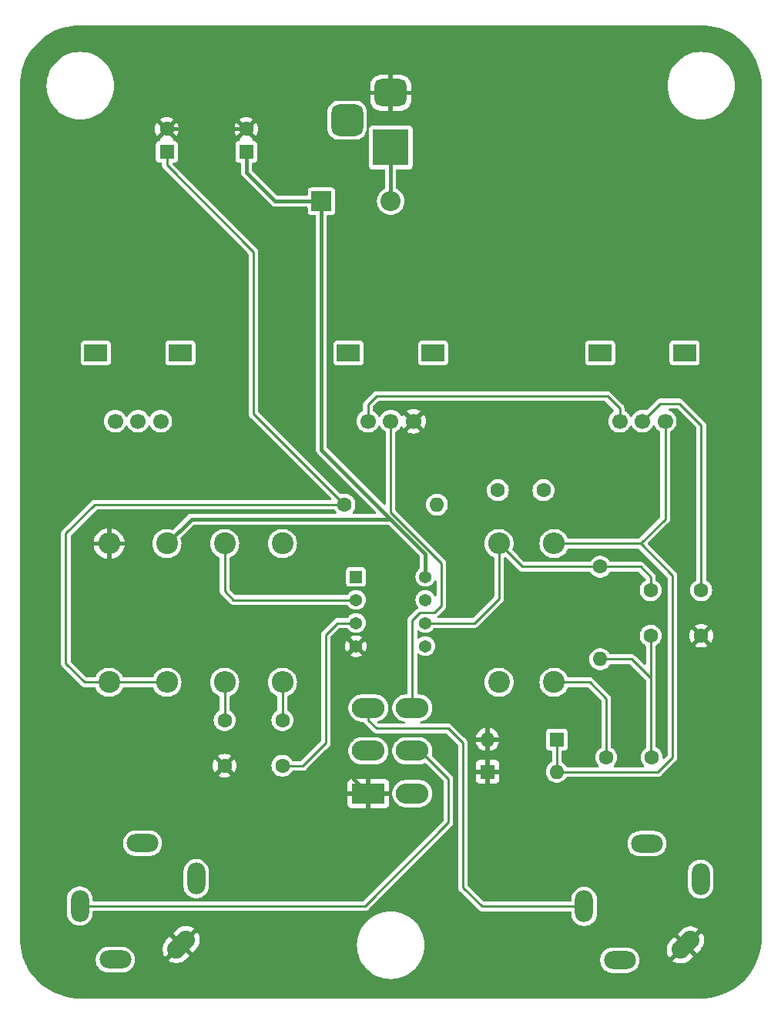
<source format=gtl>
G04 #@! TF.GenerationSoftware,KiCad,Pcbnew,8.0.6*
G04 #@! TF.CreationDate,2024-11-08T07:03:01-05:00*
G04 #@! TF.ProjectId,distpedal,64697374-7065-4646-916c-2e6b69636164,rev?*
G04 #@! TF.SameCoordinates,Original*
G04 #@! TF.FileFunction,Copper,L1,Top*
G04 #@! TF.FilePolarity,Positive*
%FSLAX46Y46*%
G04 Gerber Fmt 4.6, Leading zero omitted, Abs format (unit mm)*
G04 Created by KiCad (PCBNEW 8.0.6) date 2024-11-08 07:03:01*
%MOMM*%
%LPD*%
G01*
G04 APERTURE LIST*
G04 Aperture macros list*
%AMRoundRect*
0 Rectangle with rounded corners*
0 $1 Rounding radius*
0 $2 $3 $4 $5 $6 $7 $8 $9 X,Y pos of 4 corners*
0 Add a 4 corners polygon primitive as box body*
4,1,4,$2,$3,$4,$5,$6,$7,$8,$9,$2,$3,0*
0 Add four circle primitives for the rounded corners*
1,1,$1+$1,$2,$3*
1,1,$1+$1,$4,$5*
1,1,$1+$1,$6,$7*
1,1,$1+$1,$8,$9*
0 Add four rect primitives between the rounded corners*
20,1,$1+$1,$2,$3,$4,$5,0*
20,1,$1+$1,$4,$5,$6,$7,0*
20,1,$1+$1,$6,$7,$8,$9,0*
20,1,$1+$1,$8,$9,$2,$3,0*%
%AMHorizOval*
0 Thick line with rounded ends*
0 $1 width*
0 $2 $3 position (X,Y) of the first rounded end (center of the circle)*
0 $4 $5 position (X,Y) of the second rounded end (center of the circle)*
0 Add line between two ends*
20,1,$1,$2,$3,$4,$5,0*
0 Add two circle primitives to create the rounded ends*
1,1,$1,$2,$3*
1,1,$1,$4,$5*%
G04 Aperture macros list end*
G04 #@! TA.AperFunction,ComponentPad*
%ADD10R,2.500000X1.900000*%
G04 #@! TD*
G04 #@! TA.AperFunction,ComponentPad*
%ADD11C,1.700000*%
G04 #@! TD*
G04 #@! TA.AperFunction,ComponentPad*
%ADD12C,1.600000*%
G04 #@! TD*
G04 #@! TA.AperFunction,ComponentPad*
%ADD13O,2.400000X2.400000*%
G04 #@! TD*
G04 #@! TA.AperFunction,ComponentPad*
%ADD14C,2.400000*%
G04 #@! TD*
G04 #@! TA.AperFunction,ComponentPad*
%ADD15O,1.600000X1.600000*%
G04 #@! TD*
G04 #@! TA.AperFunction,ComponentPad*
%ADD16O,3.600000X2.200000*%
G04 #@! TD*
G04 #@! TA.AperFunction,ComponentPad*
%ADD17R,3.600000X2.200000*%
G04 #@! TD*
G04 #@! TA.AperFunction,ComponentPad*
%ADD18O,2.000000X3.500000*%
G04 #@! TD*
G04 #@! TA.AperFunction,ComponentPad*
%ADD19O,3.500000X2.000000*%
G04 #@! TD*
G04 #@! TA.AperFunction,ComponentPad*
%ADD20HorizOval,2.000000X0.530330X0.530330X-0.530330X-0.530330X0*%
G04 #@! TD*
G04 #@! TA.AperFunction,ComponentPad*
%ADD21C,1.371600*%
G04 #@! TD*
G04 #@! TA.AperFunction,ComponentPad*
%ADD22R,1.371600X1.371600*%
G04 #@! TD*
G04 #@! TA.AperFunction,ComponentPad*
%ADD23O,2.200000X2.200000*%
G04 #@! TD*
G04 #@! TA.AperFunction,ComponentPad*
%ADD24R,2.200000X2.200000*%
G04 #@! TD*
G04 #@! TA.AperFunction,ComponentPad*
%ADD25R,1.600000X1.600000*%
G04 #@! TD*
G04 #@! TA.AperFunction,ComponentPad*
%ADD26RoundRect,0.875000X-0.875000X0.875000X-0.875000X-0.875000X0.875000X-0.875000X0.875000X0.875000X0*%
G04 #@! TD*
G04 #@! TA.AperFunction,ComponentPad*
%ADD27RoundRect,0.750000X-1.000000X0.750000X-1.000000X-0.750000X1.000000X-0.750000X1.000000X0.750000X0*%
G04 #@! TD*
G04 #@! TA.AperFunction,ComponentPad*
%ADD28R,4.000000X4.000000*%
G04 #@! TD*
G04 #@! TA.AperFunction,Conductor*
%ADD29C,0.254000*%
G04 #@! TD*
G04 #@! TA.AperFunction,Conductor*
%ADD30C,0.381000*%
G04 #@! TD*
G04 APERTURE END LIST*
D10*
X71550000Y-79375000D03*
X80850000Y-79375000D03*
D11*
X78700000Y-86875000D03*
X76200000Y-86875000D03*
X73700000Y-86875000D03*
D12*
X85725000Y-124737500D03*
X85725000Y-119737500D03*
D13*
X92075000Y-115570000D03*
D14*
X92075000Y-100330000D03*
D15*
X127000000Y-113030000D03*
D12*
X127000000Y-102870000D03*
D16*
X106362500Y-127793750D03*
X106362500Y-123093750D03*
X106362500Y-118393750D03*
X101532500Y-118393750D03*
X101532500Y-123093750D03*
D17*
X101532500Y-127793750D03*
D18*
X82600000Y-137150000D03*
D19*
X73700000Y-146050000D03*
X76700000Y-133250000D03*
D18*
X69800000Y-140150000D03*
D20*
X80937615Y-144387615D03*
D13*
X115887500Y-100330000D03*
D14*
X115887500Y-115570000D03*
D12*
X127675000Y-123825000D03*
X132675000Y-123825000D03*
D10*
X127000000Y-79375000D03*
X136300000Y-79375000D03*
D11*
X134150000Y-86875000D03*
X131650000Y-86875000D03*
X129150000Y-86875000D03*
D13*
X85725000Y-115570000D03*
D14*
X85725000Y-100330000D03*
D15*
X109061250Y-96043750D03*
D12*
X98901250Y-96043750D03*
X120768750Y-94456250D03*
X115768750Y-94456250D03*
D21*
X107791250Y-103981250D03*
X107791250Y-106521250D03*
X107791250Y-109061250D03*
X107791250Y-111601250D03*
X100171250Y-111601250D03*
X100171250Y-109061250D03*
X100171250Y-106521250D03*
D22*
X100171250Y-103981250D03*
D18*
X138050000Y-137200000D03*
D19*
X129150000Y-146100000D03*
X132150000Y-133300000D03*
D18*
X125250000Y-140200000D03*
D20*
X136387615Y-144437615D03*
D12*
X92075000Y-124737500D03*
X92075000Y-119737500D03*
D23*
X103981250Y-62706250D03*
D24*
X96361250Y-62706250D03*
D12*
X132556250Y-110450000D03*
X132556250Y-105450000D03*
X88106250Y-54768750D03*
D25*
X88106250Y-57268750D03*
D15*
X114617500Y-121862500D03*
D25*
X122237500Y-121862500D03*
D13*
X79375000Y-115570000D03*
D14*
X79375000Y-100330000D03*
D12*
X79375000Y-54768750D03*
D25*
X79375000Y-57268750D03*
D15*
X122237500Y-125412500D03*
D25*
X114617500Y-125412500D03*
D13*
X73025000Y-100330000D03*
D14*
X73025000Y-115570000D03*
D10*
X99331250Y-79375000D03*
X108631250Y-79375000D03*
D11*
X106481250Y-86875000D03*
X103981250Y-86875000D03*
X101481250Y-86875000D03*
D26*
X99181250Y-53800000D03*
D27*
X103981250Y-50800000D03*
D28*
X103981250Y-56800000D03*
D13*
X121937500Y-100330000D03*
D14*
X121937500Y-115570000D03*
D12*
X138112500Y-110450000D03*
X138112500Y-105450000D03*
D29*
X92075000Y-115570000D02*
X92075000Y-119737500D01*
X98107500Y-109061250D02*
X100171250Y-109061250D01*
X96837500Y-110331250D02*
X98107500Y-109061250D01*
X96837500Y-122237500D02*
X96837500Y-110331250D01*
X92075000Y-124737500D02*
X94337500Y-124737500D01*
X94337500Y-124737500D02*
X96837500Y-122237500D01*
X118427500Y-102870000D02*
X127000000Y-102870000D01*
X115887500Y-106362500D02*
X113188750Y-109061250D01*
X132556250Y-103981250D02*
X131445000Y-102870000D01*
X131445000Y-102870000D02*
X127000000Y-102870000D01*
X132556250Y-105450000D02*
X132556250Y-103981250D01*
X113188750Y-109061250D02*
X107791250Y-109061250D01*
X115887500Y-100330000D02*
X118427500Y-102870000D01*
X115887500Y-100330000D02*
X115887500Y-106362500D01*
X132556250Y-115093750D02*
X132556250Y-123706250D01*
X132556250Y-123706250D02*
X132675000Y-123825000D01*
X132556250Y-110450000D02*
X132556250Y-115093750D01*
X130492500Y-113030000D02*
X132556250Y-115093750D01*
X127000000Y-113030000D02*
X130492500Y-113030000D01*
X121937500Y-115570000D02*
X125888750Y-115570000D01*
X127675000Y-117356250D02*
X127675000Y-123825000D01*
X125888750Y-115570000D02*
X127675000Y-117356250D01*
D30*
X103981250Y-50800000D02*
X92075000Y-50800000D01*
X114617500Y-125412500D02*
X114617500Y-121862500D01*
X79375000Y-54768750D02*
X88106250Y-54768750D01*
X92075000Y-50800000D02*
X88106250Y-54768750D01*
X98425000Y-124686250D02*
X101532500Y-127793750D01*
X98425000Y-113347500D02*
X98425000Y-124686250D01*
X100171250Y-111601250D02*
X98425000Y-113347500D01*
D29*
X85725000Y-115570000D02*
X85725000Y-119737500D01*
X131650000Y-86875000D02*
X133593750Y-84931250D01*
X133593750Y-84931250D02*
X135731250Y-84931250D01*
X135731250Y-84931250D02*
X138112500Y-87312500D01*
X138112500Y-87312500D02*
X138112500Y-105450000D01*
X79375000Y-58737500D02*
X88900000Y-68262500D01*
X88900000Y-86042500D02*
X98901250Y-96043750D01*
X68262500Y-113506250D02*
X70326250Y-115570000D01*
X71437500Y-96043750D02*
X68262500Y-99218750D01*
X88900000Y-68262500D02*
X88900000Y-86042500D01*
X68262500Y-99218750D02*
X68262500Y-113506250D01*
X79375000Y-115570000D02*
X73025000Y-115570000D01*
X79375000Y-57268750D02*
X79375000Y-58737500D01*
X98901250Y-96043750D02*
X71437500Y-96043750D01*
X70326250Y-115570000D02*
X73025000Y-115570000D01*
D30*
X107791250Y-103981250D02*
X107791250Y-101441250D01*
X88106250Y-59531250D02*
X91281250Y-62706250D01*
X91281250Y-62706250D02*
X96361250Y-62706250D01*
X103981250Y-97631250D02*
X82073750Y-97631250D01*
X96361250Y-62706250D02*
X96361250Y-90011250D01*
X96361250Y-90011250D02*
X103981250Y-97631250D01*
X107791250Y-101441250D02*
X103981250Y-97631250D01*
X82073750Y-97631250D02*
X79375000Y-100330000D01*
X88106250Y-57268750D02*
X88106250Y-59531250D01*
D29*
X134150000Y-97625000D02*
X131445000Y-100330000D01*
X134937500Y-123825000D02*
X133350000Y-125412500D01*
X122237500Y-125412500D02*
X122237500Y-121862500D01*
X131445000Y-100330000D02*
X121937500Y-100330000D01*
X133350000Y-125412500D02*
X122237500Y-125412500D01*
X134937500Y-103822500D02*
X134937500Y-123825000D01*
X131445000Y-100330000D02*
X134937500Y-103822500D01*
X134150000Y-86875000D02*
X134150000Y-97625000D01*
X103981250Y-62547500D02*
X104140000Y-62706250D01*
D30*
X103981250Y-62706250D02*
X103981250Y-56800000D01*
D29*
X85725000Y-105568750D02*
X86677500Y-106521250D01*
X85725000Y-100330000D02*
X85725000Y-105568750D01*
X86677500Y-106521250D02*
X100171250Y-106521250D01*
X102393750Y-120650000D02*
X110331250Y-120650000D01*
X101532500Y-119788750D02*
X102393750Y-120650000D01*
X110331250Y-120650000D02*
X111918750Y-122237500D01*
X111918750Y-122237500D02*
X111918750Y-138112500D01*
X101532500Y-118393750D02*
X101532500Y-119788750D01*
X114006250Y-140200000D02*
X125250000Y-140200000D01*
X111918750Y-138112500D02*
X114006250Y-140200000D01*
X110331250Y-130968750D02*
X110331250Y-126206250D01*
X101150000Y-140150000D02*
X110331250Y-130968750D01*
X69800000Y-140150000D02*
X101150000Y-140150000D01*
X110331250Y-126206250D02*
X107218750Y-123093750D01*
X107218750Y-123093750D02*
X106362500Y-123093750D01*
X102393750Y-84137500D02*
X127793750Y-84137500D01*
X127793750Y-84137500D02*
X129150000Y-85493750D01*
X101481250Y-86875000D02*
X101481250Y-85050000D01*
X129150000Y-85493750D02*
X129150000Y-86875000D01*
X101481250Y-85050000D02*
X102393750Y-84137500D01*
X106362500Y-108743750D02*
X106362500Y-118393750D01*
X103981250Y-86875000D02*
X103981250Y-96899394D01*
X108743750Y-107950000D02*
X107156250Y-107950000D01*
X109537500Y-102455644D02*
X109537500Y-107156250D01*
X107156250Y-107950000D02*
X106362500Y-108743750D01*
X109537500Y-107156250D02*
X108743750Y-107950000D01*
X103981250Y-96899394D02*
X109537500Y-102455644D01*
G04 #@! TA.AperFunction,Conductor*
G36*
X138114824Y-43363087D02*
G01*
X138155703Y-43364616D01*
X138604326Y-43381402D01*
X138613550Y-43382094D01*
X139098029Y-43436681D01*
X139107175Y-43438060D01*
X139586220Y-43528699D01*
X139595223Y-43530753D01*
X140066167Y-43656942D01*
X140075009Y-43659670D01*
X140535184Y-43820691D01*
X140543804Y-43824073D01*
X140744683Y-43911716D01*
X140990665Y-44019037D01*
X140999003Y-44023052D01*
X141430055Y-44250868D01*
X141438052Y-44255486D01*
X141850864Y-44514871D01*
X141850869Y-44514874D01*
X141858525Y-44520095D01*
X142250783Y-44809592D01*
X142258018Y-44815361D01*
X142448740Y-44979490D01*
X142627560Y-45133376D01*
X142634358Y-45139684D01*
X142979084Y-45484408D01*
X142985391Y-45491205D01*
X143303396Y-45860730D01*
X143309178Y-45867980D01*
X143309185Y-45867989D01*
X143598681Y-46260239D01*
X143603897Y-46267890D01*
X143733593Y-46474297D01*
X143863283Y-46680696D01*
X143867919Y-46688726D01*
X144095727Y-47119754D01*
X144099750Y-47128109D01*
X144294704Y-47574942D01*
X144298092Y-47583574D01*
X144459110Y-48043729D01*
X144461844Y-48052590D01*
X144588030Y-48523511D01*
X144590093Y-48532551D01*
X144680731Y-49011569D01*
X144682113Y-49020739D01*
X144736701Y-49505190D01*
X144737394Y-49514437D01*
X144755663Y-50002592D01*
X144755750Y-50007229D01*
X144755750Y-143666438D01*
X144755663Y-143671075D01*
X144737347Y-144160564D01*
X144736654Y-144169811D01*
X144682069Y-144654264D01*
X144680687Y-144663433D01*
X144590053Y-145142445D01*
X144587990Y-145151486D01*
X144461810Y-145622397D01*
X144459077Y-145631258D01*
X144298058Y-146091424D01*
X144294670Y-146100056D01*
X144099711Y-146546905D01*
X144095687Y-146555259D01*
X143867894Y-146986265D01*
X143863258Y-146994296D01*
X143603878Y-147407098D01*
X143598654Y-147414760D01*
X143309161Y-147807010D01*
X143303379Y-147814260D01*
X142985364Y-148183800D01*
X142979057Y-148190597D01*
X142634347Y-148535307D01*
X142627550Y-148541614D01*
X142258010Y-148859629D01*
X142250760Y-148865411D01*
X141858510Y-149154904D01*
X141850848Y-149160128D01*
X141438046Y-149419508D01*
X141430015Y-149424144D01*
X140999009Y-149651937D01*
X140990655Y-149655961D01*
X140543806Y-149850920D01*
X140535174Y-149854308D01*
X140075008Y-150015327D01*
X140066147Y-150018060D01*
X139595236Y-150144240D01*
X139586195Y-150146303D01*
X139107183Y-150236937D01*
X139098014Y-150238319D01*
X138613561Y-150292904D01*
X138604314Y-150293597D01*
X138114825Y-150311913D01*
X138110188Y-150312000D01*
X69852312Y-150312000D01*
X69847675Y-150311913D01*
X69358184Y-150293597D01*
X69348937Y-150292904D01*
X68864482Y-150238319D01*
X68855313Y-150236937D01*
X68376295Y-150146303D01*
X68367257Y-150144240D01*
X68069466Y-150064448D01*
X67896344Y-150018060D01*
X67887484Y-150015327D01*
X67427322Y-149854311D01*
X67418689Y-149850923D01*
X66971834Y-149655962D01*
X66963480Y-149651939D01*
X66532453Y-149424135D01*
X66524440Y-149419509D01*
X66111630Y-149160125D01*
X66103969Y-149154901D01*
X65711724Y-148865413D01*
X65711721Y-148865411D01*
X65711719Y-148865409D01*
X65704474Y-148859632D01*
X65513764Y-148695514D01*
X65334929Y-148541614D01*
X65328141Y-148535315D01*
X64983415Y-148190591D01*
X64977108Y-148183794D01*
X64659103Y-147814269D01*
X64653321Y-147807019D01*
X64553392Y-147671622D01*
X64363808Y-147414747D01*
X64358605Y-147407115D01*
X64099216Y-146994303D01*
X64094580Y-146986273D01*
X63883874Y-146587603D01*
X63866768Y-146555238D01*
X63862749Y-146546890D01*
X63834919Y-146483105D01*
X63667794Y-146100056D01*
X63664407Y-146091425D01*
X63621811Y-145969694D01*
X63611343Y-145939778D01*
X71549500Y-145939778D01*
X71549500Y-146160221D01*
X71583985Y-146377952D01*
X71652103Y-146587603D01*
X71652104Y-146587606D01*
X71752187Y-146784025D01*
X71881752Y-146962358D01*
X71881756Y-146962363D01*
X72037636Y-147118243D01*
X72037641Y-147118247D01*
X72106461Y-147168247D01*
X72215978Y-147247815D01*
X72344375Y-147313237D01*
X72412393Y-147347895D01*
X72412396Y-147347896D01*
X72517221Y-147381955D01*
X72622049Y-147416015D01*
X72839778Y-147450500D01*
X72839779Y-147450500D01*
X74560221Y-147450500D01*
X74560222Y-147450500D01*
X74777951Y-147416015D01*
X74987606Y-147347895D01*
X75184022Y-147247815D01*
X75362365Y-147118242D01*
X75518242Y-146962365D01*
X75647815Y-146784022D01*
X75747895Y-146587606D01*
X75816015Y-146377951D01*
X75850500Y-146160222D01*
X75850500Y-145939778D01*
X75816015Y-145722049D01*
X75778825Y-145607587D01*
X75747896Y-145512396D01*
X75747895Y-145512393D01*
X75674344Y-145368044D01*
X75647815Y-145315978D01*
X75587477Y-145232929D01*
X75518247Y-145137641D01*
X75518243Y-145137636D01*
X75362363Y-144981756D01*
X75362358Y-144981752D01*
X75184025Y-144852187D01*
X75184024Y-144852186D01*
X75184022Y-144852185D01*
X75121096Y-144820122D01*
X75081393Y-144799892D01*
X78907285Y-144799892D01*
X78907285Y-145035997D01*
X78944219Y-145269192D01*
X79017182Y-145493747D01*
X79124369Y-145704114D01*
X79184625Y-145787050D01*
X79924322Y-145047352D01*
X79941360Y-145110937D01*
X80007186Y-145224952D01*
X80100278Y-145318044D01*
X80214293Y-145383870D01*
X80277874Y-145400906D01*
X79538177Y-146140603D01*
X79621117Y-146200861D01*
X79831482Y-146308047D01*
X80056037Y-146381010D01*
X80056036Y-146381010D01*
X80289233Y-146417945D01*
X80525337Y-146417945D01*
X80758532Y-146381010D01*
X80983087Y-146308047D01*
X81193456Y-146200859D01*
X81384471Y-146062078D01*
X81821498Y-145625051D01*
X81821498Y-145625050D01*
X81114391Y-144917944D01*
X81467944Y-144564391D01*
X82175050Y-145271498D01*
X82175051Y-145271498D01*
X82612078Y-144834471D01*
X82750859Y-144643456D01*
X82843061Y-144462499D01*
X100275672Y-144462499D01*
X100275672Y-144462500D01*
X100295972Y-144849839D01*
X100349474Y-145187636D01*
X100356648Y-145232933D01*
X100406221Y-145417944D01*
X100457038Y-145607594D01*
X100596037Y-145969697D01*
X100772127Y-146315293D01*
X100983372Y-146640582D01*
X101155214Y-146852789D01*
X101227469Y-146942016D01*
X101501734Y-147216281D01*
X101501738Y-147216284D01*
X101803167Y-147460377D01*
X102128456Y-147671622D01*
X102128461Y-147671625D01*
X102474056Y-147847714D01*
X102836163Y-147986714D01*
X103210817Y-148087102D01*
X103593912Y-148147778D01*
X103959826Y-148166955D01*
X103981249Y-148168078D01*
X103981250Y-148168078D01*
X103981251Y-148168078D01*
X104001551Y-148167014D01*
X104368588Y-148147778D01*
X104751683Y-148087102D01*
X105126337Y-147986714D01*
X105488444Y-147847714D01*
X105834039Y-147671625D01*
X106159334Y-147460376D01*
X106460766Y-147216281D01*
X106735031Y-146942016D01*
X106979126Y-146640584D01*
X107190375Y-146315289D01*
X107356231Y-145989778D01*
X126999500Y-145989778D01*
X126999500Y-146210221D01*
X127033985Y-146427952D01*
X127102103Y-146637603D01*
X127102104Y-146637606D01*
X127170122Y-146771096D01*
X127176708Y-146784022D01*
X127202187Y-146834025D01*
X127331752Y-147012358D01*
X127331756Y-147012363D01*
X127487636Y-147168243D01*
X127487641Y-147168247D01*
X127597154Y-147247812D01*
X127665978Y-147297815D01*
X127794375Y-147363237D01*
X127862393Y-147397895D01*
X127862396Y-147397896D01*
X127922628Y-147417466D01*
X128072049Y-147466015D01*
X128289778Y-147500500D01*
X128289779Y-147500500D01*
X130010221Y-147500500D01*
X130010222Y-147500500D01*
X130227951Y-147466015D01*
X130437606Y-147397895D01*
X130634022Y-147297815D01*
X130812365Y-147168242D01*
X130968242Y-147012365D01*
X131097815Y-146834022D01*
X131197895Y-146637606D01*
X131266015Y-146427951D01*
X131300500Y-146210222D01*
X131300500Y-145989778D01*
X131266015Y-145772049D01*
X131220270Y-145631258D01*
X131197896Y-145562396D01*
X131197895Y-145562393D01*
X131132408Y-145433870D01*
X131097815Y-145365978D01*
X131029172Y-145271498D01*
X130968247Y-145187641D01*
X130968243Y-145187636D01*
X130812363Y-145031756D01*
X130812358Y-145031752D01*
X130634025Y-144902187D01*
X130634024Y-144902186D01*
X130634022Y-144902185D01*
X130571096Y-144870122D01*
X130531393Y-144849892D01*
X134357285Y-144849892D01*
X134357285Y-145085997D01*
X134394219Y-145319192D01*
X134467182Y-145543747D01*
X134574369Y-145754114D01*
X134634625Y-145837050D01*
X135374322Y-145097353D01*
X135391360Y-145160937D01*
X135457186Y-145274952D01*
X135550278Y-145368044D01*
X135664293Y-145433870D01*
X135727874Y-145450906D01*
X134988177Y-146190603D01*
X135071117Y-146250861D01*
X135281482Y-146358047D01*
X135506037Y-146431010D01*
X135506036Y-146431010D01*
X135739233Y-146467945D01*
X135975337Y-146467945D01*
X136208532Y-146431010D01*
X136433087Y-146358047D01*
X136643456Y-146250859D01*
X136834471Y-146112078D01*
X137271498Y-145675051D01*
X136564391Y-144967944D01*
X136917944Y-144614392D01*
X137625050Y-145321498D01*
X137625051Y-145321498D01*
X138062078Y-144884471D01*
X138200859Y-144693456D01*
X138308047Y-144483087D01*
X138381010Y-144258532D01*
X138417945Y-144025337D01*
X138417945Y-143789232D01*
X138381010Y-143556037D01*
X138308047Y-143331482D01*
X138200861Y-143121117D01*
X138140603Y-143038177D01*
X137400907Y-143777873D01*
X137383871Y-143714293D01*
X137318045Y-143600277D01*
X137224953Y-143507185D01*
X137110937Y-143441359D01*
X137047354Y-143424322D01*
X137787050Y-142684625D01*
X137704114Y-142624369D01*
X137493747Y-142517182D01*
X137269192Y-142444219D01*
X137269193Y-142444219D01*
X137035997Y-142407285D01*
X136799893Y-142407285D01*
X136566697Y-142444219D01*
X136342142Y-142517182D01*
X136131773Y-142624370D01*
X135940758Y-142763151D01*
X135940757Y-142763152D01*
X135503731Y-143200177D01*
X135503731Y-143200178D01*
X136210838Y-143907285D01*
X135857285Y-144260838D01*
X135150178Y-143553731D01*
X135150177Y-143553731D01*
X134713152Y-143990757D01*
X134713151Y-143990758D01*
X134574370Y-144181773D01*
X134467182Y-144392142D01*
X134394219Y-144616697D01*
X134357285Y-144849892D01*
X130531393Y-144849892D01*
X130437606Y-144802104D01*
X130437603Y-144802103D01*
X130227952Y-144733985D01*
X130119086Y-144716742D01*
X130010222Y-144699500D01*
X128289778Y-144699500D01*
X128217201Y-144710995D01*
X128072047Y-144733985D01*
X127862396Y-144802103D01*
X127862393Y-144802104D01*
X127665974Y-144902187D01*
X127487641Y-145031752D01*
X127487636Y-145031756D01*
X127331756Y-145187636D01*
X127331752Y-145187641D01*
X127202187Y-145365974D01*
X127102104Y-145562393D01*
X127102103Y-145562396D01*
X127033985Y-145772047D01*
X126999500Y-145989778D01*
X107356231Y-145989778D01*
X107366464Y-145969694D01*
X107505464Y-145607587D01*
X107605852Y-145232933D01*
X107666528Y-144849838D01*
X107686828Y-144462500D01*
X107666528Y-144075162D01*
X107605852Y-143692067D01*
X107505464Y-143317413D01*
X107366464Y-142955306D01*
X107190375Y-142609711D01*
X107190372Y-142609706D01*
X106979127Y-142284417D01*
X106735034Y-141982988D01*
X106735031Y-141982984D01*
X106460766Y-141708719D01*
X106368523Y-141634022D01*
X106159332Y-141464622D01*
X105834043Y-141253377D01*
X105488447Y-141077287D01*
X105126344Y-140938288D01*
X105126337Y-140938286D01*
X104751683Y-140837898D01*
X104751679Y-140837897D01*
X104751678Y-140837897D01*
X104368589Y-140777222D01*
X103981251Y-140756922D01*
X103981249Y-140756922D01*
X103593910Y-140777222D01*
X103210822Y-140837897D01*
X103210820Y-140837897D01*
X102836155Y-140938288D01*
X102474052Y-141077287D01*
X102128456Y-141253377D01*
X101803167Y-141464622D01*
X101501738Y-141708715D01*
X101501730Y-141708722D01*
X101227472Y-141982980D01*
X101227465Y-141982988D01*
X100983372Y-142284417D01*
X100772127Y-142609706D01*
X100596037Y-142955302D01*
X100457038Y-143317405D01*
X100356647Y-143692070D01*
X100356647Y-143692072D01*
X100295972Y-144075160D01*
X100275672Y-144462499D01*
X82843061Y-144462499D01*
X82858047Y-144433087D01*
X82931010Y-144208532D01*
X82967945Y-143975337D01*
X82967945Y-143739232D01*
X82931010Y-143506037D01*
X82858047Y-143281482D01*
X82750861Y-143071117D01*
X82690603Y-142988177D01*
X81950907Y-143727873D01*
X81933871Y-143664293D01*
X81868045Y-143550277D01*
X81774953Y-143457185D01*
X81660937Y-143391359D01*
X81597354Y-143374322D01*
X82337050Y-142634625D01*
X82254114Y-142574369D01*
X82043747Y-142467182D01*
X81819192Y-142394219D01*
X81819193Y-142394219D01*
X81585997Y-142357285D01*
X81349893Y-142357285D01*
X81116697Y-142394219D01*
X80892142Y-142467182D01*
X80681773Y-142574370D01*
X80490758Y-142713151D01*
X80490757Y-142713152D01*
X80053731Y-143150177D01*
X80053731Y-143150178D01*
X80760838Y-143857285D01*
X80407285Y-144210838D01*
X79700178Y-143503731D01*
X79700177Y-143503731D01*
X79263152Y-143940757D01*
X79263151Y-143940758D01*
X79124370Y-144131773D01*
X79017182Y-144342142D01*
X78944219Y-144566697D01*
X78907285Y-144799892D01*
X75081393Y-144799892D01*
X74987606Y-144752104D01*
X74987603Y-144752103D01*
X74777952Y-144683985D01*
X74619413Y-144658875D01*
X74560222Y-144649500D01*
X72839778Y-144649500D01*
X72780593Y-144658874D01*
X72622047Y-144683985D01*
X72412396Y-144752103D01*
X72412393Y-144752104D01*
X72215974Y-144852187D01*
X72037641Y-144981752D01*
X72037636Y-144981756D01*
X71881756Y-145137636D01*
X71881752Y-145137641D01*
X71752187Y-145315974D01*
X71652104Y-145512393D01*
X71652103Y-145512396D01*
X71583985Y-145722047D01*
X71549500Y-145939778D01*
X63611343Y-145939778D01*
X63503385Y-145631258D01*
X63500655Y-145622409D01*
X63496685Y-145607594D01*
X63374466Y-145151478D01*
X63372406Y-145142448D01*
X63372405Y-145142445D01*
X63281767Y-144663428D01*
X63280386Y-144654260D01*
X63279169Y-144643456D01*
X63225797Y-144169797D01*
X63225105Y-144160574D01*
X63206837Y-143672406D01*
X63206750Y-143667769D01*
X63206750Y-139289778D01*
X68399500Y-139289778D01*
X68399500Y-141010221D01*
X68433985Y-141227952D01*
X68502103Y-141437603D01*
X68502104Y-141437606D01*
X68602187Y-141634025D01*
X68731752Y-141812358D01*
X68731756Y-141812363D01*
X68887636Y-141968243D01*
X68887641Y-141968247D01*
X68956461Y-142018247D01*
X69065978Y-142097815D01*
X69194375Y-142163237D01*
X69262393Y-142197895D01*
X69262396Y-142197896D01*
X69367221Y-142231955D01*
X69472049Y-142266015D01*
X69689778Y-142300500D01*
X69689779Y-142300500D01*
X69910221Y-142300500D01*
X69910222Y-142300500D01*
X70127951Y-142266015D01*
X70337606Y-142197895D01*
X70534022Y-142097815D01*
X70712365Y-141968242D01*
X70868242Y-141812365D01*
X70997815Y-141634022D01*
X71097895Y-141437606D01*
X71166015Y-141227951D01*
X71200500Y-141010222D01*
X71200500Y-140801500D01*
X71220185Y-140734461D01*
X71272989Y-140688706D01*
X71324500Y-140677500D01*
X101219445Y-140677500D01*
X101219446Y-140677500D01*
X101219447Y-140677500D01*
X101286527Y-140659526D01*
X101353608Y-140641552D01*
X101413750Y-140606828D01*
X101473893Y-140572105D01*
X101572105Y-140473893D01*
X101572105Y-140473891D01*
X101582309Y-140463688D01*
X101582312Y-140463683D01*
X110753355Y-131292643D01*
X110822801Y-131172358D01*
X110822802Y-131172357D01*
X110858750Y-131038197D01*
X110858750Y-126136803D01*
X110828160Y-126022639D01*
X110822803Y-126002646D01*
X110822802Y-126002643D01*
X110822802Y-126002642D01*
X110786635Y-125940000D01*
X110776698Y-125922788D01*
X110753357Y-125882360D01*
X110753356Y-125882359D01*
X110753355Y-125882357D01*
X110655143Y-125784145D01*
X110655142Y-125784144D01*
X110650812Y-125779814D01*
X110650801Y-125779804D01*
X108528299Y-123657302D01*
X108494814Y-123595979D01*
X108498048Y-123531305D01*
X108526053Y-123445118D01*
X108546205Y-123317876D01*
X108563000Y-123211847D01*
X108563000Y-122975652D01*
X108526053Y-122742381D01*
X108492189Y-122638162D01*
X108453068Y-122517758D01*
X108453066Y-122517755D01*
X108453066Y-122517753D01*
X108396502Y-122406741D01*
X108345843Y-122307317D01*
X108207017Y-122116240D01*
X108040010Y-121949233D01*
X107848933Y-121810407D01*
X107847818Y-121809839D01*
X107638496Y-121703183D01*
X107413868Y-121630196D01*
X107180597Y-121593250D01*
X107180592Y-121593250D01*
X105544408Y-121593250D01*
X105544403Y-121593250D01*
X105311131Y-121630196D01*
X105086503Y-121703183D01*
X104876066Y-121810407D01*
X104767050Y-121889612D01*
X104684990Y-121949233D01*
X104684988Y-121949235D01*
X104684987Y-121949235D01*
X104517985Y-122116237D01*
X104517985Y-122116238D01*
X104517983Y-122116240D01*
X104480339Y-122168053D01*
X104379157Y-122307316D01*
X104271933Y-122517753D01*
X104198946Y-122742381D01*
X104162000Y-122975652D01*
X104162000Y-123211847D01*
X104198946Y-123445118D01*
X104271933Y-123669746D01*
X104325754Y-123775374D01*
X104379157Y-123880183D01*
X104517983Y-124071260D01*
X104684990Y-124238267D01*
X104876067Y-124377093D01*
X104955213Y-124417420D01*
X105086503Y-124484316D01*
X105086505Y-124484316D01*
X105086508Y-124484318D01*
X105168285Y-124510889D01*
X105311131Y-124557303D01*
X105544403Y-124594250D01*
X105544408Y-124594250D01*
X107180597Y-124594250D01*
X107413868Y-124557303D01*
X107638492Y-124484318D01*
X107707159Y-124449329D01*
X107775828Y-124436433D01*
X107840569Y-124462708D01*
X107851136Y-124472133D01*
X109767431Y-126388428D01*
X109800916Y-126449751D01*
X109803750Y-126476109D01*
X109803750Y-130698890D01*
X109784065Y-130765929D01*
X109767431Y-130786571D01*
X100967822Y-139586181D01*
X100906499Y-139619666D01*
X100880141Y-139622500D01*
X71324500Y-139622500D01*
X71257461Y-139602815D01*
X71211706Y-139550011D01*
X71200500Y-139498500D01*
X71200500Y-139289778D01*
X71196736Y-139266014D01*
X71166015Y-139072049D01*
X71131955Y-138967221D01*
X71097896Y-138862396D01*
X71097895Y-138862393D01*
X71063237Y-138794375D01*
X70997815Y-138665978D01*
X70974598Y-138634022D01*
X70868247Y-138487641D01*
X70868243Y-138487636D01*
X70712363Y-138331756D01*
X70712358Y-138331752D01*
X70534025Y-138202187D01*
X70534024Y-138202186D01*
X70534022Y-138202185D01*
X70471096Y-138170122D01*
X70337606Y-138102104D01*
X70337603Y-138102103D01*
X70127952Y-138033985D01*
X70019086Y-138016742D01*
X69910222Y-137999500D01*
X69689778Y-137999500D01*
X69622082Y-138010222D01*
X69472047Y-138033985D01*
X69262396Y-138102103D01*
X69262393Y-138102104D01*
X69065974Y-138202187D01*
X68887641Y-138331752D01*
X68887636Y-138331756D01*
X68731756Y-138487636D01*
X68731752Y-138487641D01*
X68602187Y-138665974D01*
X68502104Y-138862393D01*
X68502103Y-138862396D01*
X68433985Y-139072047D01*
X68399500Y-139289778D01*
X63206750Y-139289778D01*
X63206750Y-136289778D01*
X81199500Y-136289778D01*
X81199500Y-138010221D01*
X81233985Y-138227952D01*
X81302103Y-138437603D01*
X81302104Y-138437606D01*
X81402187Y-138634025D01*
X81531752Y-138812358D01*
X81531756Y-138812363D01*
X81687636Y-138968243D01*
X81687641Y-138968247D01*
X81756461Y-139018247D01*
X81865978Y-139097815D01*
X81994375Y-139163237D01*
X82062393Y-139197895D01*
X82062396Y-139197896D01*
X82167221Y-139231955D01*
X82272049Y-139266015D01*
X82489778Y-139300500D01*
X82489779Y-139300500D01*
X82710221Y-139300500D01*
X82710222Y-139300500D01*
X82927951Y-139266015D01*
X83137606Y-139197895D01*
X83334022Y-139097815D01*
X83512365Y-138968242D01*
X83668242Y-138812365D01*
X83797815Y-138634022D01*
X83897895Y-138437606D01*
X83966015Y-138227951D01*
X84000500Y-138010222D01*
X84000500Y-136289778D01*
X83966015Y-136072049D01*
X83931955Y-135967221D01*
X83897896Y-135862396D01*
X83897895Y-135862393D01*
X83863237Y-135794375D01*
X83797815Y-135665978D01*
X83781260Y-135643192D01*
X83668247Y-135487641D01*
X83668243Y-135487636D01*
X83512363Y-135331756D01*
X83512358Y-135331752D01*
X83334025Y-135202187D01*
X83334024Y-135202186D01*
X83334022Y-135202185D01*
X83271096Y-135170122D01*
X83137606Y-135102104D01*
X83137603Y-135102103D01*
X82927952Y-135033985D01*
X82819086Y-135016742D01*
X82710222Y-134999500D01*
X82489778Y-134999500D01*
X82417201Y-135010995D01*
X82272047Y-135033985D01*
X82062396Y-135102103D01*
X82062393Y-135102104D01*
X81865974Y-135202187D01*
X81687641Y-135331752D01*
X81687636Y-135331756D01*
X81531756Y-135487636D01*
X81531752Y-135487641D01*
X81402187Y-135665974D01*
X81302104Y-135862393D01*
X81302103Y-135862396D01*
X81233985Y-136072047D01*
X81199500Y-136289778D01*
X63206750Y-136289778D01*
X63206750Y-133139778D01*
X74549500Y-133139778D01*
X74549500Y-133360221D01*
X74583985Y-133577952D01*
X74652103Y-133787603D01*
X74652104Y-133787606D01*
X74752187Y-133984025D01*
X74881752Y-134162358D01*
X74881756Y-134162363D01*
X75037636Y-134318243D01*
X75037641Y-134318247D01*
X75106461Y-134368247D01*
X75215978Y-134447815D01*
X75344375Y-134513237D01*
X75412393Y-134547895D01*
X75412396Y-134547896D01*
X75517221Y-134581955D01*
X75622049Y-134616015D01*
X75839778Y-134650500D01*
X75839779Y-134650500D01*
X77560221Y-134650500D01*
X77560222Y-134650500D01*
X77777951Y-134616015D01*
X77987606Y-134547895D01*
X78184022Y-134447815D01*
X78362365Y-134318242D01*
X78518242Y-134162365D01*
X78647815Y-133984022D01*
X78747895Y-133787606D01*
X78816015Y-133577951D01*
X78850500Y-133360222D01*
X78850500Y-133139778D01*
X78816015Y-132922049D01*
X78781955Y-132817221D01*
X78747896Y-132712396D01*
X78747895Y-132712393D01*
X78713237Y-132644375D01*
X78647815Y-132515978D01*
X78631260Y-132493192D01*
X78518247Y-132337641D01*
X78518243Y-132337636D01*
X78362363Y-132181756D01*
X78362358Y-132181752D01*
X78184025Y-132052187D01*
X78184024Y-132052186D01*
X78184022Y-132052185D01*
X78121096Y-132020122D01*
X77987606Y-131952104D01*
X77987603Y-131952103D01*
X77777952Y-131883985D01*
X77669086Y-131866742D01*
X77560222Y-131849500D01*
X75839778Y-131849500D01*
X75767201Y-131860995D01*
X75622047Y-131883985D01*
X75412396Y-131952103D01*
X75412393Y-131952104D01*
X75215974Y-132052187D01*
X75037641Y-132181752D01*
X75037636Y-132181756D01*
X74881756Y-132337636D01*
X74881752Y-132337641D01*
X74752187Y-132515974D01*
X74652104Y-132712393D01*
X74652103Y-132712396D01*
X74583985Y-132922047D01*
X74549500Y-133139778D01*
X63206750Y-133139778D01*
X63206750Y-126645905D01*
X99232500Y-126645905D01*
X99232500Y-127543750D01*
X100284018Y-127543750D01*
X100273389Y-127562159D01*
X100232500Y-127714759D01*
X100232500Y-127872741D01*
X100273389Y-128025341D01*
X100284018Y-128043750D01*
X99232500Y-128043750D01*
X99232500Y-128941594D01*
X99238901Y-129001122D01*
X99238903Y-129001129D01*
X99289145Y-129135836D01*
X99289149Y-129135843D01*
X99375309Y-129250937D01*
X99375312Y-129250940D01*
X99490406Y-129337100D01*
X99490413Y-129337104D01*
X99625120Y-129387346D01*
X99625127Y-129387348D01*
X99684655Y-129393749D01*
X99684672Y-129393750D01*
X101282500Y-129393750D01*
X101282500Y-128393750D01*
X101782500Y-128393750D01*
X101782500Y-129393750D01*
X103380328Y-129393750D01*
X103380344Y-129393749D01*
X103439872Y-129387348D01*
X103439879Y-129387346D01*
X103574586Y-129337104D01*
X103574593Y-129337100D01*
X103689687Y-129250940D01*
X103689690Y-129250937D01*
X103775850Y-129135843D01*
X103775854Y-129135836D01*
X103826096Y-129001129D01*
X103826098Y-129001122D01*
X103832499Y-128941594D01*
X103832500Y-128941577D01*
X103832500Y-128043750D01*
X102780982Y-128043750D01*
X102791611Y-128025341D01*
X102832500Y-127872741D01*
X102832500Y-127714759D01*
X102822021Y-127675652D01*
X104162000Y-127675652D01*
X104162000Y-127911847D01*
X104198946Y-128145118D01*
X104271933Y-128369746D01*
X104379157Y-128580183D01*
X104517983Y-128771260D01*
X104684990Y-128938267D01*
X104876067Y-129077093D01*
X104975491Y-129127752D01*
X105086503Y-129184316D01*
X105086505Y-129184316D01*
X105086508Y-129184318D01*
X105206912Y-129223439D01*
X105311131Y-129257303D01*
X105544403Y-129294250D01*
X105544408Y-129294250D01*
X107180597Y-129294250D01*
X107413868Y-129257303D01*
X107433460Y-129250937D01*
X107638492Y-129184318D01*
X107848933Y-129077093D01*
X108040010Y-128938267D01*
X108207017Y-128771260D01*
X108345843Y-128580183D01*
X108453068Y-128369742D01*
X108526053Y-128145118D01*
X108545024Y-128025341D01*
X108563000Y-127911847D01*
X108563000Y-127675652D01*
X108526053Y-127442381D01*
X108453066Y-127217753D01*
X108345842Y-127007316D01*
X108207017Y-126816240D01*
X108040010Y-126649233D01*
X107848933Y-126510407D01*
X107812307Y-126491745D01*
X107638496Y-126403183D01*
X107413868Y-126330196D01*
X107180597Y-126293250D01*
X107180592Y-126293250D01*
X105544408Y-126293250D01*
X105544403Y-126293250D01*
X105311131Y-126330196D01*
X105086503Y-126403183D01*
X104876066Y-126510407D01*
X104794475Y-126569687D01*
X104684990Y-126649233D01*
X104684988Y-126649235D01*
X104684987Y-126649235D01*
X104517985Y-126816237D01*
X104517985Y-126816238D01*
X104517983Y-126816240D01*
X104458362Y-126898300D01*
X104379157Y-127007316D01*
X104271933Y-127217753D01*
X104198946Y-127442381D01*
X104162000Y-127675652D01*
X102822021Y-127675652D01*
X102791611Y-127562159D01*
X102780982Y-127543750D01*
X103832500Y-127543750D01*
X103832500Y-126645922D01*
X103832499Y-126645905D01*
X103826098Y-126586377D01*
X103826096Y-126586370D01*
X103775854Y-126451663D01*
X103775850Y-126451656D01*
X103689690Y-126336562D01*
X103689687Y-126336559D01*
X103574593Y-126250399D01*
X103574586Y-126250395D01*
X103439879Y-126200153D01*
X103439872Y-126200151D01*
X103380344Y-126193750D01*
X101782500Y-126193750D01*
X101782500Y-127193750D01*
X101282500Y-127193750D01*
X101282500Y-126193750D01*
X99684655Y-126193750D01*
X99625127Y-126200151D01*
X99625120Y-126200153D01*
X99490413Y-126250395D01*
X99490406Y-126250399D01*
X99375312Y-126336559D01*
X99375309Y-126336562D01*
X99289149Y-126451656D01*
X99289145Y-126451663D01*
X99238903Y-126586370D01*
X99238901Y-126586377D01*
X99232500Y-126645905D01*
X63206750Y-126645905D01*
X63206750Y-124737497D01*
X84420034Y-124737497D01*
X84420034Y-124737502D01*
X84439858Y-124964099D01*
X84439860Y-124964110D01*
X84498730Y-125183817D01*
X84498735Y-125183831D01*
X84594863Y-125389978D01*
X84645974Y-125462972D01*
X85325000Y-124783946D01*
X85325000Y-124790161D01*
X85352259Y-124891894D01*
X85404920Y-124983106D01*
X85479394Y-125057580D01*
X85570606Y-125110241D01*
X85672339Y-125137500D01*
X85678553Y-125137500D01*
X84999526Y-125816525D01*
X85072513Y-125867632D01*
X85072521Y-125867636D01*
X85278668Y-125963764D01*
X85278682Y-125963769D01*
X85498389Y-126022639D01*
X85498400Y-126022641D01*
X85724998Y-126042466D01*
X85725002Y-126042466D01*
X85951599Y-126022641D01*
X85951610Y-126022639D01*
X86171317Y-125963769D01*
X86171331Y-125963764D01*
X86377478Y-125867636D01*
X86450471Y-125816524D01*
X85771447Y-125137500D01*
X85777661Y-125137500D01*
X85879394Y-125110241D01*
X85970606Y-125057580D01*
X86045080Y-124983106D01*
X86097741Y-124891894D01*
X86125000Y-124790161D01*
X86125000Y-124783947D01*
X86804024Y-125462971D01*
X86855136Y-125389978D01*
X86951264Y-125183831D01*
X86951269Y-125183817D01*
X87010139Y-124964110D01*
X87010141Y-124964099D01*
X87029966Y-124737502D01*
X87029966Y-124737499D01*
X90869357Y-124737499D01*
X90869357Y-124737500D01*
X90889884Y-124959035D01*
X90889885Y-124959037D01*
X90950769Y-125173023D01*
X90950775Y-125173038D01*
X91049938Y-125372183D01*
X91049943Y-125372191D01*
X91184020Y-125549738D01*
X91348437Y-125699623D01*
X91348439Y-125699625D01*
X91537595Y-125816745D01*
X91537596Y-125816745D01*
X91537599Y-125816747D01*
X91745060Y-125897118D01*
X91963757Y-125938000D01*
X91963759Y-125938000D01*
X92186241Y-125938000D01*
X92186243Y-125938000D01*
X92404940Y-125897118D01*
X92612401Y-125816747D01*
X92801562Y-125699624D01*
X92965981Y-125549736D01*
X93100058Y-125372189D01*
X93106208Y-125359839D01*
X93119210Y-125333728D01*
X93166713Y-125282491D01*
X93230210Y-125265000D01*
X94406945Y-125265000D01*
X94406946Y-125265000D01*
X94406947Y-125265000D01*
X94474027Y-125247026D01*
X94541108Y-125229052D01*
X94607077Y-125190964D01*
X94661393Y-125159605D01*
X94759605Y-125061393D01*
X94759605Y-125061391D01*
X94769809Y-125051188D01*
X94769813Y-125051183D01*
X96845344Y-122975652D01*
X99332000Y-122975652D01*
X99332000Y-123211847D01*
X99368946Y-123445118D01*
X99441933Y-123669746D01*
X99495754Y-123775374D01*
X99549157Y-123880183D01*
X99687983Y-124071260D01*
X99854990Y-124238267D01*
X100046067Y-124377093D01*
X100125213Y-124417420D01*
X100256503Y-124484316D01*
X100256505Y-124484316D01*
X100256508Y-124484318D01*
X100338285Y-124510889D01*
X100481131Y-124557303D01*
X100714403Y-124594250D01*
X100714408Y-124594250D01*
X102350597Y-124594250D01*
X102583868Y-124557303D01*
X102808492Y-124484318D01*
X103018933Y-124377093D01*
X103210010Y-124238267D01*
X103377017Y-124071260D01*
X103515843Y-123880183D01*
X103623068Y-123669742D01*
X103696053Y-123445118D01*
X103704866Y-123389476D01*
X103733000Y-123211847D01*
X103733000Y-122975652D01*
X103696053Y-122742381D01*
X103662189Y-122638162D01*
X103623068Y-122517758D01*
X103623066Y-122517755D01*
X103623066Y-122517753D01*
X103566502Y-122406741D01*
X103515843Y-122307317D01*
X103377017Y-122116240D01*
X103210010Y-121949233D01*
X103018933Y-121810407D01*
X103017818Y-121809839D01*
X102808496Y-121703183D01*
X102583868Y-121630196D01*
X102350597Y-121593250D01*
X102350592Y-121593250D01*
X100714408Y-121593250D01*
X100714403Y-121593250D01*
X100481131Y-121630196D01*
X100256503Y-121703183D01*
X100046066Y-121810407D01*
X99937050Y-121889612D01*
X99854990Y-121949233D01*
X99854988Y-121949235D01*
X99854987Y-121949235D01*
X99687985Y-122116237D01*
X99687985Y-122116238D01*
X99687983Y-122116240D01*
X99650339Y-122168053D01*
X99549157Y-122307316D01*
X99441933Y-122517753D01*
X99368946Y-122742381D01*
X99332000Y-122975652D01*
X96845344Y-122975652D01*
X97151183Y-122669813D01*
X97151188Y-122669809D01*
X97161391Y-122659605D01*
X97161393Y-122659605D01*
X97259605Y-122561393D01*
X97320472Y-122455968D01*
X97329052Y-122441108D01*
X97347358Y-122372789D01*
X97365000Y-122306947D01*
X97365000Y-111601249D01*
X98980370Y-111601249D01*
X98980370Y-111601250D01*
X99000646Y-111820069D01*
X99060788Y-112031450D01*
X99060789Y-112031451D01*
X99158737Y-112228158D01*
X99158744Y-112228170D01*
X99172525Y-112246418D01*
X99743971Y-111674973D01*
X99768876Y-111767919D01*
X99825724Y-111866381D01*
X99906119Y-111946776D01*
X100004581Y-112003624D01*
X100097524Y-112028527D01*
X99528236Y-112597815D01*
X99528237Y-112597816D01*
X99640425Y-112667280D01*
X99640431Y-112667282D01*
X99845351Y-112746668D01*
X100061371Y-112787050D01*
X100281129Y-112787050D01*
X100497147Y-112746668D01*
X100497148Y-112746668D01*
X100702070Y-112667282D01*
X100702071Y-112667281D01*
X100814262Y-112597815D01*
X100244975Y-112028527D01*
X100337919Y-112003624D01*
X100436381Y-111946776D01*
X100516776Y-111866381D01*
X100573624Y-111767919D01*
X100598527Y-111674974D01*
X101169972Y-112246418D01*
X101169973Y-112246418D01*
X101183755Y-112228170D01*
X101183757Y-112228165D01*
X101281711Y-112031448D01*
X101341853Y-111820069D01*
X101362130Y-111601250D01*
X101362130Y-111601249D01*
X101341853Y-111382430D01*
X101281711Y-111171049D01*
X101281710Y-111171048D01*
X101183761Y-110974338D01*
X101183756Y-110974331D01*
X101169972Y-110956079D01*
X100598527Y-111527524D01*
X100573624Y-111434581D01*
X100516776Y-111336119D01*
X100436381Y-111255724D01*
X100337919Y-111198876D01*
X100244974Y-111173972D01*
X100814262Y-110604683D01*
X100814261Y-110604682D01*
X100702074Y-110535220D01*
X100702068Y-110535217D01*
X100497148Y-110455831D01*
X100281129Y-110415450D01*
X100061371Y-110415450D01*
X99845352Y-110455831D01*
X99845351Y-110455831D01*
X99640432Y-110535216D01*
X99528236Y-110604683D01*
X100097525Y-111173971D01*
X100004581Y-111198876D01*
X99906119Y-111255724D01*
X99825724Y-111336119D01*
X99768876Y-111434581D01*
X99743972Y-111527525D01*
X99172526Y-110956079D01*
X99158747Y-110974325D01*
X99158739Y-110974338D01*
X99060788Y-111171051D01*
X99000646Y-111382430D01*
X98980370Y-111601249D01*
X97365000Y-111601249D01*
X97365000Y-110601109D01*
X97384685Y-110534070D01*
X97401319Y-110513428D01*
X98289679Y-109625069D01*
X98351002Y-109591584D01*
X98377360Y-109588750D01*
X99146606Y-109588750D01*
X99213645Y-109608435D01*
X99245560Y-109638023D01*
X99365026Y-109796223D01*
X99513802Y-109931849D01*
X99513804Y-109931851D01*
X99684966Y-110037830D01*
X99684972Y-110037833D01*
X99711186Y-110047988D01*
X99872696Y-110110558D01*
X100070589Y-110147550D01*
X100070592Y-110147550D01*
X100271908Y-110147550D01*
X100271911Y-110147550D01*
X100469804Y-110110558D01*
X100657530Y-110037832D01*
X100828697Y-109931850D01*
X100976049Y-109797521D01*
X100977473Y-109796223D01*
X101031616Y-109724526D01*
X101098798Y-109635563D01*
X101188534Y-109455348D01*
X101243628Y-109261712D01*
X101262204Y-109061250D01*
X101243628Y-108860788D01*
X101188534Y-108667152D01*
X101098798Y-108486937D01*
X100977475Y-108326279D01*
X100977473Y-108326276D01*
X100828697Y-108190650D01*
X100828695Y-108190648D01*
X100657533Y-108084669D01*
X100657527Y-108084666D01*
X100559998Y-108046883D01*
X100469804Y-108011942D01*
X100271911Y-107974950D01*
X100070589Y-107974950D01*
X99872696Y-108011942D01*
X99827598Y-108029412D01*
X99684972Y-108084666D01*
X99684966Y-108084669D01*
X99513804Y-108190648D01*
X99513802Y-108190650D01*
X99365026Y-108326276D01*
X99315317Y-108392103D01*
X99250829Y-108477500D01*
X99245560Y-108484477D01*
X99189451Y-108526113D01*
X99146606Y-108533750D01*
X98038053Y-108533750D01*
X97903893Y-108569698D01*
X97903890Y-108569699D01*
X97783610Y-108639142D01*
X97783605Y-108639146D01*
X96415397Y-110007354D01*
X96415395Y-110007357D01*
X96380671Y-110067500D01*
X96380670Y-110067500D01*
X96345947Y-110127641D01*
X96345948Y-110127641D01*
X96345948Y-110127642D01*
X96310000Y-110261803D01*
X96310000Y-121967641D01*
X96290315Y-122034680D01*
X96273681Y-122055322D01*
X94155322Y-124173681D01*
X94093999Y-124207166D01*
X94067641Y-124210000D01*
X93230210Y-124210000D01*
X93163171Y-124190315D01*
X93119210Y-124141272D01*
X93100061Y-124102816D01*
X93100056Y-124102808D01*
X92965979Y-123925261D01*
X92801562Y-123775376D01*
X92801560Y-123775374D01*
X92612404Y-123658254D01*
X92612398Y-123658252D01*
X92609946Y-123657302D01*
X92404940Y-123577882D01*
X92186243Y-123537000D01*
X91963757Y-123537000D01*
X91745060Y-123577882D01*
X91668948Y-123607368D01*
X91537601Y-123658252D01*
X91537595Y-123658254D01*
X91348439Y-123775374D01*
X91348437Y-123775376D01*
X91184020Y-123925261D01*
X91049943Y-124102808D01*
X91049938Y-124102816D01*
X90950775Y-124301961D01*
X90950769Y-124301976D01*
X90889885Y-124515962D01*
X90889884Y-124515964D01*
X90869357Y-124737499D01*
X87029966Y-124737499D01*
X87029966Y-124737497D01*
X87010141Y-124510900D01*
X87010139Y-124510889D01*
X86951269Y-124291182D01*
X86951264Y-124291168D01*
X86855136Y-124085021D01*
X86855132Y-124085013D01*
X86804025Y-124012026D01*
X86125000Y-124691051D01*
X86125000Y-124684839D01*
X86097741Y-124583106D01*
X86045080Y-124491894D01*
X85970606Y-124417420D01*
X85879394Y-124364759D01*
X85777661Y-124337500D01*
X85771448Y-124337500D01*
X86450472Y-123658474D01*
X86377478Y-123607363D01*
X86171331Y-123511235D01*
X86171317Y-123511230D01*
X85951610Y-123452360D01*
X85951599Y-123452358D01*
X85725002Y-123432534D01*
X85724998Y-123432534D01*
X85498400Y-123452358D01*
X85498389Y-123452360D01*
X85278682Y-123511230D01*
X85278673Y-123511234D01*
X85072516Y-123607366D01*
X85072512Y-123607368D01*
X84999526Y-123658473D01*
X84999526Y-123658474D01*
X85678553Y-124337500D01*
X85672339Y-124337500D01*
X85570606Y-124364759D01*
X85479394Y-124417420D01*
X85404920Y-124491894D01*
X85352259Y-124583106D01*
X85325000Y-124684839D01*
X85325000Y-124691052D01*
X84645974Y-124012026D01*
X84645973Y-124012026D01*
X84594868Y-124085012D01*
X84594866Y-124085016D01*
X84498734Y-124291173D01*
X84498730Y-124291182D01*
X84439860Y-124510889D01*
X84439858Y-124510900D01*
X84420034Y-124737497D01*
X63206750Y-124737497D01*
X63206750Y-99149303D01*
X67735000Y-99149303D01*
X67735000Y-113575695D01*
X67770948Y-113709859D01*
X67788001Y-113739394D01*
X67840395Y-113830143D01*
X67840397Y-113830145D01*
X67945672Y-113935420D01*
X67945677Y-113935424D01*
X69904144Y-115893892D01*
X69904145Y-115893893D01*
X70002357Y-115992105D01*
X70122643Y-116061552D01*
X70256803Y-116097500D01*
X71428275Y-116097500D01*
X71495314Y-116117185D01*
X71541069Y-116169989D01*
X71542836Y-116174048D01*
X71594532Y-116298856D01*
X71594533Y-116298858D01*
X71726160Y-116513653D01*
X71726161Y-116513656D01*
X71726164Y-116513659D01*
X71889776Y-116705224D01*
X72038066Y-116831875D01*
X72081343Y-116868838D01*
X72081346Y-116868839D01*
X72296140Y-117000466D01*
X72425217Y-117053931D01*
X72528889Y-117096873D01*
X72773852Y-117155683D01*
X73025000Y-117175449D01*
X73276148Y-117155683D01*
X73521111Y-117096873D01*
X73753859Y-117000466D01*
X73968659Y-116868836D01*
X74160224Y-116705224D01*
X74323836Y-116513659D01*
X74455466Y-116298859D01*
X74507164Y-116174047D01*
X74551004Y-116119644D01*
X74617298Y-116097579D01*
X74621725Y-116097500D01*
X77778275Y-116097500D01*
X77845314Y-116117185D01*
X77891069Y-116169989D01*
X77892836Y-116174048D01*
X77944532Y-116298856D01*
X77944533Y-116298858D01*
X78076160Y-116513653D01*
X78076161Y-116513656D01*
X78076164Y-116513659D01*
X78239776Y-116705224D01*
X78388066Y-116831875D01*
X78431343Y-116868838D01*
X78431346Y-116868839D01*
X78646140Y-117000466D01*
X78775217Y-117053931D01*
X78878889Y-117096873D01*
X79123852Y-117155683D01*
X79375000Y-117175449D01*
X79626148Y-117155683D01*
X79871111Y-117096873D01*
X80103859Y-117000466D01*
X80318659Y-116868836D01*
X80510224Y-116705224D01*
X80673836Y-116513659D01*
X80805466Y-116298859D01*
X80901873Y-116066111D01*
X80960683Y-115821148D01*
X80980449Y-115570000D01*
X84119551Y-115570000D01*
X84139317Y-115821151D01*
X84198126Y-116066110D01*
X84294533Y-116298859D01*
X84426160Y-116513653D01*
X84426161Y-116513656D01*
X84426164Y-116513659D01*
X84589776Y-116705224D01*
X84738066Y-116831875D01*
X84781343Y-116868838D01*
X84781345Y-116868838D01*
X84821181Y-116893250D01*
X84996141Y-117000466D01*
X84996143Y-117000467D01*
X85120952Y-117052164D01*
X85175356Y-117096004D01*
X85197421Y-117162298D01*
X85197500Y-117166725D01*
X85197500Y-118583054D01*
X85177815Y-118650093D01*
X85138778Y-118688481D01*
X84998436Y-118775377D01*
X84834020Y-118925261D01*
X84699943Y-119102808D01*
X84699938Y-119102816D01*
X84600775Y-119301961D01*
X84600769Y-119301976D01*
X84539885Y-119515962D01*
X84539884Y-119515964D01*
X84519357Y-119737499D01*
X84519357Y-119737500D01*
X84539884Y-119959035D01*
X84539885Y-119959037D01*
X84600769Y-120173023D01*
X84600775Y-120173038D01*
X84699938Y-120372183D01*
X84699943Y-120372191D01*
X84834020Y-120549738D01*
X84998437Y-120699623D01*
X84998439Y-120699625D01*
X85187595Y-120816745D01*
X85187596Y-120816745D01*
X85187599Y-120816747D01*
X85395060Y-120897118D01*
X85613757Y-120938000D01*
X85613759Y-120938000D01*
X85836241Y-120938000D01*
X85836243Y-120938000D01*
X86054940Y-120897118D01*
X86262401Y-120816747D01*
X86451562Y-120699624D01*
X86615981Y-120549736D01*
X86750058Y-120372189D01*
X86849229Y-120173028D01*
X86910115Y-119959036D01*
X86930643Y-119737500D01*
X86925045Y-119677092D01*
X86910115Y-119515964D01*
X86910114Y-119515962D01*
X86868943Y-119371262D01*
X86849229Y-119301972D01*
X86788585Y-119180183D01*
X86750061Y-119102816D01*
X86750056Y-119102808D01*
X86615979Y-118925261D01*
X86451563Y-118775377D01*
X86451562Y-118775376D01*
X86393895Y-118739670D01*
X86311222Y-118688481D01*
X86264587Y-118636453D01*
X86252500Y-118583054D01*
X86252500Y-117166725D01*
X86272185Y-117099686D01*
X86324989Y-117053931D01*
X86329048Y-117052164D01*
X86376862Y-117032359D01*
X86453859Y-117000466D01*
X86668659Y-116868836D01*
X86860224Y-116705224D01*
X87023836Y-116513659D01*
X87155466Y-116298859D01*
X87251873Y-116066111D01*
X87310683Y-115821148D01*
X87330449Y-115570000D01*
X90469551Y-115570000D01*
X90489317Y-115821151D01*
X90548126Y-116066110D01*
X90644533Y-116298859D01*
X90776160Y-116513653D01*
X90776161Y-116513656D01*
X90776164Y-116513659D01*
X90939776Y-116705224D01*
X91088066Y-116831875D01*
X91131343Y-116868838D01*
X91131345Y-116868838D01*
X91171181Y-116893250D01*
X91346141Y-117000466D01*
X91346143Y-117000467D01*
X91470952Y-117052164D01*
X91525356Y-117096004D01*
X91547421Y-117162298D01*
X91547500Y-117166725D01*
X91547500Y-118583054D01*
X91527815Y-118650093D01*
X91488778Y-118688481D01*
X91348436Y-118775377D01*
X91184020Y-118925261D01*
X91049943Y-119102808D01*
X91049938Y-119102816D01*
X90950775Y-119301961D01*
X90950769Y-119301976D01*
X90889885Y-119515962D01*
X90889884Y-119515964D01*
X90869357Y-119737499D01*
X90869357Y-119737500D01*
X90889884Y-119959035D01*
X90889885Y-119959037D01*
X90950769Y-120173023D01*
X90950775Y-120173038D01*
X91049938Y-120372183D01*
X91049943Y-120372191D01*
X91184020Y-120549738D01*
X91348437Y-120699623D01*
X91348439Y-120699625D01*
X91537595Y-120816745D01*
X91537596Y-120816745D01*
X91537599Y-120816747D01*
X91745060Y-120897118D01*
X91963757Y-120938000D01*
X91963759Y-120938000D01*
X92186241Y-120938000D01*
X92186243Y-120938000D01*
X92404940Y-120897118D01*
X92612401Y-120816747D01*
X92801562Y-120699624D01*
X92965981Y-120549736D01*
X93100058Y-120372189D01*
X93199229Y-120173028D01*
X93260115Y-119959036D01*
X93280643Y-119737500D01*
X93275045Y-119677092D01*
X93260115Y-119515964D01*
X93260114Y-119515962D01*
X93218943Y-119371262D01*
X93199229Y-119301972D01*
X93138585Y-119180183D01*
X93100061Y-119102816D01*
X93100056Y-119102808D01*
X92965979Y-118925261D01*
X92801563Y-118775377D01*
X92801562Y-118775376D01*
X92743895Y-118739670D01*
X92661222Y-118688481D01*
X92614587Y-118636453D01*
X92602500Y-118583054D01*
X92602500Y-117166725D01*
X92622185Y-117099686D01*
X92674989Y-117053931D01*
X92679048Y-117052164D01*
X92726862Y-117032359D01*
X92803859Y-117000466D01*
X93018659Y-116868836D01*
X93210224Y-116705224D01*
X93373836Y-116513659D01*
X93505466Y-116298859D01*
X93601873Y-116066111D01*
X93660683Y-115821148D01*
X93680449Y-115570000D01*
X93660683Y-115318852D01*
X93601873Y-115073889D01*
X93573828Y-115006181D01*
X93505466Y-114841140D01*
X93373839Y-114626346D01*
X93373838Y-114626343D01*
X93336875Y-114583066D01*
X93210224Y-114434776D01*
X93083571Y-114326604D01*
X93018656Y-114271161D01*
X93018653Y-114271160D01*
X92803859Y-114139533D01*
X92571110Y-114043126D01*
X92326151Y-113984317D01*
X92075000Y-113964551D01*
X91823848Y-113984317D01*
X91578889Y-114043126D01*
X91346140Y-114139533D01*
X91131346Y-114271160D01*
X91131343Y-114271161D01*
X90939776Y-114434776D01*
X90776161Y-114626343D01*
X90776160Y-114626346D01*
X90644533Y-114841140D01*
X90548126Y-115073889D01*
X90489317Y-115318848D01*
X90469551Y-115570000D01*
X87330449Y-115570000D01*
X87310683Y-115318852D01*
X87251873Y-115073889D01*
X87223828Y-115006181D01*
X87155466Y-114841140D01*
X87023839Y-114626346D01*
X87023838Y-114626343D01*
X86986875Y-114583066D01*
X86860224Y-114434776D01*
X86733571Y-114326604D01*
X86668656Y-114271161D01*
X86668653Y-114271160D01*
X86453859Y-114139533D01*
X86221110Y-114043126D01*
X85976151Y-113984317D01*
X85725000Y-113964551D01*
X85473848Y-113984317D01*
X85228889Y-114043126D01*
X84996140Y-114139533D01*
X84781346Y-114271160D01*
X84781343Y-114271161D01*
X84589776Y-114434776D01*
X84426161Y-114626343D01*
X84426160Y-114626346D01*
X84294533Y-114841140D01*
X84198126Y-115073889D01*
X84139317Y-115318848D01*
X84119551Y-115570000D01*
X80980449Y-115570000D01*
X80960683Y-115318852D01*
X80901873Y-115073889D01*
X80873828Y-115006181D01*
X80805466Y-114841140D01*
X80673839Y-114626346D01*
X80673838Y-114626343D01*
X80636875Y-114583066D01*
X80510224Y-114434776D01*
X80383571Y-114326604D01*
X80318656Y-114271161D01*
X80318653Y-114271160D01*
X80103859Y-114139533D01*
X79871110Y-114043126D01*
X79626151Y-113984317D01*
X79375000Y-113964551D01*
X79123848Y-113984317D01*
X78878889Y-114043126D01*
X78646140Y-114139533D01*
X78431346Y-114271160D01*
X78431343Y-114271161D01*
X78239776Y-114434776D01*
X78076161Y-114626343D01*
X78076160Y-114626346D01*
X77944533Y-114841141D01*
X77944532Y-114841143D01*
X77892836Y-114965952D01*
X77848996Y-115020356D01*
X77782702Y-115042421D01*
X77778275Y-115042500D01*
X74621725Y-115042500D01*
X74554686Y-115022815D01*
X74508931Y-114970011D01*
X74507164Y-114965952D01*
X74455467Y-114841143D01*
X74455466Y-114841141D01*
X74323839Y-114626346D01*
X74323838Y-114626343D01*
X74286875Y-114583066D01*
X74160224Y-114434776D01*
X74033571Y-114326604D01*
X73968656Y-114271161D01*
X73968653Y-114271160D01*
X73753859Y-114139533D01*
X73521110Y-114043126D01*
X73276151Y-113984317D01*
X73025000Y-113964551D01*
X72773848Y-113984317D01*
X72528889Y-114043126D01*
X72296140Y-114139533D01*
X72081346Y-114271160D01*
X72081343Y-114271161D01*
X71889776Y-114434776D01*
X71726161Y-114626343D01*
X71726160Y-114626346D01*
X71594533Y-114841141D01*
X71594532Y-114841143D01*
X71542836Y-114965952D01*
X71498996Y-115020356D01*
X71432702Y-115042421D01*
X71428275Y-115042500D01*
X70596110Y-115042500D01*
X70529071Y-115022815D01*
X70508429Y-115006181D01*
X68826319Y-113324071D01*
X68792834Y-113262748D01*
X68790000Y-113236390D01*
X68790000Y-100080000D01*
X71338968Y-100080000D01*
X72476518Y-100080000D01*
X72465889Y-100098409D01*
X72425000Y-100251009D01*
X72425000Y-100408991D01*
X72465889Y-100561591D01*
X72476518Y-100580000D01*
X71338968Y-100580000D01*
X71339274Y-100584079D01*
X71339275Y-100584086D01*
X71395967Y-100832475D01*
X71395973Y-100832494D01*
X71489058Y-101069671D01*
X71489057Y-101069671D01*
X71616455Y-101290328D01*
X71775320Y-101489540D01*
X71962097Y-101662842D01*
X72172616Y-101806371D01*
X72172624Y-101806376D01*
X72402176Y-101916921D01*
X72402174Y-101916921D01*
X72645652Y-101992024D01*
X72645660Y-101992026D01*
X72775000Y-102011520D01*
X72775000Y-100878482D01*
X72793409Y-100889111D01*
X72946009Y-100930000D01*
X73103991Y-100930000D01*
X73256591Y-100889111D01*
X73275000Y-100878482D01*
X73275000Y-102011519D01*
X73404339Y-101992026D01*
X73404347Y-101992024D01*
X73647824Y-101916921D01*
X73877376Y-101806376D01*
X73877377Y-101806375D01*
X74087905Y-101662840D01*
X74274679Y-101489540D01*
X74433544Y-101290328D01*
X74560941Y-101069671D01*
X74654026Y-100832494D01*
X74654032Y-100832475D01*
X74710724Y-100584086D01*
X74710725Y-100584079D01*
X74711032Y-100580000D01*
X73573482Y-100580000D01*
X73584111Y-100561591D01*
X73625000Y-100408991D01*
X73625000Y-100251009D01*
X73584111Y-100098409D01*
X73573482Y-100080000D01*
X74711031Y-100080000D01*
X74710725Y-100075920D01*
X74710724Y-100075913D01*
X74654032Y-99827524D01*
X74654026Y-99827505D01*
X74560941Y-99590328D01*
X74560942Y-99590328D01*
X74433544Y-99369671D01*
X74274679Y-99170459D01*
X74087905Y-98997159D01*
X73877377Y-98853624D01*
X73877376Y-98853623D01*
X73647823Y-98743078D01*
X73647825Y-98743078D01*
X73404354Y-98667977D01*
X73404348Y-98667976D01*
X73275000Y-98648479D01*
X73275000Y-99781517D01*
X73256591Y-99770889D01*
X73103991Y-99730000D01*
X72946009Y-99730000D01*
X72793409Y-99770889D01*
X72775000Y-99781517D01*
X72775000Y-98648479D01*
X72645651Y-98667976D01*
X72645645Y-98667977D01*
X72402175Y-98743078D01*
X72172624Y-98853623D01*
X72172616Y-98853628D01*
X71962097Y-98997157D01*
X71775320Y-99170459D01*
X71616455Y-99369671D01*
X71489058Y-99590328D01*
X71395973Y-99827505D01*
X71395967Y-99827524D01*
X71339275Y-100075913D01*
X71339274Y-100075920D01*
X71338968Y-100080000D01*
X68790000Y-100080000D01*
X68790000Y-99488609D01*
X68809685Y-99421570D01*
X68826319Y-99400928D01*
X71619678Y-96607569D01*
X71681001Y-96574084D01*
X71707359Y-96571250D01*
X97746040Y-96571250D01*
X97813079Y-96590935D01*
X97857040Y-96639978D01*
X97876188Y-96678433D01*
X97876193Y-96678441D01*
X97999347Y-96841523D01*
X98024039Y-96906885D01*
X98009474Y-96975219D01*
X97960276Y-97024832D01*
X97900393Y-97040250D01*
X82159169Y-97040250D01*
X82159153Y-97040249D01*
X82151557Y-97040249D01*
X81995944Y-97040249D01*
X81885907Y-97069733D01*
X81885906Y-97069732D01*
X81845633Y-97080524D01*
X81845632Y-97080524D01*
X81710867Y-97158332D01*
X81710864Y-97158334D01*
X81600830Y-97268369D01*
X80067556Y-98801642D01*
X80006233Y-98835127D01*
X79936541Y-98830143D01*
X79932423Y-98828522D01*
X79871113Y-98803127D01*
X79626151Y-98744317D01*
X79375000Y-98724551D01*
X79123848Y-98744317D01*
X78878889Y-98803126D01*
X78646140Y-98899533D01*
X78431346Y-99031160D01*
X78431343Y-99031161D01*
X78239776Y-99194776D01*
X78076161Y-99386343D01*
X78076160Y-99386346D01*
X77944533Y-99601140D01*
X77848126Y-99833889D01*
X77789317Y-100078848D01*
X77769551Y-100330000D01*
X77789317Y-100581151D01*
X77848126Y-100826110D01*
X77944533Y-101058859D01*
X78076160Y-101273653D01*
X78076161Y-101273656D01*
X78131604Y-101338571D01*
X78239776Y-101465224D01*
X78388066Y-101591875D01*
X78431343Y-101628838D01*
X78431346Y-101628839D01*
X78646140Y-101760466D01*
X78818968Y-101832053D01*
X78878889Y-101856873D01*
X79123852Y-101915683D01*
X79375000Y-101935449D01*
X79626148Y-101915683D01*
X79871111Y-101856873D01*
X80103859Y-101760466D01*
X80318659Y-101628836D01*
X80510224Y-101465224D01*
X80673836Y-101273659D01*
X80805466Y-101058859D01*
X80901873Y-100826111D01*
X80960683Y-100581148D01*
X80980449Y-100330000D01*
X84119551Y-100330000D01*
X84139317Y-100581151D01*
X84198126Y-100826110D01*
X84294533Y-101058859D01*
X84426160Y-101273653D01*
X84426161Y-101273656D01*
X84481604Y-101338571D01*
X84589776Y-101465224D01*
X84738066Y-101591875D01*
X84781343Y-101628838D01*
X84781345Y-101628838D01*
X84914412Y-101710382D01*
X84996141Y-101760466D01*
X84996143Y-101760467D01*
X85120952Y-101812164D01*
X85175356Y-101856004D01*
X85197421Y-101922298D01*
X85197500Y-101926725D01*
X85197500Y-105499304D01*
X85197500Y-105638196D01*
X85200837Y-105650650D01*
X85233448Y-105772359D01*
X85241485Y-105786279D01*
X85266254Y-105829179D01*
X85302895Y-105892643D01*
X85302897Y-105892645D01*
X85408172Y-105997920D01*
X85408177Y-105997924D01*
X86255394Y-106845142D01*
X86255395Y-106845143D01*
X86353607Y-106943355D01*
X86473893Y-107012802D01*
X86608053Y-107048750D01*
X99146606Y-107048750D01*
X99213645Y-107068435D01*
X99245560Y-107098023D01*
X99365026Y-107256223D01*
X99513802Y-107391849D01*
X99513804Y-107391851D01*
X99684966Y-107497830D01*
X99684972Y-107497833D01*
X99711186Y-107507988D01*
X99872696Y-107570558D01*
X100070589Y-107607550D01*
X100070592Y-107607550D01*
X100271908Y-107607550D01*
X100271911Y-107607550D01*
X100469804Y-107570558D01*
X100657530Y-107497832D01*
X100828697Y-107391850D01*
X100977475Y-107256221D01*
X101098798Y-107095563D01*
X101188534Y-106915348D01*
X101243628Y-106721712D01*
X101262204Y-106521250D01*
X101243628Y-106320788D01*
X101188534Y-106127152D01*
X101098798Y-105946937D01*
X101040589Y-105869856D01*
X100977473Y-105786276D01*
X100828697Y-105650650D01*
X100828695Y-105650648D01*
X100657533Y-105544669D01*
X100657527Y-105544666D01*
X100559998Y-105506883D01*
X100469804Y-105471942D01*
X100271911Y-105434950D01*
X100070589Y-105434950D01*
X99872696Y-105471942D01*
X99827598Y-105489412D01*
X99684972Y-105544666D01*
X99684966Y-105544669D01*
X99513804Y-105650648D01*
X99513802Y-105650650D01*
X99365026Y-105786276D01*
X99245560Y-105944477D01*
X99189451Y-105986113D01*
X99146606Y-105993750D01*
X86947360Y-105993750D01*
X86880321Y-105974065D01*
X86859679Y-105957431D01*
X86288819Y-105386571D01*
X86255334Y-105325248D01*
X86252500Y-105298890D01*
X86252500Y-103263925D01*
X99084950Y-103263925D01*
X99084950Y-104698567D01*
X99095742Y-104766707D01*
X99099804Y-104792354D01*
X99157400Y-104905392D01*
X99157402Y-104905394D01*
X99157404Y-104905397D01*
X99247102Y-104995095D01*
X99247104Y-104995096D01*
X99247108Y-104995100D01*
X99360144Y-105052695D01*
X99360148Y-105052697D01*
X99453925Y-105067549D01*
X99453931Y-105067550D01*
X100888568Y-105067549D01*
X100982354Y-105052696D01*
X101095392Y-104995100D01*
X101185100Y-104905392D01*
X101242696Y-104792354D01*
X101242696Y-104792352D01*
X101242697Y-104792351D01*
X101257549Y-104698574D01*
X101257550Y-104698569D01*
X101257549Y-103263932D01*
X101242696Y-103170146D01*
X101185100Y-103057108D01*
X101185096Y-103057104D01*
X101185095Y-103057102D01*
X101095397Y-102967404D01*
X101095394Y-102967402D01*
X101095392Y-102967400D01*
X101018567Y-102928255D01*
X100982351Y-102909802D01*
X100888574Y-102894950D01*
X99453932Y-102894950D01*
X99372969Y-102907773D01*
X99360146Y-102909804D01*
X99247108Y-102967400D01*
X99247107Y-102967401D01*
X99247102Y-102967404D01*
X99157404Y-103057102D01*
X99157401Y-103057107D01*
X99157400Y-103057108D01*
X99138201Y-103094787D01*
X99099802Y-103170148D01*
X99084950Y-103263925D01*
X86252500Y-103263925D01*
X86252500Y-101926725D01*
X86272185Y-101859686D01*
X86324989Y-101813931D01*
X86329048Y-101812164D01*
X86363960Y-101797703D01*
X86453859Y-101760466D01*
X86668659Y-101628836D01*
X86860224Y-101465224D01*
X87023836Y-101273659D01*
X87155466Y-101058859D01*
X87251873Y-100826111D01*
X87310683Y-100581148D01*
X87330449Y-100330000D01*
X90469551Y-100330000D01*
X90489317Y-100581151D01*
X90548126Y-100826110D01*
X90644533Y-101058859D01*
X90776160Y-101273653D01*
X90776161Y-101273656D01*
X90831604Y-101338571D01*
X90939776Y-101465224D01*
X91088066Y-101591875D01*
X91131343Y-101628838D01*
X91131346Y-101628839D01*
X91346140Y-101760466D01*
X91518968Y-101832053D01*
X91578889Y-101856873D01*
X91823852Y-101915683D01*
X92075000Y-101935449D01*
X92326148Y-101915683D01*
X92571111Y-101856873D01*
X92803859Y-101760466D01*
X93018659Y-101628836D01*
X93210224Y-101465224D01*
X93373836Y-101273659D01*
X93505466Y-101058859D01*
X93601873Y-100826111D01*
X93660683Y-100581148D01*
X93680449Y-100330000D01*
X93660683Y-100078852D01*
X93601873Y-99833889D01*
X93573828Y-99766181D01*
X93505466Y-99601140D01*
X93373839Y-99386346D01*
X93373838Y-99386343D01*
X93336875Y-99343066D01*
X93210224Y-99194776D01*
X93083571Y-99086604D01*
X93018656Y-99031161D01*
X93018653Y-99031160D01*
X92803859Y-98899533D01*
X92571110Y-98803126D01*
X92326151Y-98744317D01*
X92075000Y-98724551D01*
X91823848Y-98744317D01*
X91578889Y-98803126D01*
X91346140Y-98899533D01*
X91131346Y-99031160D01*
X91131343Y-99031161D01*
X90939776Y-99194776D01*
X90776161Y-99386343D01*
X90776160Y-99386346D01*
X90644533Y-99601140D01*
X90548126Y-99833889D01*
X90489317Y-100078848D01*
X90469551Y-100330000D01*
X87330449Y-100330000D01*
X87310683Y-100078852D01*
X87251873Y-99833889D01*
X87223828Y-99766181D01*
X87155466Y-99601140D01*
X87023839Y-99386346D01*
X87023838Y-99386343D01*
X86986875Y-99343066D01*
X86860224Y-99194776D01*
X86733571Y-99086604D01*
X86668656Y-99031161D01*
X86668653Y-99031160D01*
X86453859Y-98899533D01*
X86221110Y-98803126D01*
X85976151Y-98744317D01*
X85725000Y-98724551D01*
X85473848Y-98744317D01*
X85228889Y-98803126D01*
X84996140Y-98899533D01*
X84781346Y-99031160D01*
X84781343Y-99031161D01*
X84589776Y-99194776D01*
X84426161Y-99386343D01*
X84426160Y-99386346D01*
X84294533Y-99601140D01*
X84198126Y-99833889D01*
X84139317Y-100078848D01*
X84119551Y-100330000D01*
X80980449Y-100330000D01*
X80960683Y-100078852D01*
X80901873Y-99833889D01*
X80876475Y-99772573D01*
X80869007Y-99703107D01*
X80900281Y-99640628D01*
X80903327Y-99637471D01*
X82282231Y-98258569D01*
X82343554Y-98225084D01*
X82369912Y-98222250D01*
X103685088Y-98222250D01*
X103752127Y-98241935D01*
X103772769Y-98258569D01*
X107163931Y-101649731D01*
X107197416Y-101711054D01*
X107200250Y-101737412D01*
X107200250Y-103000440D01*
X107180565Y-103067479D01*
X107141528Y-103105867D01*
X107133801Y-103110651D01*
X106985026Y-103246276D01*
X106863702Y-103406936D01*
X106773967Y-103587148D01*
X106764935Y-103618892D01*
X106719768Y-103777641D01*
X106718871Y-103780792D01*
X106700296Y-103981250D01*
X106718871Y-104181707D01*
X106718871Y-104181709D01*
X106718872Y-104181712D01*
X106731118Y-104224751D01*
X106773967Y-104375351D01*
X106863702Y-104555563D01*
X106985026Y-104716223D01*
X107133802Y-104851849D01*
X107133804Y-104851851D01*
X107304966Y-104957830D01*
X107304972Y-104957833D01*
X107331186Y-104967988D01*
X107492696Y-105030558D01*
X107690589Y-105067550D01*
X107690592Y-105067550D01*
X107891908Y-105067550D01*
X107891911Y-105067550D01*
X108089804Y-105030558D01*
X108277530Y-104957832D01*
X108448697Y-104851850D01*
X108597475Y-104716221D01*
X108718798Y-104555563D01*
X108775000Y-104442694D01*
X108822503Y-104391457D01*
X108890166Y-104374036D01*
X108956506Y-104395962D01*
X109000461Y-104450273D01*
X109010000Y-104497966D01*
X109010000Y-106004533D01*
X108990315Y-106071572D01*
X108937511Y-106117327D01*
X108868353Y-106127271D01*
X108804797Y-106098246D01*
X108775000Y-106059805D01*
X108724023Y-105957431D01*
X108718798Y-105946937D01*
X108660589Y-105869856D01*
X108597473Y-105786276D01*
X108448697Y-105650650D01*
X108448695Y-105650648D01*
X108277533Y-105544669D01*
X108277527Y-105544666D01*
X108179998Y-105506883D01*
X108089804Y-105471942D01*
X107891911Y-105434950D01*
X107690589Y-105434950D01*
X107492696Y-105471942D01*
X107447598Y-105489412D01*
X107304972Y-105544666D01*
X107304966Y-105544669D01*
X107133804Y-105650648D01*
X107133802Y-105650650D01*
X106985026Y-105786276D01*
X106863702Y-105946936D01*
X106773967Y-106127148D01*
X106718871Y-106320792D01*
X106700296Y-106521250D01*
X106718871Y-106721707D01*
X106773967Y-106915351D01*
X106863702Y-107095563D01*
X106985027Y-107256224D01*
X106988888Y-107260459D01*
X106987530Y-107261696D01*
X107019465Y-107314251D01*
X107017707Y-107384098D01*
X106978466Y-107441908D01*
X106959170Y-107453500D01*
X106959681Y-107454384D01*
X106915066Y-107480143D01*
X106832354Y-107527897D01*
X105940396Y-108419855D01*
X105940392Y-108419860D01*
X105907115Y-108477499D01*
X105907115Y-108477500D01*
X105870948Y-108540142D01*
X105852974Y-108607223D01*
X105835000Y-108674303D01*
X105835000Y-116769250D01*
X105815315Y-116836289D01*
X105762511Y-116882044D01*
X105711000Y-116893250D01*
X105544403Y-116893250D01*
X105311131Y-116930196D01*
X105086503Y-117003183D01*
X104876066Y-117110407D01*
X104767050Y-117189612D01*
X104684990Y-117249233D01*
X104684988Y-117249235D01*
X104684987Y-117249235D01*
X104517985Y-117416237D01*
X104517985Y-117416238D01*
X104517983Y-117416240D01*
X104458362Y-117498300D01*
X104379157Y-117607316D01*
X104271933Y-117817753D01*
X104198946Y-118042381D01*
X104162000Y-118275652D01*
X104162000Y-118511847D01*
X104198946Y-118745118D01*
X104271933Y-118969746D01*
X104379157Y-119180183D01*
X104517983Y-119371260D01*
X104684990Y-119538267D01*
X104876067Y-119677093D01*
X104975491Y-119727752D01*
X105086503Y-119784316D01*
X105086505Y-119784316D01*
X105086508Y-119784318D01*
X105206912Y-119823439D01*
X105311131Y-119857303D01*
X105429348Y-119876027D01*
X105492483Y-119905956D01*
X105529414Y-119965268D01*
X105528416Y-120035130D01*
X105489806Y-120093363D01*
X105425842Y-120121477D01*
X105409950Y-120122500D01*
X102663610Y-120122500D01*
X102596571Y-120102815D01*
X102575929Y-120086181D01*
X102548210Y-120058462D01*
X102514725Y-119997139D01*
X102519709Y-119927447D01*
X102561581Y-119871514D01*
X102597573Y-119852850D01*
X102603489Y-119850927D01*
X102808492Y-119784318D01*
X103018933Y-119677093D01*
X103210010Y-119538267D01*
X103377017Y-119371260D01*
X103515843Y-119180183D01*
X103623068Y-118969742D01*
X103696053Y-118745118D01*
X103733000Y-118511847D01*
X103733000Y-118275652D01*
X103696053Y-118042381D01*
X103623066Y-117817753D01*
X103515842Y-117607316D01*
X103492179Y-117574747D01*
X103377017Y-117416240D01*
X103210010Y-117249233D01*
X103018933Y-117110407D01*
X102990666Y-117096004D01*
X102808496Y-117003183D01*
X102583868Y-116930196D01*
X102350597Y-116893250D01*
X102350592Y-116893250D01*
X100714408Y-116893250D01*
X100714403Y-116893250D01*
X100481131Y-116930196D01*
X100256503Y-117003183D01*
X100046066Y-117110407D01*
X99937050Y-117189612D01*
X99854990Y-117249233D01*
X99854988Y-117249235D01*
X99854987Y-117249235D01*
X99687985Y-117416237D01*
X99687985Y-117416238D01*
X99687983Y-117416240D01*
X99628362Y-117498300D01*
X99549157Y-117607316D01*
X99441933Y-117817753D01*
X99368946Y-118042381D01*
X99332000Y-118275652D01*
X99332000Y-118511847D01*
X99368946Y-118745118D01*
X99441933Y-118969746D01*
X99549157Y-119180183D01*
X99687983Y-119371260D01*
X99854990Y-119538267D01*
X100046067Y-119677093D01*
X100145491Y-119727752D01*
X100256503Y-119784316D01*
X100256505Y-119784316D01*
X100256508Y-119784318D01*
X100376912Y-119823439D01*
X100481131Y-119857303D01*
X100714403Y-119894250D01*
X100714408Y-119894250D01*
X100919512Y-119894250D01*
X100986551Y-119913935D01*
X101032306Y-119966739D01*
X101039285Y-119986154D01*
X101040948Y-119992358D01*
X101075671Y-120052500D01*
X101110395Y-120112643D01*
X101110397Y-120112645D01*
X101215672Y-120217920D01*
X101215677Y-120217924D01*
X101971644Y-120973892D01*
X101971645Y-120973893D01*
X102069857Y-121072105D01*
X102190143Y-121141552D01*
X102324303Y-121177500D01*
X102463196Y-121177500D01*
X110061391Y-121177500D01*
X110128430Y-121197185D01*
X110149072Y-121213819D01*
X111354931Y-122419678D01*
X111388416Y-122481001D01*
X111391250Y-122507359D01*
X111391250Y-138043054D01*
X111391250Y-138181946D01*
X111427198Y-138316108D01*
X111436234Y-138331758D01*
X111496645Y-138436393D01*
X111496647Y-138436395D01*
X111601922Y-138541670D01*
X111601928Y-138541675D01*
X113579804Y-140519551D01*
X113579814Y-140519562D01*
X113584144Y-140523892D01*
X113584145Y-140523893D01*
X113682357Y-140622105D01*
X113682359Y-140622106D01*
X113742500Y-140656828D01*
X113742501Y-140656828D01*
X113802642Y-140691552D01*
X113869723Y-140709526D01*
X113936803Y-140727500D01*
X113936804Y-140727500D01*
X114075697Y-140727500D01*
X123725500Y-140727500D01*
X123792539Y-140747185D01*
X123838294Y-140799989D01*
X123849500Y-140851500D01*
X123849500Y-141060221D01*
X123883985Y-141277952D01*
X123952103Y-141487603D01*
X123952104Y-141487606D01*
X124020122Y-141621096D01*
X124026708Y-141634022D01*
X124052187Y-141684025D01*
X124181752Y-141862358D01*
X124181756Y-141862363D01*
X124337636Y-142018243D01*
X124337641Y-142018247D01*
X124411917Y-142072211D01*
X124515978Y-142147815D01*
X124644375Y-142213237D01*
X124712393Y-142247895D01*
X124712396Y-142247896D01*
X124768159Y-142266014D01*
X124922049Y-142316015D01*
X125139778Y-142350500D01*
X125139779Y-142350500D01*
X125360221Y-142350500D01*
X125360222Y-142350500D01*
X125577951Y-142316015D01*
X125787606Y-142247895D01*
X125984022Y-142147815D01*
X126162365Y-142018242D01*
X126318242Y-141862365D01*
X126447815Y-141684022D01*
X126547895Y-141487606D01*
X126616015Y-141277951D01*
X126650500Y-141060222D01*
X126650500Y-139339778D01*
X126616015Y-139122049D01*
X126581955Y-139017221D01*
X126547896Y-138912396D01*
X126547895Y-138912393D01*
X126496926Y-138812363D01*
X126447815Y-138715978D01*
X126388271Y-138634022D01*
X126318247Y-138537641D01*
X126318243Y-138537636D01*
X126162363Y-138381756D01*
X126162358Y-138381752D01*
X125984025Y-138252187D01*
X125984024Y-138252186D01*
X125984022Y-138252185D01*
X125921096Y-138220122D01*
X125787606Y-138152104D01*
X125787603Y-138152103D01*
X125577952Y-138083985D01*
X125469086Y-138066742D01*
X125360222Y-138049500D01*
X125139778Y-138049500D01*
X125072082Y-138060222D01*
X124922047Y-138083985D01*
X124712396Y-138152103D01*
X124712393Y-138152104D01*
X124515974Y-138252187D01*
X124337641Y-138381752D01*
X124337636Y-138381756D01*
X124181756Y-138537636D01*
X124181752Y-138537641D01*
X124052187Y-138715974D01*
X123952104Y-138912393D01*
X123952103Y-138912396D01*
X123883985Y-139122047D01*
X123849500Y-139339778D01*
X123849500Y-139548500D01*
X123829815Y-139615539D01*
X123777011Y-139661294D01*
X123725500Y-139672500D01*
X114276109Y-139672500D01*
X114209070Y-139652815D01*
X114188428Y-139636181D01*
X112482569Y-137930322D01*
X112449084Y-137868999D01*
X112446250Y-137842641D01*
X112446250Y-136339778D01*
X136649500Y-136339778D01*
X136649500Y-138060222D01*
X136656134Y-138102105D01*
X136683985Y-138277952D01*
X136752103Y-138487603D01*
X136752104Y-138487606D01*
X136820122Y-138621096D01*
X136826708Y-138634022D01*
X136852187Y-138684025D01*
X136981752Y-138862358D01*
X136981756Y-138862363D01*
X137137636Y-139018243D01*
X137137641Y-139018247D01*
X137211694Y-139072049D01*
X137315978Y-139147815D01*
X137444375Y-139213237D01*
X137512393Y-139247895D01*
X137512396Y-139247896D01*
X137568159Y-139266014D01*
X137722049Y-139316015D01*
X137939778Y-139350500D01*
X137939779Y-139350500D01*
X138160221Y-139350500D01*
X138160222Y-139350500D01*
X138377951Y-139316015D01*
X138587606Y-139247895D01*
X138784022Y-139147815D01*
X138962365Y-139018242D01*
X139118242Y-138862365D01*
X139247815Y-138684022D01*
X139347895Y-138487606D01*
X139416015Y-138277951D01*
X139450500Y-138060222D01*
X139450500Y-136339778D01*
X139416015Y-136122049D01*
X139347895Y-135912394D01*
X139347895Y-135912393D01*
X139313237Y-135844375D01*
X139247815Y-135715978D01*
X139211485Y-135665974D01*
X139118247Y-135537641D01*
X139118243Y-135537636D01*
X138962363Y-135381756D01*
X138962358Y-135381752D01*
X138784025Y-135252187D01*
X138784024Y-135252186D01*
X138784022Y-135252185D01*
X138721096Y-135220122D01*
X138587606Y-135152104D01*
X138587603Y-135152103D01*
X138377952Y-135083985D01*
X138269086Y-135066742D01*
X138160222Y-135049500D01*
X137939778Y-135049500D01*
X137867201Y-135060995D01*
X137722047Y-135083985D01*
X137512396Y-135152103D01*
X137512393Y-135152104D01*
X137315974Y-135252187D01*
X137137641Y-135381752D01*
X137137636Y-135381756D01*
X136981756Y-135537636D01*
X136981752Y-135537641D01*
X136852187Y-135715974D01*
X136752104Y-135912393D01*
X136752103Y-135912396D01*
X136683985Y-136122047D01*
X136683985Y-136122049D01*
X136649500Y-136339778D01*
X112446250Y-136339778D01*
X112446250Y-133189778D01*
X129999500Y-133189778D01*
X129999500Y-133410221D01*
X130033985Y-133627952D01*
X130102103Y-133837603D01*
X130102104Y-133837606D01*
X130170122Y-133971096D01*
X130176708Y-133984022D01*
X130202187Y-134034025D01*
X130331752Y-134212358D01*
X130331756Y-134212363D01*
X130487636Y-134368243D01*
X130487641Y-134368247D01*
X130597154Y-134447812D01*
X130665978Y-134497815D01*
X130794375Y-134563237D01*
X130862393Y-134597895D01*
X130862396Y-134597896D01*
X130918159Y-134616014D01*
X131072049Y-134666015D01*
X131289778Y-134700500D01*
X131289779Y-134700500D01*
X133010221Y-134700500D01*
X133010222Y-134700500D01*
X133227951Y-134666015D01*
X133437606Y-134597895D01*
X133634022Y-134497815D01*
X133812365Y-134368242D01*
X133968242Y-134212365D01*
X134097815Y-134034022D01*
X134197895Y-133837606D01*
X134266015Y-133627951D01*
X134300500Y-133410222D01*
X134300500Y-133189778D01*
X134266015Y-132972049D01*
X134197895Y-132762394D01*
X134197895Y-132762393D01*
X134163237Y-132694375D01*
X134097815Y-132565978D01*
X134061485Y-132515974D01*
X133968247Y-132387641D01*
X133968243Y-132387636D01*
X133812363Y-132231756D01*
X133812358Y-132231752D01*
X133634025Y-132102187D01*
X133634024Y-132102186D01*
X133634022Y-132102185D01*
X133571096Y-132070122D01*
X133437606Y-132002104D01*
X133437603Y-132002103D01*
X133227952Y-131933985D01*
X133119086Y-131916742D01*
X133010222Y-131899500D01*
X131289778Y-131899500D01*
X131217201Y-131910995D01*
X131072047Y-131933985D01*
X130862396Y-132002103D01*
X130862393Y-132002104D01*
X130665974Y-132102187D01*
X130487641Y-132231752D01*
X130487636Y-132231756D01*
X130331756Y-132387636D01*
X130331752Y-132387641D01*
X130202187Y-132565974D01*
X130102104Y-132762393D01*
X130102103Y-132762396D01*
X130033985Y-132972047D01*
X129999500Y-133189778D01*
X112446250Y-133189778D01*
X112446250Y-124564655D01*
X113317500Y-124564655D01*
X113317500Y-125162500D01*
X114301814Y-125162500D01*
X114297420Y-125166894D01*
X114244759Y-125258106D01*
X114217500Y-125359839D01*
X114217500Y-125465161D01*
X114244759Y-125566894D01*
X114297420Y-125658106D01*
X114301814Y-125662500D01*
X113317500Y-125662500D01*
X113317500Y-126260344D01*
X113323901Y-126319872D01*
X113323903Y-126319879D01*
X113374145Y-126454586D01*
X113374149Y-126454593D01*
X113460309Y-126569687D01*
X113460312Y-126569690D01*
X113575406Y-126655850D01*
X113575413Y-126655854D01*
X113710120Y-126706096D01*
X113710127Y-126706098D01*
X113769655Y-126712499D01*
X113769672Y-126712500D01*
X114367500Y-126712500D01*
X114367500Y-125728186D01*
X114371894Y-125732580D01*
X114463106Y-125785241D01*
X114564839Y-125812500D01*
X114670161Y-125812500D01*
X114771894Y-125785241D01*
X114863106Y-125732580D01*
X114867500Y-125728186D01*
X114867500Y-126712500D01*
X115465328Y-126712500D01*
X115465344Y-126712499D01*
X115524872Y-126706098D01*
X115524879Y-126706096D01*
X115659586Y-126655854D01*
X115659593Y-126655850D01*
X115774687Y-126569690D01*
X115774690Y-126569687D01*
X115860850Y-126454593D01*
X115860854Y-126454586D01*
X115911096Y-126319879D01*
X115911098Y-126319872D01*
X115917499Y-126260344D01*
X115917500Y-126260327D01*
X115917500Y-125662500D01*
X114933186Y-125662500D01*
X114937580Y-125658106D01*
X114990241Y-125566894D01*
X115017500Y-125465161D01*
X115017500Y-125359839D01*
X114990241Y-125258106D01*
X114937580Y-125166894D01*
X114933186Y-125162500D01*
X115917500Y-125162500D01*
X115917500Y-124564672D01*
X115917499Y-124564655D01*
X115911098Y-124505127D01*
X115911096Y-124505120D01*
X115860854Y-124370413D01*
X115860850Y-124370406D01*
X115774690Y-124255312D01*
X115774687Y-124255309D01*
X115659593Y-124169149D01*
X115659586Y-124169145D01*
X115524879Y-124118903D01*
X115524872Y-124118901D01*
X115465344Y-124112500D01*
X114867500Y-124112500D01*
X114867500Y-125096814D01*
X114863106Y-125092420D01*
X114771894Y-125039759D01*
X114670161Y-125012500D01*
X114564839Y-125012500D01*
X114463106Y-125039759D01*
X114371894Y-125092420D01*
X114367500Y-125096814D01*
X114367500Y-124112500D01*
X113769655Y-124112500D01*
X113710127Y-124118901D01*
X113710120Y-124118903D01*
X113575413Y-124169145D01*
X113575406Y-124169149D01*
X113460312Y-124255309D01*
X113460309Y-124255312D01*
X113374149Y-124370406D01*
X113374145Y-124370413D01*
X113323903Y-124505120D01*
X113323901Y-124505127D01*
X113317500Y-124564655D01*
X112446250Y-124564655D01*
X112446250Y-122168055D01*
X112446250Y-122168053D01*
X112410302Y-122033893D01*
X112410302Y-122033892D01*
X112375578Y-121973750D01*
X112340855Y-121913607D01*
X112242643Y-121815395D01*
X112242642Y-121815394D01*
X112238312Y-121811064D01*
X112238301Y-121811054D01*
X112039746Y-121612499D01*
X113338627Y-121612499D01*
X113338628Y-121612500D01*
X114301814Y-121612500D01*
X114297420Y-121616894D01*
X114244759Y-121708106D01*
X114217500Y-121809839D01*
X114217500Y-121915161D01*
X114244759Y-122016894D01*
X114297420Y-122108106D01*
X114301814Y-122112500D01*
X113338628Y-122112500D01*
X113391230Y-122308817D01*
X113391234Y-122308826D01*
X113487365Y-122514982D01*
X113617842Y-122701320D01*
X113778679Y-122862157D01*
X113965017Y-122992634D01*
X114171173Y-123088765D01*
X114171182Y-123088769D01*
X114367499Y-123141372D01*
X114367500Y-123141371D01*
X114367500Y-122178186D01*
X114371894Y-122182580D01*
X114463106Y-122235241D01*
X114564839Y-122262500D01*
X114670161Y-122262500D01*
X114771894Y-122235241D01*
X114863106Y-122182580D01*
X114867500Y-122178186D01*
X114867500Y-123141372D01*
X115063817Y-123088769D01*
X115063826Y-123088765D01*
X115269982Y-122992634D01*
X115456320Y-122862157D01*
X115617157Y-122701320D01*
X115747634Y-122514982D01*
X115843765Y-122308826D01*
X115843769Y-122308817D01*
X115896372Y-122112500D01*
X114933186Y-122112500D01*
X114937580Y-122108106D01*
X114990241Y-122016894D01*
X115017500Y-121915161D01*
X115017500Y-121809839D01*
X114990241Y-121708106D01*
X114937580Y-121616894D01*
X114933186Y-121612500D01*
X115896372Y-121612500D01*
X115896372Y-121612499D01*
X115843769Y-121416182D01*
X115843765Y-121416173D01*
X115747634Y-121210017D01*
X115617157Y-121023679D01*
X115456320Y-120862842D01*
X115269982Y-120732365D01*
X115063828Y-120636234D01*
X114867500Y-120583627D01*
X114867500Y-121546814D01*
X114863106Y-121542420D01*
X114771894Y-121489759D01*
X114670161Y-121462500D01*
X114564839Y-121462500D01*
X114463106Y-121489759D01*
X114371894Y-121542420D01*
X114367500Y-121546814D01*
X114367500Y-120583627D01*
X114171171Y-120636234D01*
X113965017Y-120732365D01*
X113778679Y-120862842D01*
X113617842Y-121023679D01*
X113487365Y-121210017D01*
X113391234Y-121416173D01*
X113391230Y-121416182D01*
X113338627Y-121612499D01*
X112039746Y-121612499D01*
X110760425Y-120333178D01*
X110760423Y-120333175D01*
X110655145Y-120227897D01*
X110655143Y-120227895D01*
X110595000Y-120193171D01*
X110594999Y-120193170D01*
X110534860Y-120158449D01*
X110534859Y-120158448D01*
X110501317Y-120149461D01*
X110467777Y-120140474D01*
X110467774Y-120140473D01*
X110439423Y-120132876D01*
X110400697Y-120122500D01*
X110400696Y-120122500D01*
X107315050Y-120122500D01*
X107248011Y-120102815D01*
X107202256Y-120050011D01*
X107192312Y-119980853D01*
X107221337Y-119917297D01*
X107280115Y-119879523D01*
X107295652Y-119876027D01*
X107413868Y-119857303D01*
X107427573Y-119852850D01*
X107638492Y-119784318D01*
X107848933Y-119677093D01*
X108040010Y-119538267D01*
X108207017Y-119371260D01*
X108345843Y-119180183D01*
X108453068Y-118969742D01*
X108526053Y-118745118D01*
X108563000Y-118511847D01*
X108563000Y-118275652D01*
X108526053Y-118042381D01*
X108453066Y-117817753D01*
X108345842Y-117607316D01*
X108322179Y-117574747D01*
X108207017Y-117416240D01*
X108040010Y-117249233D01*
X107848933Y-117110407D01*
X107820666Y-117096004D01*
X107638496Y-117003183D01*
X107413868Y-116930196D01*
X107180597Y-116893250D01*
X107180592Y-116893250D01*
X107014000Y-116893250D01*
X106946961Y-116873565D01*
X106901206Y-116820761D01*
X106890000Y-116769250D01*
X106890000Y-115570000D01*
X114282051Y-115570000D01*
X114301817Y-115821151D01*
X114360626Y-116066110D01*
X114457033Y-116298859D01*
X114588660Y-116513653D01*
X114588661Y-116513656D01*
X114588664Y-116513659D01*
X114752276Y-116705224D01*
X114900566Y-116831875D01*
X114943843Y-116868838D01*
X114943846Y-116868839D01*
X115158640Y-117000466D01*
X115287717Y-117053931D01*
X115391389Y-117096873D01*
X115636352Y-117155683D01*
X115887500Y-117175449D01*
X116138648Y-117155683D01*
X116383611Y-117096873D01*
X116616359Y-117000466D01*
X116831159Y-116868836D01*
X117022724Y-116705224D01*
X117186336Y-116513659D01*
X117317966Y-116298859D01*
X117414373Y-116066111D01*
X117473183Y-115821148D01*
X117492949Y-115570000D01*
X117473183Y-115318852D01*
X117414373Y-115073889D01*
X117386328Y-115006181D01*
X117317966Y-114841140D01*
X117186339Y-114626346D01*
X117186338Y-114626343D01*
X117149375Y-114583066D01*
X117022724Y-114434776D01*
X116896071Y-114326604D01*
X116831156Y-114271161D01*
X116831153Y-114271160D01*
X116616359Y-114139533D01*
X116383610Y-114043126D01*
X116138651Y-113984317D01*
X115887500Y-113964551D01*
X115636348Y-113984317D01*
X115391389Y-114043126D01*
X115158640Y-114139533D01*
X114943846Y-114271160D01*
X114943843Y-114271161D01*
X114752276Y-114434776D01*
X114588661Y-114626343D01*
X114588660Y-114626346D01*
X114457033Y-114841140D01*
X114360626Y-115073889D01*
X114301817Y-115318848D01*
X114282051Y-115570000D01*
X106890000Y-115570000D01*
X106890000Y-112530427D01*
X106909685Y-112463388D01*
X106962489Y-112417633D01*
X107031647Y-112407689D01*
X107095203Y-112436714D01*
X107097494Y-112438750D01*
X107133803Y-112471850D01*
X107133805Y-112471851D01*
X107133806Y-112471852D01*
X107304966Y-112577830D01*
X107304972Y-112577833D01*
X107331186Y-112587988D01*
X107492696Y-112650558D01*
X107690589Y-112687550D01*
X107690592Y-112687550D01*
X107891908Y-112687550D01*
X107891911Y-112687550D01*
X108089804Y-112650558D01*
X108277530Y-112577832D01*
X108448697Y-112471850D01*
X108597475Y-112336221D01*
X108718798Y-112175563D01*
X108808534Y-111995348D01*
X108863628Y-111801712D01*
X108882204Y-111601250D01*
X108863628Y-111400788D01*
X108808534Y-111207152D01*
X108718798Y-111026937D01*
X108612011Y-110885528D01*
X108597473Y-110866276D01*
X108448697Y-110730650D01*
X108448695Y-110730648D01*
X108277533Y-110624669D01*
X108277527Y-110624666D01*
X108179998Y-110586883D01*
X108089804Y-110551942D01*
X107891911Y-110514950D01*
X107690589Y-110514950D01*
X107492696Y-110551942D01*
X107447598Y-110569412D01*
X107304972Y-110624666D01*
X107304966Y-110624669D01*
X107133806Y-110730647D01*
X107097538Y-110763710D01*
X107034733Y-110794326D01*
X106965346Y-110786128D01*
X106911406Y-110741718D01*
X106890039Y-110675196D01*
X106890000Y-110672072D01*
X106890000Y-109990427D01*
X106909685Y-109923388D01*
X106962489Y-109877633D01*
X107031647Y-109867689D01*
X107095203Y-109896714D01*
X107097494Y-109898750D01*
X107133803Y-109931850D01*
X107133805Y-109931851D01*
X107133806Y-109931852D01*
X107304966Y-110037830D01*
X107304972Y-110037833D01*
X107331186Y-110047988D01*
X107492696Y-110110558D01*
X107690589Y-110147550D01*
X107690592Y-110147550D01*
X107891908Y-110147550D01*
X107891911Y-110147550D01*
X108089804Y-110110558D01*
X108277530Y-110037832D01*
X108448697Y-109931850D01*
X108596049Y-109797521D01*
X108597473Y-109796223D01*
X108716940Y-109638023D01*
X108773049Y-109596387D01*
X108815894Y-109588750D01*
X113258195Y-109588750D01*
X113258196Y-109588750D01*
X113258197Y-109588750D01*
X113325277Y-109570776D01*
X113392358Y-109552802D01*
X113504809Y-109487877D01*
X113504811Y-109487877D01*
X113508121Y-109485965D01*
X113512643Y-109483355D01*
X113610855Y-109385143D01*
X113610855Y-109385141D01*
X113621063Y-109374934D01*
X113621065Y-109374931D01*
X116201183Y-106794813D01*
X116201188Y-106794809D01*
X116211391Y-106784605D01*
X116211393Y-106784605D01*
X116309605Y-106686393D01*
X116364856Y-106590696D01*
X116379052Y-106566108D01*
X116397026Y-106499027D01*
X116415000Y-106431947D01*
X116415000Y-101926725D01*
X116434685Y-101859686D01*
X116487489Y-101813931D01*
X116491541Y-101812167D01*
X116497115Y-101809857D01*
X116508418Y-101805175D01*
X116577885Y-101797703D01*
X116640366Y-101828974D01*
X116643554Y-101832051D01*
X118005394Y-103193892D01*
X118005395Y-103193893D01*
X118103607Y-103292105D01*
X118223893Y-103361552D01*
X118358053Y-103397500D01*
X118496946Y-103397500D01*
X125844790Y-103397500D01*
X125911829Y-103417185D01*
X125955790Y-103466228D01*
X125974938Y-103504683D01*
X125974943Y-103504691D01*
X126109020Y-103682238D01*
X126273437Y-103832123D01*
X126273439Y-103832125D01*
X126462595Y-103949245D01*
X126462596Y-103949245D01*
X126462599Y-103949247D01*
X126670060Y-104029618D01*
X126888757Y-104070500D01*
X126888759Y-104070500D01*
X127111241Y-104070500D01*
X127111243Y-104070500D01*
X127329940Y-104029618D01*
X127537401Y-103949247D01*
X127726562Y-103832124D01*
X127890981Y-103682236D01*
X128025058Y-103504689D01*
X128028084Y-103498613D01*
X128044210Y-103466228D01*
X128091713Y-103414991D01*
X128155210Y-103397500D01*
X131175141Y-103397500D01*
X131242180Y-103417185D01*
X131262822Y-103433819D01*
X131992431Y-104163428D01*
X132025916Y-104224751D01*
X132028750Y-104251109D01*
X132028750Y-104295554D01*
X132009065Y-104362593D01*
X131970028Y-104400981D01*
X131829686Y-104487877D01*
X131665270Y-104637761D01*
X131531193Y-104815308D01*
X131531188Y-104815316D01*
X131432025Y-105014461D01*
X131432019Y-105014476D01*
X131371135Y-105228462D01*
X131371134Y-105228464D01*
X131350607Y-105449999D01*
X131350607Y-105450000D01*
X131371134Y-105671535D01*
X131371135Y-105671537D01*
X131432019Y-105885523D01*
X131432025Y-105885538D01*
X131531188Y-106084683D01*
X131531193Y-106084691D01*
X131665270Y-106262238D01*
X131829687Y-106412123D01*
X131829689Y-106412125D01*
X132018845Y-106529245D01*
X132018846Y-106529245D01*
X132018849Y-106529247D01*
X132226310Y-106609618D01*
X132445007Y-106650500D01*
X132445009Y-106650500D01*
X132667491Y-106650500D01*
X132667493Y-106650500D01*
X132886190Y-106609618D01*
X133093651Y-106529247D01*
X133282812Y-106412124D01*
X133447231Y-106262236D01*
X133581308Y-106084689D01*
X133680479Y-105885528D01*
X133741365Y-105671536D01*
X133761893Y-105450000D01*
X133760498Y-105434950D01*
X133741365Y-105228464D01*
X133741364Y-105228462D01*
X133691354Y-105052696D01*
X133680479Y-105014472D01*
X133670832Y-104995098D01*
X133581311Y-104815316D01*
X133581306Y-104815308D01*
X133447229Y-104637761D01*
X133282813Y-104487877D01*
X133282812Y-104487876D01*
X133209840Y-104442694D01*
X133142472Y-104400981D01*
X133095837Y-104348953D01*
X133083750Y-104295554D01*
X133083750Y-103911805D01*
X133083750Y-103911803D01*
X133047802Y-103777643D01*
X133047802Y-103777642D01*
X132985943Y-103670500D01*
X132978355Y-103657357D01*
X132880143Y-103559145D01*
X132880142Y-103559144D01*
X132875812Y-103554814D01*
X132875801Y-103554804D01*
X131874175Y-102553178D01*
X131874173Y-102553175D01*
X131768895Y-102447897D01*
X131768893Y-102447895D01*
X131708750Y-102413171D01*
X131708749Y-102413170D01*
X131648610Y-102378449D01*
X131648609Y-102378448D01*
X131648608Y-102378448D01*
X131578679Y-102359711D01*
X131578678Y-102359710D01*
X131526587Y-102345753D01*
X131514447Y-102342500D01*
X131514446Y-102342500D01*
X128155210Y-102342500D01*
X128088171Y-102322815D01*
X128044210Y-102273772D01*
X128025061Y-102235316D01*
X128025056Y-102235308D01*
X127890979Y-102057761D01*
X127726562Y-101907876D01*
X127726560Y-101907874D01*
X127537404Y-101790754D01*
X127537398Y-101790752D01*
X127329940Y-101710382D01*
X127111243Y-101669500D01*
X126888757Y-101669500D01*
X126670060Y-101710382D01*
X126600288Y-101737412D01*
X126462601Y-101790752D01*
X126462595Y-101790754D01*
X126273439Y-101907874D01*
X126273437Y-101907876D01*
X126109020Y-102057761D01*
X125974943Y-102235308D01*
X125974938Y-102235316D01*
X125955790Y-102273772D01*
X125908287Y-102325009D01*
X125844790Y-102342500D01*
X118697360Y-102342500D01*
X118630321Y-102322815D01*
X118609679Y-102306181D01*
X118013880Y-101710382D01*
X117389552Y-101086055D01*
X117356068Y-101024733D01*
X117361052Y-100955041D01*
X117362639Y-100951006D01*
X117414373Y-100826111D01*
X117473183Y-100581148D01*
X117492949Y-100330000D01*
X117473183Y-100078852D01*
X117414373Y-99833889D01*
X117386328Y-99766181D01*
X117317966Y-99601140D01*
X117186339Y-99386346D01*
X117186338Y-99386343D01*
X117149375Y-99343066D01*
X117022724Y-99194776D01*
X116896071Y-99086604D01*
X116831156Y-99031161D01*
X116831153Y-99031160D01*
X116616359Y-98899533D01*
X116383610Y-98803126D01*
X116138651Y-98744317D01*
X115887500Y-98724551D01*
X115636348Y-98744317D01*
X115391389Y-98803126D01*
X115158640Y-98899533D01*
X114943846Y-99031160D01*
X114943843Y-99031161D01*
X114752276Y-99194776D01*
X114588661Y-99386343D01*
X114588660Y-99386346D01*
X114457033Y-99601140D01*
X114360626Y-99833889D01*
X114301817Y-100078848D01*
X114282051Y-100330000D01*
X114301817Y-100581151D01*
X114360626Y-100826110D01*
X114457033Y-101058859D01*
X114588660Y-101273653D01*
X114588661Y-101273656D01*
X114644104Y-101338571D01*
X114752276Y-101465224D01*
X114900566Y-101591875D01*
X114943843Y-101628838D01*
X114943845Y-101628838D01*
X115076912Y-101710382D01*
X115158641Y-101760466D01*
X115158643Y-101760467D01*
X115283452Y-101812164D01*
X115337856Y-101856004D01*
X115359921Y-101922298D01*
X115360000Y-101926725D01*
X115360000Y-106092641D01*
X115340315Y-106159680D01*
X115323681Y-106180322D01*
X113006572Y-108497431D01*
X112945249Y-108530916D01*
X112918891Y-108533750D01*
X109205360Y-108533750D01*
X109138321Y-108514065D01*
X109092566Y-108461261D01*
X109082622Y-108392103D01*
X109111647Y-108328547D01*
X109117679Y-108322069D01*
X109118105Y-108321643D01*
X109165855Y-108273893D01*
X109165855Y-108273891D01*
X109176059Y-108263688D01*
X109176063Y-108263683D01*
X109851183Y-107588563D01*
X109851188Y-107588559D01*
X109861391Y-107578355D01*
X109861393Y-107578355D01*
X109959605Y-107480143D01*
X110010581Y-107391850D01*
X110029052Y-107359858D01*
X110065000Y-107225696D01*
X110065000Y-107086804D01*
X110065000Y-102386197D01*
X110029052Y-102252037D01*
X110029052Y-102252036D01*
X110006741Y-102213393D01*
X109976264Y-102160605D01*
X109976264Y-102160604D01*
X109959609Y-102131757D01*
X109959606Y-102131753D01*
X109959605Y-102131751D01*
X109861393Y-102033539D01*
X109861392Y-102033538D01*
X109857062Y-102029208D01*
X109857051Y-102029198D01*
X104545069Y-96717216D01*
X104511584Y-96655893D01*
X104508750Y-96629535D01*
X104508750Y-96043749D01*
X107855607Y-96043749D01*
X107855607Y-96043750D01*
X107876134Y-96265285D01*
X107876135Y-96265287D01*
X107937019Y-96479273D01*
X107937025Y-96479288D01*
X108036188Y-96678433D01*
X108036193Y-96678441D01*
X108170270Y-96855988D01*
X108334687Y-97005873D01*
X108334689Y-97005875D01*
X108523845Y-97122995D01*
X108523846Y-97122995D01*
X108523849Y-97122997D01*
X108731310Y-97203368D01*
X108950007Y-97244250D01*
X108950009Y-97244250D01*
X109172491Y-97244250D01*
X109172493Y-97244250D01*
X109391190Y-97203368D01*
X109598651Y-97122997D01*
X109787812Y-97005874D01*
X109952231Y-96855986D01*
X110086308Y-96678439D01*
X110185479Y-96479278D01*
X110246365Y-96265286D01*
X110266893Y-96043750D01*
X110246365Y-95822214D01*
X110185479Y-95608222D01*
X110185474Y-95608211D01*
X110086311Y-95409066D01*
X110086306Y-95409058D01*
X109952229Y-95231511D01*
X109787812Y-95081626D01*
X109787810Y-95081624D01*
X109598654Y-94964504D01*
X109598648Y-94964502D01*
X109391190Y-94884132D01*
X109172493Y-94843250D01*
X108950007Y-94843250D01*
X108731310Y-94884132D01*
X108600114Y-94934957D01*
X108523851Y-94964502D01*
X108523845Y-94964504D01*
X108334689Y-95081624D01*
X108334687Y-95081626D01*
X108170270Y-95231511D01*
X108036193Y-95409058D01*
X108036188Y-95409066D01*
X107937025Y-95608211D01*
X107937019Y-95608226D01*
X107876135Y-95822212D01*
X107876134Y-95822214D01*
X107855607Y-96043749D01*
X104508750Y-96043749D01*
X104508750Y-94456249D01*
X114563107Y-94456249D01*
X114563107Y-94456250D01*
X114583634Y-94677785D01*
X114583635Y-94677787D01*
X114644519Y-94891773D01*
X114644525Y-94891788D01*
X114743688Y-95090933D01*
X114743693Y-95090941D01*
X114877770Y-95268488D01*
X115042187Y-95418373D01*
X115042189Y-95418375D01*
X115231345Y-95535495D01*
X115231346Y-95535495D01*
X115231349Y-95535497D01*
X115438810Y-95615868D01*
X115657507Y-95656750D01*
X115657509Y-95656750D01*
X115879991Y-95656750D01*
X115879993Y-95656750D01*
X116098690Y-95615868D01*
X116306151Y-95535497D01*
X116495312Y-95418374D01*
X116659731Y-95268486D01*
X116793808Y-95090939D01*
X116892979Y-94891778D01*
X116953865Y-94677786D01*
X116974393Y-94456250D01*
X116974393Y-94456249D01*
X119563107Y-94456249D01*
X119563107Y-94456250D01*
X119583634Y-94677785D01*
X119583635Y-94677787D01*
X119644519Y-94891773D01*
X119644525Y-94891788D01*
X119743688Y-95090933D01*
X119743693Y-95090941D01*
X119877770Y-95268488D01*
X120042187Y-95418373D01*
X120042189Y-95418375D01*
X120231345Y-95535495D01*
X120231346Y-95535495D01*
X120231349Y-95535497D01*
X120438810Y-95615868D01*
X120657507Y-95656750D01*
X120657509Y-95656750D01*
X120879991Y-95656750D01*
X120879993Y-95656750D01*
X121098690Y-95615868D01*
X121306151Y-95535497D01*
X121495312Y-95418374D01*
X121659731Y-95268486D01*
X121793808Y-95090939D01*
X121892979Y-94891778D01*
X121953865Y-94677786D01*
X121974393Y-94456250D01*
X121953865Y-94234714D01*
X121892979Y-94020722D01*
X121892974Y-94020711D01*
X121793811Y-93821566D01*
X121793806Y-93821558D01*
X121659729Y-93644011D01*
X121495312Y-93494126D01*
X121495310Y-93494124D01*
X121306154Y-93377004D01*
X121306148Y-93377002D01*
X121098690Y-93296632D01*
X120879993Y-93255750D01*
X120657507Y-93255750D01*
X120438810Y-93296632D01*
X120307614Y-93347457D01*
X120231351Y-93377002D01*
X120231345Y-93377004D01*
X120042189Y-93494124D01*
X120042187Y-93494126D01*
X119877770Y-93644011D01*
X119743693Y-93821558D01*
X119743688Y-93821566D01*
X119644525Y-94020711D01*
X119644519Y-94020726D01*
X119583635Y-94234712D01*
X119583634Y-94234714D01*
X119563107Y-94456249D01*
X116974393Y-94456249D01*
X116953865Y-94234714D01*
X116892979Y-94020722D01*
X116892974Y-94020711D01*
X116793811Y-93821566D01*
X116793806Y-93821558D01*
X116659729Y-93644011D01*
X116495312Y-93494126D01*
X116495310Y-93494124D01*
X116306154Y-93377004D01*
X116306148Y-93377002D01*
X116098690Y-93296632D01*
X115879993Y-93255750D01*
X115657507Y-93255750D01*
X115438810Y-93296632D01*
X115307614Y-93347457D01*
X115231351Y-93377002D01*
X115231345Y-93377004D01*
X115042189Y-93494124D01*
X115042187Y-93494126D01*
X114877770Y-93644011D01*
X114743693Y-93821558D01*
X114743688Y-93821566D01*
X114644525Y-94020711D01*
X114644519Y-94020726D01*
X114583635Y-94234712D01*
X114583634Y-94234714D01*
X114563107Y-94456249D01*
X104508750Y-94456249D01*
X104508750Y-88087793D01*
X104528435Y-88020754D01*
X104580346Y-87975411D01*
X104608889Y-87962102D01*
X104788127Y-87836598D01*
X104942848Y-87681877D01*
X105068352Y-87502639D01*
X105068357Y-87502627D01*
X105068741Y-87501965D01*
X105068989Y-87501728D01*
X105071457Y-87498204D01*
X105072164Y-87498699D01*
X105119302Y-87453743D01*
X105187908Y-87440512D01*
X105252775Y-87466472D01*
X105288517Y-87511548D01*
X105307648Y-87552575D01*
X105307652Y-87552583D01*
X105366322Y-87636373D01*
X105366323Y-87636373D01*
X105957462Y-87045234D01*
X105968732Y-87087292D01*
X106041140Y-87212708D01*
X106143542Y-87315110D01*
X106268958Y-87387518D01*
X106311015Y-87398787D01*
X105719875Y-87989925D01*
X105803671Y-88048599D01*
X106017757Y-88148429D01*
X106017766Y-88148433D01*
X106245923Y-88209567D01*
X106245934Y-88209569D01*
X106481248Y-88230157D01*
X106481252Y-88230157D01*
X106716565Y-88209569D01*
X106716576Y-88209567D01*
X106944733Y-88148433D01*
X106944742Y-88148429D01*
X107158828Y-88048600D01*
X107158832Y-88048598D01*
X107242623Y-87989926D01*
X107242623Y-87989925D01*
X106651484Y-87398787D01*
X106693542Y-87387518D01*
X106818958Y-87315110D01*
X106921360Y-87212708D01*
X106993768Y-87087292D01*
X107005037Y-87045234D01*
X107596175Y-87636373D01*
X107596176Y-87636373D01*
X107654848Y-87552582D01*
X107654850Y-87552578D01*
X107754679Y-87338492D01*
X107754683Y-87338483D01*
X107815817Y-87110326D01*
X107815819Y-87110315D01*
X107836407Y-86875001D01*
X107836407Y-86874998D01*
X107815819Y-86639684D01*
X107815817Y-86639673D01*
X107754683Y-86411516D01*
X107754679Y-86411507D01*
X107654850Y-86197423D01*
X107654849Y-86197421D01*
X107596175Y-86113626D01*
X107596175Y-86113625D01*
X107005037Y-86704764D01*
X106993768Y-86662708D01*
X106921360Y-86537292D01*
X106818958Y-86434890D01*
X106693542Y-86362482D01*
X106651484Y-86351212D01*
X107242623Y-85760073D01*
X107242623Y-85760072D01*
X107158833Y-85701402D01*
X107158829Y-85701400D01*
X106944742Y-85601570D01*
X106944733Y-85601566D01*
X106716576Y-85540432D01*
X106716565Y-85540430D01*
X106481252Y-85519843D01*
X106481248Y-85519843D01*
X106245934Y-85540430D01*
X106245923Y-85540432D01*
X106017766Y-85601566D01*
X106017757Y-85601570D01*
X105803669Y-85701401D01*
X105719875Y-85760072D01*
X106311015Y-86351212D01*
X106268958Y-86362482D01*
X106143542Y-86434890D01*
X106041140Y-86537292D01*
X105968732Y-86662708D01*
X105957462Y-86704764D01*
X105366323Y-86113625D01*
X105366322Y-86113625D01*
X105307651Y-86197419D01*
X105288517Y-86238453D01*
X105242344Y-86290892D01*
X105175151Y-86310044D01*
X105108270Y-86289828D01*
X105071961Y-86251442D01*
X105071457Y-86251796D01*
X105069068Y-86248385D01*
X105068746Y-86248044D01*
X105068352Y-86247361D01*
X104942849Y-86068124D01*
X104942846Y-86068121D01*
X104788127Y-85913402D01*
X104626548Y-85800263D01*
X104608888Y-85787897D01*
X104481323Y-85728413D01*
X104410580Y-85695425D01*
X104410576Y-85695424D01*
X104410572Y-85695422D01*
X104199227Y-85638793D01*
X103981252Y-85619723D01*
X103981248Y-85619723D01*
X103835932Y-85632436D01*
X103763273Y-85638793D01*
X103763270Y-85638793D01*
X103551927Y-85695422D01*
X103551920Y-85695424D01*
X103551920Y-85695425D01*
X103539102Y-85701402D01*
X103353611Y-85787898D01*
X103353607Y-85787900D01*
X103174371Y-85913402D01*
X103019652Y-86068121D01*
X102894150Y-86247357D01*
X102894148Y-86247362D01*
X102843632Y-86355693D01*
X102797459Y-86408132D01*
X102730266Y-86427284D01*
X102663385Y-86407068D01*
X102618868Y-86355693D01*
X102588154Y-86289828D01*
X102568352Y-86247362D01*
X102568349Y-86247358D01*
X102568349Y-86247357D01*
X102442849Y-86068124D01*
X102442846Y-86068121D01*
X102288127Y-85913402D01*
X102108889Y-85787898D01*
X102108885Y-85787896D01*
X102108884Y-85787895D01*
X102108883Y-85787894D01*
X102080344Y-85774586D01*
X102027905Y-85728413D01*
X102008750Y-85662205D01*
X102008750Y-85319859D01*
X102028435Y-85252820D01*
X102045069Y-85232178D01*
X102575928Y-84701319D01*
X102637251Y-84667834D01*
X102663609Y-84665000D01*
X127523891Y-84665000D01*
X127590930Y-84684685D01*
X127611572Y-84701319D01*
X128521260Y-85611007D01*
X128554745Y-85672330D01*
X128549761Y-85742022D01*
X128507889Y-85797955D01*
X128504702Y-85800263D01*
X128343121Y-85913402D01*
X128188402Y-86068121D01*
X128062900Y-86247357D01*
X128062898Y-86247361D01*
X127970426Y-86445668D01*
X127970422Y-86445677D01*
X127913793Y-86657020D01*
X127913793Y-86657024D01*
X127894723Y-86874997D01*
X127894723Y-86875002D01*
X127913793Y-87092975D01*
X127913793Y-87092979D01*
X127970422Y-87304322D01*
X127970424Y-87304326D01*
X127970425Y-87304330D01*
X127986351Y-87338483D01*
X128062897Y-87502638D01*
X128087998Y-87538486D01*
X128188402Y-87681877D01*
X128343123Y-87836598D01*
X128522361Y-87962102D01*
X128720670Y-88054575D01*
X128932023Y-88111207D01*
X129114926Y-88127208D01*
X129149998Y-88130277D01*
X129150000Y-88130277D01*
X129150002Y-88130277D01*
X129178254Y-88127805D01*
X129367977Y-88111207D01*
X129579330Y-88054575D01*
X129777639Y-87962102D01*
X129956877Y-87836598D01*
X130111598Y-87681877D01*
X130237102Y-87502639D01*
X130287618Y-87394306D01*
X130333790Y-87341867D01*
X130400984Y-87322715D01*
X130467865Y-87342931D01*
X130512381Y-87394306D01*
X130562898Y-87502639D01*
X130688402Y-87681877D01*
X130843123Y-87836598D01*
X131022361Y-87962102D01*
X131220670Y-88054575D01*
X131432023Y-88111207D01*
X131614926Y-88127208D01*
X131649998Y-88130277D01*
X131650000Y-88130277D01*
X131650002Y-88130277D01*
X131678254Y-88127805D01*
X131867977Y-88111207D01*
X132079330Y-88054575D01*
X132277639Y-87962102D01*
X132456877Y-87836598D01*
X132611598Y-87681877D01*
X132737102Y-87502639D01*
X132787618Y-87394306D01*
X132833790Y-87341867D01*
X132900984Y-87322715D01*
X132967865Y-87342931D01*
X133012381Y-87394306D01*
X133062898Y-87502639D01*
X133188402Y-87681877D01*
X133343123Y-87836598D01*
X133522361Y-87962102D01*
X133550903Y-87975411D01*
X133603342Y-88021581D01*
X133622500Y-88087793D01*
X133622500Y-97355141D01*
X133602815Y-97422180D01*
X133586181Y-97442822D01*
X131262822Y-99766181D01*
X131201499Y-99799666D01*
X131175141Y-99802500D01*
X123534225Y-99802500D01*
X123467186Y-99782815D01*
X123421431Y-99730011D01*
X123419664Y-99725952D01*
X123367967Y-99601143D01*
X123367966Y-99601141D01*
X123236339Y-99386346D01*
X123236338Y-99386343D01*
X123199375Y-99343066D01*
X123072724Y-99194776D01*
X122946071Y-99086604D01*
X122881156Y-99031161D01*
X122881153Y-99031160D01*
X122666359Y-98899533D01*
X122433610Y-98803126D01*
X122188651Y-98744317D01*
X121937500Y-98724551D01*
X121686348Y-98744317D01*
X121441389Y-98803126D01*
X121208640Y-98899533D01*
X120993846Y-99031160D01*
X120993843Y-99031161D01*
X120802276Y-99194776D01*
X120638661Y-99386343D01*
X120638660Y-99386346D01*
X120507033Y-99601140D01*
X120410626Y-99833889D01*
X120351817Y-100078848D01*
X120332051Y-100330000D01*
X120351817Y-100581151D01*
X120410626Y-100826110D01*
X120507033Y-101058859D01*
X120638660Y-101273653D01*
X120638661Y-101273656D01*
X120694104Y-101338571D01*
X120802276Y-101465224D01*
X120950566Y-101591875D01*
X120993843Y-101628838D01*
X120993846Y-101628839D01*
X121208640Y-101760466D01*
X121381468Y-101832053D01*
X121441389Y-101856873D01*
X121686352Y-101915683D01*
X121937500Y-101935449D01*
X122188648Y-101915683D01*
X122433611Y-101856873D01*
X122666359Y-101760466D01*
X122881159Y-101628836D01*
X123072724Y-101465224D01*
X123236336Y-101273659D01*
X123367966Y-101058859D01*
X123419664Y-100934047D01*
X123463504Y-100879644D01*
X123529798Y-100857579D01*
X123534225Y-100857500D01*
X131175141Y-100857500D01*
X131242180Y-100877185D01*
X131262822Y-100893819D01*
X134373681Y-104004678D01*
X134407166Y-104066001D01*
X134410000Y-104092359D01*
X134410000Y-123555140D01*
X134390315Y-123622179D01*
X134373681Y-123642821D01*
X134091735Y-123924767D01*
X134030412Y-123958252D01*
X133960720Y-123953268D01*
X133904787Y-123911396D01*
X133880370Y-123845932D01*
X133880584Y-123825639D01*
X133880643Y-123825002D01*
X133880643Y-123824999D01*
X133860115Y-123603464D01*
X133860114Y-123603462D01*
X133846365Y-123555140D01*
X133799229Y-123389472D01*
X133710782Y-123211847D01*
X133700061Y-123190316D01*
X133700056Y-123190308D01*
X133565979Y-123012761D01*
X133401562Y-122862876D01*
X133401560Y-122862874D01*
X133212404Y-122745754D01*
X133212398Y-122745751D01*
X133173408Y-122730647D01*
X133162955Y-122726597D01*
X133107555Y-122684025D01*
X133083964Y-122618258D01*
X133083750Y-122610971D01*
X133083750Y-111604445D01*
X133103435Y-111537406D01*
X133142473Y-111499018D01*
X133199910Y-111463454D01*
X133282812Y-111412124D01*
X133447231Y-111262236D01*
X133581308Y-111084689D01*
X133680479Y-110885528D01*
X133741365Y-110671536D01*
X133761893Y-110450000D01*
X133741365Y-110228464D01*
X133680479Y-110014472D01*
X133680474Y-110014461D01*
X133581311Y-109815316D01*
X133581306Y-109815308D01*
X133447229Y-109637761D01*
X133282812Y-109487876D01*
X133282810Y-109487874D01*
X133093654Y-109370754D01*
X133093648Y-109370752D01*
X132886190Y-109290382D01*
X132667493Y-109249500D01*
X132445007Y-109249500D01*
X132226310Y-109290382D01*
X132150198Y-109319868D01*
X132018851Y-109370752D01*
X132018845Y-109370754D01*
X131829689Y-109487874D01*
X131829687Y-109487876D01*
X131665270Y-109637761D01*
X131531193Y-109815308D01*
X131531188Y-109815316D01*
X131432025Y-110014461D01*
X131432019Y-110014476D01*
X131371135Y-110228462D01*
X131371134Y-110228464D01*
X131350607Y-110449999D01*
X131350607Y-110450000D01*
X131371134Y-110671535D01*
X131371135Y-110671537D01*
X131432019Y-110885523D01*
X131432025Y-110885538D01*
X131531188Y-111084683D01*
X131531193Y-111084691D01*
X131665270Y-111262238D01*
X131829687Y-111412123D01*
X131829689Y-111412125D01*
X131970027Y-111499018D01*
X132016663Y-111551046D01*
X132028750Y-111604445D01*
X132028750Y-113520890D01*
X132009065Y-113587929D01*
X131956261Y-113633684D01*
X131887103Y-113643628D01*
X131823547Y-113614603D01*
X131817069Y-113608571D01*
X130921675Y-112713178D01*
X130921673Y-112713175D01*
X130816395Y-112607897D01*
X130816393Y-112607895D01*
X130756250Y-112573171D01*
X130756249Y-112573170D01*
X130696110Y-112538449D01*
X130696109Y-112538448D01*
X130696108Y-112538448D01*
X130626179Y-112519711D01*
X130626178Y-112519710D01*
X130579157Y-112507111D01*
X130561947Y-112502500D01*
X130561946Y-112502500D01*
X128155210Y-112502500D01*
X128088171Y-112482815D01*
X128044210Y-112433772D01*
X128025061Y-112395316D01*
X128025056Y-112395308D01*
X127890979Y-112217761D01*
X127726562Y-112067876D01*
X127726560Y-112067874D01*
X127537404Y-111950754D01*
X127537398Y-111950752D01*
X127527135Y-111946776D01*
X127329940Y-111870382D01*
X127111243Y-111829500D01*
X126888757Y-111829500D01*
X126670060Y-111870382D01*
X126538864Y-111921207D01*
X126462601Y-111950752D01*
X126462595Y-111950754D01*
X126273439Y-112067874D01*
X126273437Y-112067876D01*
X126109020Y-112217761D01*
X125974943Y-112395308D01*
X125974938Y-112395316D01*
X125875775Y-112594461D01*
X125875769Y-112594476D01*
X125814885Y-112808462D01*
X125814884Y-112808464D01*
X125794357Y-113029999D01*
X125794357Y-113030000D01*
X125814884Y-113251535D01*
X125814885Y-113251537D01*
X125875769Y-113465523D01*
X125875775Y-113465538D01*
X125974938Y-113664683D01*
X125974943Y-113664691D01*
X126109020Y-113842238D01*
X126273437Y-113992123D01*
X126273439Y-113992125D01*
X126462595Y-114109245D01*
X126462596Y-114109245D01*
X126462599Y-114109247D01*
X126670060Y-114189618D01*
X126888757Y-114230500D01*
X126888759Y-114230500D01*
X127111241Y-114230500D01*
X127111243Y-114230500D01*
X127329940Y-114189618D01*
X127537401Y-114109247D01*
X127726562Y-113992124D01*
X127890981Y-113842236D01*
X128025058Y-113664689D01*
X128025061Y-113664683D01*
X128044210Y-113626228D01*
X128091713Y-113574991D01*
X128155210Y-113557500D01*
X130222641Y-113557500D01*
X130289680Y-113577185D01*
X130310322Y-113593819D01*
X131992431Y-115275928D01*
X132025916Y-115337251D01*
X132028750Y-115363609D01*
X132028750Y-122744081D01*
X132009065Y-122811120D01*
X131970028Y-122849508D01*
X131948436Y-122862877D01*
X131784020Y-123012761D01*
X131649943Y-123190308D01*
X131649938Y-123190316D01*
X131550775Y-123389461D01*
X131550769Y-123389476D01*
X131489885Y-123603462D01*
X131489884Y-123603464D01*
X131469357Y-123824999D01*
X131469357Y-123825000D01*
X131489884Y-124046535D01*
X131489885Y-124046537D01*
X131550769Y-124260523D01*
X131550775Y-124260538D01*
X131649938Y-124459683D01*
X131649943Y-124459691D01*
X131784020Y-124637238D01*
X131819260Y-124669363D01*
X131855542Y-124729074D01*
X131853781Y-124798922D01*
X131814538Y-124856729D01*
X131750271Y-124884144D01*
X131735722Y-124885000D01*
X128614278Y-124885000D01*
X128547239Y-124865315D01*
X128501484Y-124812511D01*
X128491540Y-124743353D01*
X128520565Y-124679797D01*
X128530740Y-124669363D01*
X128565979Y-124637238D01*
X128593901Y-124600264D01*
X128700058Y-124459689D01*
X128799229Y-124260528D01*
X128860115Y-124046536D01*
X128880643Y-123825000D01*
X128860115Y-123603464D01*
X128799229Y-123389472D01*
X128710782Y-123211847D01*
X128700061Y-123190316D01*
X128700056Y-123190308D01*
X128565979Y-123012761D01*
X128401563Y-122862877D01*
X128401562Y-122862876D01*
X128317973Y-122811120D01*
X128261222Y-122775981D01*
X128214587Y-122723953D01*
X128202500Y-122670554D01*
X128202500Y-117286805D01*
X128202500Y-117286803D01*
X128166552Y-117152643D01*
X128166552Y-117152642D01*
X128131828Y-117092500D01*
X128097105Y-117032357D01*
X127998893Y-116934145D01*
X127998892Y-116934144D01*
X127994562Y-116929814D01*
X127994551Y-116929804D01*
X126317925Y-115253178D01*
X126317923Y-115253175D01*
X126212644Y-115147896D01*
X126212639Y-115147892D01*
X126122907Y-115096086D01*
X126122907Y-115096085D01*
X126122905Y-115096085D01*
X126092358Y-115078448D01*
X126025277Y-115060474D01*
X126025274Y-115060473D01*
X125996923Y-115052876D01*
X125958197Y-115042500D01*
X125958196Y-115042500D01*
X123534225Y-115042500D01*
X123467186Y-115022815D01*
X123421431Y-114970011D01*
X123419664Y-114965952D01*
X123367967Y-114841143D01*
X123367966Y-114841141D01*
X123236339Y-114626346D01*
X123236338Y-114626343D01*
X123199375Y-114583066D01*
X123072724Y-114434776D01*
X122946071Y-114326604D01*
X122881156Y-114271161D01*
X122881153Y-114271160D01*
X122666359Y-114139533D01*
X122433610Y-114043126D01*
X122188651Y-113984317D01*
X121937500Y-113964551D01*
X121686348Y-113984317D01*
X121441389Y-114043126D01*
X121208640Y-114139533D01*
X120993846Y-114271160D01*
X120993843Y-114271161D01*
X120802276Y-114434776D01*
X120638661Y-114626343D01*
X120638660Y-114626346D01*
X120507033Y-114841140D01*
X120410626Y-115073889D01*
X120351817Y-115318848D01*
X120332051Y-115570000D01*
X120351817Y-115821151D01*
X120410626Y-116066110D01*
X120507033Y-116298859D01*
X120638660Y-116513653D01*
X120638661Y-116513656D01*
X120638664Y-116513659D01*
X120802276Y-116705224D01*
X120950566Y-116831875D01*
X120993843Y-116868838D01*
X120993846Y-116868839D01*
X121208640Y-117000466D01*
X121337717Y-117053931D01*
X121441389Y-117096873D01*
X121686352Y-117155683D01*
X121937500Y-117175449D01*
X122188648Y-117155683D01*
X122433611Y-117096873D01*
X122666359Y-117000466D01*
X122881159Y-116868836D01*
X123072724Y-116705224D01*
X123236336Y-116513659D01*
X123367966Y-116298859D01*
X123419664Y-116174047D01*
X123463504Y-116119644D01*
X123529798Y-116097579D01*
X123534225Y-116097500D01*
X125618891Y-116097500D01*
X125685930Y-116117185D01*
X125706572Y-116133819D01*
X127111181Y-117538428D01*
X127144666Y-117599751D01*
X127147500Y-117626109D01*
X127147500Y-122670554D01*
X127127815Y-122737593D01*
X127088778Y-122775981D01*
X126948436Y-122862877D01*
X126784020Y-123012761D01*
X126649943Y-123190308D01*
X126649938Y-123190316D01*
X126550775Y-123389461D01*
X126550769Y-123389476D01*
X126489885Y-123603462D01*
X126489884Y-123603464D01*
X126469357Y-123824999D01*
X126469357Y-123825000D01*
X126489884Y-124046535D01*
X126489885Y-124046537D01*
X126550769Y-124260523D01*
X126550775Y-124260538D01*
X126649938Y-124459683D01*
X126649943Y-124459691D01*
X126784020Y-124637238D01*
X126819260Y-124669363D01*
X126855542Y-124729074D01*
X126853781Y-124798922D01*
X126814538Y-124856729D01*
X126750271Y-124884144D01*
X126735722Y-124885000D01*
X123392710Y-124885000D01*
X123325671Y-124865315D01*
X123281710Y-124816272D01*
X123262561Y-124777816D01*
X123262556Y-124777808D01*
X123128479Y-124600261D01*
X122964063Y-124450377D01*
X122964062Y-124450376D01*
X122896315Y-124408429D01*
X122823722Y-124363481D01*
X122777087Y-124311453D01*
X122765000Y-124258054D01*
X122765000Y-123186999D01*
X122784685Y-123119960D01*
X122837489Y-123074205D01*
X122889000Y-123062999D01*
X123069017Y-123062999D01*
X123069018Y-123062999D01*
X123162804Y-123048146D01*
X123275842Y-122990550D01*
X123365550Y-122900842D01*
X123423146Y-122787804D01*
X123423146Y-122787802D01*
X123423147Y-122787801D01*
X123433782Y-122720647D01*
X123438000Y-122694019D01*
X123437999Y-121030982D01*
X123423146Y-120937196D01*
X123365550Y-120824158D01*
X123365546Y-120824154D01*
X123365545Y-120824152D01*
X123275847Y-120734454D01*
X123275844Y-120734452D01*
X123275842Y-120734450D01*
X123199017Y-120695305D01*
X123162801Y-120676852D01*
X123069024Y-120662000D01*
X121405982Y-120662000D01*
X121325019Y-120674823D01*
X121312196Y-120676854D01*
X121199158Y-120734450D01*
X121199157Y-120734451D01*
X121199152Y-120734454D01*
X121109454Y-120824152D01*
X121109451Y-120824157D01*
X121051852Y-120937198D01*
X121037000Y-121030975D01*
X121037000Y-122694017D01*
X121045194Y-122745751D01*
X121051854Y-122787804D01*
X121109450Y-122900842D01*
X121109452Y-122900844D01*
X121109454Y-122900847D01*
X121199152Y-122990545D01*
X121199154Y-122990546D01*
X121199158Y-122990550D01*
X121312194Y-123048145D01*
X121312198Y-123048147D01*
X121405975Y-123062999D01*
X121405981Y-123063000D01*
X121586000Y-123062999D01*
X121653039Y-123082683D01*
X121698794Y-123135487D01*
X121710000Y-123186999D01*
X121710000Y-124258054D01*
X121690315Y-124325093D01*
X121651278Y-124363481D01*
X121510936Y-124450377D01*
X121346520Y-124600261D01*
X121212443Y-124777808D01*
X121212438Y-124777816D01*
X121113275Y-124976961D01*
X121113269Y-124976976D01*
X121052385Y-125190962D01*
X121031857Y-125412499D01*
X121031857Y-125412500D01*
X121052384Y-125634035D01*
X121052385Y-125634037D01*
X121113269Y-125848023D01*
X121113275Y-125848038D01*
X121212438Y-126047183D01*
X121212443Y-126047191D01*
X121346520Y-126224738D01*
X121510937Y-126374623D01*
X121510939Y-126374625D01*
X121700095Y-126491745D01*
X121700096Y-126491745D01*
X121700099Y-126491747D01*
X121907560Y-126572118D01*
X122126257Y-126613000D01*
X122126259Y-126613000D01*
X122348741Y-126613000D01*
X122348743Y-126613000D01*
X122567440Y-126572118D01*
X122774901Y-126491747D01*
X122964062Y-126374624D01*
X123128481Y-126224736D01*
X123262558Y-126047189D01*
X123274782Y-126022641D01*
X123281710Y-126008728D01*
X123329213Y-125957491D01*
X123392710Y-125940000D01*
X133419445Y-125940000D01*
X133419446Y-125940000D01*
X133419447Y-125940000D01*
X133486527Y-125922026D01*
X133553608Y-125904052D01*
X133613750Y-125869328D01*
X133673893Y-125834605D01*
X133772105Y-125736393D01*
X133772105Y-125736391D01*
X133782309Y-125726188D01*
X133782313Y-125726183D01*
X135251183Y-124257313D01*
X135251188Y-124257309D01*
X135261391Y-124247105D01*
X135261393Y-124247105D01*
X135359605Y-124148893D01*
X135394328Y-124088750D01*
X135429052Y-124028608D01*
X135453598Y-123937000D01*
X135465000Y-123894447D01*
X135465000Y-110449997D01*
X136807534Y-110449997D01*
X136807534Y-110450002D01*
X136827358Y-110676599D01*
X136827360Y-110676610D01*
X136886230Y-110896317D01*
X136886235Y-110896331D01*
X136982363Y-111102478D01*
X137033474Y-111175472D01*
X137712500Y-110496446D01*
X137712500Y-110502661D01*
X137739759Y-110604394D01*
X137792420Y-110695606D01*
X137866894Y-110770080D01*
X137958106Y-110822741D01*
X138059839Y-110850000D01*
X138066053Y-110850000D01*
X137387026Y-111529025D01*
X137460013Y-111580132D01*
X137460021Y-111580136D01*
X137666168Y-111676264D01*
X137666182Y-111676269D01*
X137885889Y-111735139D01*
X137885900Y-111735141D01*
X138112498Y-111754966D01*
X138112502Y-111754966D01*
X138339099Y-111735141D01*
X138339110Y-111735139D01*
X138558817Y-111676269D01*
X138558831Y-111676264D01*
X138764978Y-111580136D01*
X138837971Y-111529024D01*
X138158947Y-110850000D01*
X138165161Y-110850000D01*
X138266894Y-110822741D01*
X138358106Y-110770080D01*
X138432580Y-110695606D01*
X138485241Y-110604394D01*
X138512500Y-110502661D01*
X138512500Y-110496447D01*
X139191524Y-111175471D01*
X139242636Y-111102478D01*
X139338764Y-110896331D01*
X139338769Y-110896317D01*
X139397639Y-110676610D01*
X139397641Y-110676599D01*
X139417466Y-110450002D01*
X139417466Y-110449997D01*
X139397641Y-110223400D01*
X139397639Y-110223389D01*
X139338769Y-110003682D01*
X139338764Y-110003668D01*
X139242636Y-109797521D01*
X139242632Y-109797513D01*
X139191525Y-109724526D01*
X138512500Y-110403551D01*
X138512500Y-110397339D01*
X138485241Y-110295606D01*
X138432580Y-110204394D01*
X138358106Y-110129920D01*
X138266894Y-110077259D01*
X138165161Y-110050000D01*
X138158948Y-110050000D01*
X138837972Y-109370974D01*
X138764978Y-109319863D01*
X138558831Y-109223735D01*
X138558817Y-109223730D01*
X138339110Y-109164860D01*
X138339099Y-109164858D01*
X138112502Y-109145034D01*
X138112498Y-109145034D01*
X137885900Y-109164858D01*
X137885889Y-109164860D01*
X137666182Y-109223730D01*
X137666173Y-109223734D01*
X137460016Y-109319866D01*
X137460012Y-109319868D01*
X137387026Y-109370973D01*
X137387026Y-109370974D01*
X138066053Y-110050000D01*
X138059839Y-110050000D01*
X137958106Y-110077259D01*
X137866894Y-110129920D01*
X137792420Y-110204394D01*
X137739759Y-110295606D01*
X137712500Y-110397339D01*
X137712500Y-110403552D01*
X137033474Y-109724526D01*
X137033473Y-109724526D01*
X136982368Y-109797512D01*
X136982366Y-109797516D01*
X136886234Y-110003673D01*
X136886230Y-110003682D01*
X136827360Y-110223389D01*
X136827358Y-110223400D01*
X136807534Y-110449997D01*
X135465000Y-110449997D01*
X135465000Y-103753053D01*
X135429052Y-103618893D01*
X135429052Y-103618892D01*
X135394557Y-103559145D01*
X135363116Y-103504688D01*
X135359608Y-103498613D01*
X135359605Y-103498607D01*
X135261393Y-103400395D01*
X135261392Y-103400394D01*
X135257062Y-103396064D01*
X135257051Y-103396054D01*
X132278677Y-100417680D01*
X132245192Y-100356357D01*
X132250176Y-100286665D01*
X132278673Y-100242323D01*
X134463683Y-98057312D01*
X134463688Y-98057309D01*
X134473891Y-98047105D01*
X134473893Y-98047105D01*
X134572105Y-97948893D01*
X134623793Y-97859367D01*
X134641552Y-97828608D01*
X134673585Y-97709057D01*
X134677500Y-97694447D01*
X134677500Y-88087793D01*
X134697185Y-88020754D01*
X134749096Y-87975411D01*
X134777639Y-87962102D01*
X134956877Y-87836598D01*
X135111598Y-87681877D01*
X135237102Y-87502639D01*
X135329575Y-87304330D01*
X135386207Y-87092977D01*
X135405277Y-86875000D01*
X135386207Y-86657023D01*
X135329575Y-86445670D01*
X135237102Y-86247362D01*
X135237100Y-86247359D01*
X135237099Y-86247357D01*
X135111599Y-86068124D01*
X135111596Y-86068121D01*
X134956877Y-85913402D01*
X134795298Y-85800263D01*
X134777638Y-85787897D01*
X134615405Y-85712247D01*
X134579330Y-85695425D01*
X134579328Y-85695424D01*
X134578701Y-85695132D01*
X134526262Y-85648960D01*
X134507110Y-85581766D01*
X134527326Y-85514885D01*
X134580491Y-85469551D01*
X134631106Y-85458750D01*
X135461391Y-85458750D01*
X135528430Y-85478435D01*
X135549072Y-85495069D01*
X137548681Y-87494678D01*
X137582166Y-87556001D01*
X137585000Y-87582359D01*
X137585000Y-104295554D01*
X137565315Y-104362593D01*
X137526278Y-104400981D01*
X137385936Y-104487877D01*
X137221520Y-104637761D01*
X137087443Y-104815308D01*
X137087438Y-104815316D01*
X136988275Y-105014461D01*
X136988269Y-105014476D01*
X136927385Y-105228462D01*
X136927384Y-105228464D01*
X136906857Y-105449999D01*
X136906857Y-105450000D01*
X136927384Y-105671535D01*
X136927385Y-105671537D01*
X136988269Y-105885523D01*
X136988275Y-105885538D01*
X137087438Y-106084683D01*
X137087443Y-106084691D01*
X137221520Y-106262238D01*
X137385937Y-106412123D01*
X137385939Y-106412125D01*
X137575095Y-106529245D01*
X137575096Y-106529245D01*
X137575099Y-106529247D01*
X137782560Y-106609618D01*
X138001257Y-106650500D01*
X138001259Y-106650500D01*
X138223741Y-106650500D01*
X138223743Y-106650500D01*
X138442440Y-106609618D01*
X138649901Y-106529247D01*
X138839062Y-106412124D01*
X139003481Y-106262236D01*
X139137558Y-106084689D01*
X139236729Y-105885528D01*
X139297615Y-105671536D01*
X139318143Y-105450000D01*
X139316748Y-105434950D01*
X139297615Y-105228464D01*
X139297614Y-105228462D01*
X139247604Y-105052696D01*
X139236729Y-105014472D01*
X139227082Y-104995098D01*
X139137561Y-104815316D01*
X139137556Y-104815308D01*
X139003479Y-104637761D01*
X138839063Y-104487877D01*
X138839062Y-104487876D01*
X138766090Y-104442694D01*
X138698722Y-104400981D01*
X138652087Y-104348953D01*
X138640000Y-104295554D01*
X138640000Y-87243055D01*
X138640000Y-87243053D01*
X138604052Y-87108893D01*
X138604052Y-87108892D01*
X138569328Y-87048750D01*
X138534605Y-86988607D01*
X138436393Y-86890395D01*
X138436392Y-86890394D01*
X138432062Y-86886064D01*
X138432051Y-86886054D01*
X136160425Y-84614428D01*
X136160423Y-84614425D01*
X136055144Y-84509146D01*
X136055143Y-84509145D01*
X135972434Y-84461393D01*
X135934858Y-84439698D01*
X135867777Y-84421724D01*
X135867774Y-84421723D01*
X135839423Y-84414126D01*
X135800697Y-84403750D01*
X135800696Y-84403750D01*
X133670809Y-84403750D01*
X133670793Y-84403749D01*
X133663197Y-84403749D01*
X133524304Y-84403749D01*
X133401140Y-84436750D01*
X133390138Y-84439699D01*
X133269861Y-84509142D01*
X133269855Y-84509146D01*
X132133301Y-85645699D01*
X132071978Y-85679184D01*
X132013527Y-85677793D01*
X131867977Y-85638793D01*
X131650002Y-85619723D01*
X131649998Y-85619723D01*
X131504682Y-85632436D01*
X131432023Y-85638793D01*
X131432020Y-85638793D01*
X131220677Y-85695422D01*
X131220670Y-85695424D01*
X131220670Y-85695425D01*
X131207852Y-85701402D01*
X131022361Y-85787898D01*
X131022357Y-85787900D01*
X130843121Y-85913402D01*
X130688402Y-86068121D01*
X130562900Y-86247357D01*
X130562898Y-86247362D01*
X130512382Y-86355693D01*
X130466209Y-86408132D01*
X130399016Y-86427284D01*
X130332135Y-86407068D01*
X130287618Y-86355693D01*
X130256904Y-86289828D01*
X130237102Y-86247362D01*
X130237099Y-86247358D01*
X130237099Y-86247357D01*
X130111599Y-86068124D01*
X130111596Y-86068121D01*
X129956877Y-85913402D01*
X129777639Y-85787898D01*
X129777635Y-85787896D01*
X129777634Y-85787895D01*
X129777633Y-85787894D01*
X129749094Y-85774586D01*
X129696655Y-85728413D01*
X129677500Y-85662205D01*
X129677500Y-85424305D01*
X129677500Y-85424303D01*
X129641552Y-85290143D01*
X129641552Y-85290142D01*
X129606828Y-85230000D01*
X129572105Y-85169857D01*
X129473893Y-85071645D01*
X129473892Y-85071644D01*
X129469562Y-85067314D01*
X129469551Y-85067304D01*
X128222925Y-83820678D01*
X128222923Y-83820675D01*
X128117645Y-83715397D01*
X128117643Y-83715395D01*
X128057500Y-83680671D01*
X128057499Y-83680670D01*
X127997360Y-83645949D01*
X127997359Y-83645948D01*
X127963817Y-83636961D01*
X127930277Y-83627974D01*
X127930274Y-83627973D01*
X127901923Y-83620376D01*
X127863197Y-83610000D01*
X102324303Y-83610000D01*
X102257222Y-83627973D01*
X102257223Y-83627974D01*
X102190140Y-83645948D01*
X102190139Y-83645949D01*
X102130000Y-83680670D01*
X102130000Y-83680671D01*
X102069857Y-83715395D01*
X102069854Y-83715397D01*
X101059147Y-84726104D01*
X101059145Y-84726107D01*
X101024421Y-84786250D01*
X101024420Y-84786250D01*
X100989699Y-84846389D01*
X100989698Y-84846390D01*
X100971724Y-84913473D01*
X100953750Y-84980553D01*
X100953750Y-85662205D01*
X100934065Y-85729244D01*
X100882157Y-85774586D01*
X100853614Y-85787896D01*
X100853610Y-85787898D01*
X100674371Y-85913402D01*
X100519652Y-86068121D01*
X100394150Y-86247357D01*
X100394148Y-86247361D01*
X100301676Y-86445668D01*
X100301672Y-86445677D01*
X100245043Y-86657020D01*
X100245043Y-86657024D01*
X100225973Y-86874997D01*
X100225973Y-86875002D01*
X100245043Y-87092975D01*
X100245043Y-87092979D01*
X100301672Y-87304322D01*
X100301674Y-87304326D01*
X100301675Y-87304330D01*
X100317601Y-87338483D01*
X100394147Y-87502638D01*
X100419248Y-87538486D01*
X100519652Y-87681877D01*
X100674373Y-87836598D01*
X100853611Y-87962102D01*
X101051920Y-88054575D01*
X101263273Y-88111207D01*
X101446176Y-88127208D01*
X101481248Y-88130277D01*
X101481250Y-88130277D01*
X101481252Y-88130277D01*
X101509504Y-88127805D01*
X101699227Y-88111207D01*
X101910580Y-88054575D01*
X102108889Y-87962102D01*
X102288127Y-87836598D01*
X102442848Y-87681877D01*
X102568352Y-87502639D01*
X102618868Y-87394306D01*
X102665040Y-87341867D01*
X102732234Y-87322715D01*
X102799115Y-87342931D01*
X102843631Y-87394306D01*
X102894148Y-87502639D01*
X103019652Y-87681877D01*
X103174373Y-87836598D01*
X103353611Y-87962102D01*
X103382153Y-87975411D01*
X103434592Y-88021581D01*
X103453750Y-88087793D01*
X103453750Y-95968588D01*
X103434065Y-96035627D01*
X103381261Y-96081382D01*
X103312103Y-96091326D01*
X103248547Y-96062301D01*
X103242069Y-96056269D01*
X96988569Y-89802769D01*
X96955084Y-89741446D01*
X96952250Y-89715088D01*
X96952250Y-78393475D01*
X97680750Y-78393475D01*
X97680750Y-80356517D01*
X97691542Y-80424657D01*
X97695604Y-80450304D01*
X97753200Y-80563342D01*
X97753202Y-80563344D01*
X97753204Y-80563347D01*
X97842902Y-80653045D01*
X97842904Y-80653046D01*
X97842908Y-80653050D01*
X97955944Y-80710645D01*
X97955948Y-80710647D01*
X98049725Y-80725499D01*
X98049731Y-80725500D01*
X100612768Y-80725499D01*
X100706554Y-80710646D01*
X100819592Y-80653050D01*
X100909300Y-80563342D01*
X100966896Y-80450304D01*
X100966896Y-80450302D01*
X100966897Y-80450301D01*
X100981749Y-80356524D01*
X100981750Y-80356519D01*
X100981749Y-78393482D01*
X100981748Y-78393475D01*
X106980750Y-78393475D01*
X106980750Y-80356517D01*
X106991542Y-80424657D01*
X106995604Y-80450304D01*
X107053200Y-80563342D01*
X107053202Y-80563344D01*
X107053204Y-80563347D01*
X107142902Y-80653045D01*
X107142904Y-80653046D01*
X107142908Y-80653050D01*
X107255944Y-80710645D01*
X107255948Y-80710647D01*
X107349725Y-80725499D01*
X107349731Y-80725500D01*
X109912768Y-80725499D01*
X110006554Y-80710646D01*
X110119592Y-80653050D01*
X110209300Y-80563342D01*
X110266896Y-80450304D01*
X110266896Y-80450302D01*
X110266897Y-80450301D01*
X110281749Y-80356524D01*
X110281750Y-80356519D01*
X110281749Y-78393482D01*
X110281748Y-78393475D01*
X125349500Y-78393475D01*
X125349500Y-80356517D01*
X125360292Y-80424657D01*
X125364354Y-80450304D01*
X125421950Y-80563342D01*
X125421952Y-80563344D01*
X125421954Y-80563347D01*
X125511652Y-80653045D01*
X125511654Y-80653046D01*
X125511658Y-80653050D01*
X125624694Y-80710645D01*
X125624698Y-80710647D01*
X125718475Y-80725499D01*
X125718481Y-80725500D01*
X128281518Y-80725499D01*
X128375304Y-80710646D01*
X128488342Y-80653050D01*
X128578050Y-80563342D01*
X128635646Y-80450304D01*
X128635646Y-80450302D01*
X128635647Y-80450301D01*
X128650499Y-80356524D01*
X128650500Y-80356519D01*
X128650499Y-78393482D01*
X128650498Y-78393475D01*
X134649500Y-78393475D01*
X134649500Y-80356517D01*
X134660292Y-80424657D01*
X134664354Y-80450304D01*
X134721950Y-80563342D01*
X134721952Y-80563344D01*
X134721954Y-80563347D01*
X134811652Y-80653045D01*
X134811654Y-80653046D01*
X134811658Y-80653050D01*
X134924694Y-80710645D01*
X134924698Y-80710647D01*
X135018475Y-80725499D01*
X135018481Y-80725500D01*
X137581518Y-80725499D01*
X137675304Y-80710646D01*
X137788342Y-80653050D01*
X137878050Y-80563342D01*
X137935646Y-80450304D01*
X137935646Y-80450302D01*
X137935647Y-80450301D01*
X137950499Y-80356524D01*
X137950500Y-80356519D01*
X137950499Y-78393482D01*
X137935646Y-78299696D01*
X137878050Y-78186658D01*
X137878046Y-78186654D01*
X137878045Y-78186652D01*
X137788347Y-78096954D01*
X137788344Y-78096952D01*
X137788342Y-78096950D01*
X137711517Y-78057805D01*
X137675301Y-78039352D01*
X137581524Y-78024500D01*
X135018482Y-78024500D01*
X134937519Y-78037323D01*
X134924696Y-78039354D01*
X134811658Y-78096950D01*
X134811657Y-78096951D01*
X134811652Y-78096954D01*
X134721954Y-78186652D01*
X134721951Y-78186657D01*
X134664352Y-78299698D01*
X134649500Y-78393475D01*
X128650498Y-78393475D01*
X128635646Y-78299696D01*
X128578050Y-78186658D01*
X128578046Y-78186654D01*
X128578045Y-78186652D01*
X128488347Y-78096954D01*
X128488344Y-78096952D01*
X128488342Y-78096950D01*
X128411517Y-78057805D01*
X128375301Y-78039352D01*
X128281524Y-78024500D01*
X125718482Y-78024500D01*
X125637519Y-78037323D01*
X125624696Y-78039354D01*
X125511658Y-78096950D01*
X125511657Y-78096951D01*
X125511652Y-78096954D01*
X125421954Y-78186652D01*
X125421951Y-78186657D01*
X125364352Y-78299698D01*
X125349500Y-78393475D01*
X110281748Y-78393475D01*
X110266896Y-78299696D01*
X110209300Y-78186658D01*
X110209296Y-78186654D01*
X110209295Y-78186652D01*
X110119597Y-78096954D01*
X110119594Y-78096952D01*
X110119592Y-78096950D01*
X110042767Y-78057805D01*
X110006551Y-78039352D01*
X109912774Y-78024500D01*
X107349732Y-78024500D01*
X107268769Y-78037323D01*
X107255946Y-78039354D01*
X107142908Y-78096950D01*
X107142907Y-78096951D01*
X107142902Y-78096954D01*
X107053204Y-78186652D01*
X107053201Y-78186657D01*
X106995602Y-78299698D01*
X106980750Y-78393475D01*
X100981748Y-78393475D01*
X100966896Y-78299696D01*
X100909300Y-78186658D01*
X100909296Y-78186654D01*
X100909295Y-78186652D01*
X100819597Y-78096954D01*
X100819594Y-78096952D01*
X100819592Y-78096950D01*
X100742767Y-78057805D01*
X100706551Y-78039352D01*
X100612774Y-78024500D01*
X98049732Y-78024500D01*
X97968769Y-78037323D01*
X97955946Y-78039354D01*
X97842908Y-78096950D01*
X97842907Y-78096951D01*
X97842902Y-78096954D01*
X97753204Y-78186652D01*
X97753201Y-78186657D01*
X97695602Y-78299698D01*
X97680750Y-78393475D01*
X96952250Y-78393475D01*
X96952250Y-64330749D01*
X96971935Y-64263710D01*
X97024739Y-64217955D01*
X97076250Y-64206749D01*
X97492767Y-64206749D01*
X97492768Y-64206749D01*
X97586554Y-64191896D01*
X97699592Y-64134300D01*
X97789300Y-64044592D01*
X97846896Y-63931554D01*
X97846896Y-63931552D01*
X97846897Y-63931551D01*
X97861749Y-63837774D01*
X97861750Y-63837769D01*
X97861749Y-61574732D01*
X97846896Y-61480946D01*
X97789300Y-61367908D01*
X97789296Y-61367904D01*
X97789295Y-61367902D01*
X97699597Y-61278204D01*
X97699594Y-61278202D01*
X97699592Y-61278200D01*
X97622767Y-61239055D01*
X97586551Y-61220602D01*
X97492774Y-61205750D01*
X95229732Y-61205750D01*
X95148769Y-61218573D01*
X95135946Y-61220604D01*
X95022908Y-61278200D01*
X95022907Y-61278201D01*
X95022902Y-61278204D01*
X94933204Y-61367902D01*
X94933201Y-61367907D01*
X94875602Y-61480948D01*
X94860750Y-61574725D01*
X94860750Y-61991250D01*
X94841065Y-62058289D01*
X94788261Y-62104044D01*
X94736750Y-62115250D01*
X91577412Y-62115250D01*
X91510373Y-62095565D01*
X91489731Y-62078931D01*
X88733569Y-59322769D01*
X88700084Y-59261446D01*
X88697250Y-59235088D01*
X88697250Y-58593249D01*
X88716935Y-58526210D01*
X88769739Y-58480455D01*
X88821250Y-58469249D01*
X88937767Y-58469249D01*
X88937768Y-58469249D01*
X89031554Y-58454396D01*
X89144592Y-58396800D01*
X89234300Y-58307092D01*
X89291896Y-58194054D01*
X89291896Y-58194052D01*
X89291897Y-58194051D01*
X89306749Y-58100274D01*
X89306750Y-58100269D01*
X89306749Y-56437232D01*
X89291896Y-56343446D01*
X89234300Y-56230408D01*
X89234296Y-56230404D01*
X89234295Y-56230402D01*
X89144597Y-56140704D01*
X89144594Y-56140702D01*
X89144592Y-56140700D01*
X89067767Y-56101555D01*
X89031551Y-56083102D01*
X88937774Y-56068250D01*
X88910128Y-56068250D01*
X88843089Y-56048565D01*
X88797334Y-55995761D01*
X88787390Y-55926603D01*
X88816415Y-55863047D01*
X88831582Y-55849368D01*
X88831722Y-55847775D01*
X88152697Y-55168750D01*
X88158911Y-55168750D01*
X88260644Y-55141491D01*
X88351856Y-55088830D01*
X88426330Y-55014356D01*
X88478991Y-54923144D01*
X88506250Y-54821411D01*
X88506250Y-54815197D01*
X89185274Y-55494221D01*
X89236386Y-55421228D01*
X89332514Y-55215081D01*
X89332519Y-55215067D01*
X89391389Y-54995360D01*
X89391391Y-54995349D01*
X89411216Y-54768752D01*
X89411216Y-54768747D01*
X89391391Y-54542150D01*
X89391389Y-54542139D01*
X89332519Y-54322432D01*
X89332514Y-54322418D01*
X89236386Y-54116271D01*
X89236382Y-54116263D01*
X89185275Y-54043276D01*
X88506250Y-54722301D01*
X88506250Y-54716089D01*
X88478991Y-54614356D01*
X88426330Y-54523144D01*
X88351856Y-54448670D01*
X88260644Y-54396009D01*
X88158911Y-54368750D01*
X88152698Y-54368750D01*
X88831722Y-53689724D01*
X88758728Y-53638613D01*
X88552581Y-53542485D01*
X88552567Y-53542480D01*
X88332860Y-53483610D01*
X88332849Y-53483608D01*
X88106252Y-53463784D01*
X88106248Y-53463784D01*
X87879650Y-53483608D01*
X87879639Y-53483610D01*
X87659932Y-53542480D01*
X87659923Y-53542484D01*
X87453766Y-53638616D01*
X87453762Y-53638618D01*
X87380776Y-53689723D01*
X87380776Y-53689724D01*
X88059803Y-54368750D01*
X88053589Y-54368750D01*
X87951856Y-54396009D01*
X87860644Y-54448670D01*
X87786170Y-54523144D01*
X87733509Y-54614356D01*
X87706250Y-54716089D01*
X87706250Y-54722302D01*
X87027224Y-54043276D01*
X87027223Y-54043276D01*
X86976118Y-54116262D01*
X86976116Y-54116266D01*
X86879984Y-54322423D01*
X86879980Y-54322432D01*
X86821110Y-54542139D01*
X86821108Y-54542150D01*
X86801284Y-54768747D01*
X86801284Y-54768752D01*
X86821108Y-54995349D01*
X86821110Y-54995360D01*
X86879980Y-55215067D01*
X86879985Y-55215081D01*
X86976113Y-55421228D01*
X87027224Y-55494222D01*
X87706250Y-54815196D01*
X87706250Y-54821411D01*
X87733509Y-54923144D01*
X87786170Y-55014356D01*
X87860644Y-55088830D01*
X87951856Y-55141491D01*
X88053589Y-55168750D01*
X88059803Y-55168750D01*
X87380776Y-55847775D01*
X87381170Y-55852279D01*
X87417119Y-55897251D01*
X87424313Y-55966750D01*
X87392791Y-56029105D01*
X87332561Y-56064519D01*
X87302375Y-56068250D01*
X87274733Y-56068250D01*
X87195800Y-56080751D01*
X87180946Y-56083104D01*
X87067908Y-56140700D01*
X87067907Y-56140701D01*
X87067902Y-56140704D01*
X86978204Y-56230402D01*
X86978201Y-56230407D01*
X86920602Y-56343448D01*
X86905750Y-56437225D01*
X86905750Y-58100267D01*
X86916542Y-58168407D01*
X86920604Y-58194054D01*
X86978200Y-58307092D01*
X86978202Y-58307094D01*
X86978204Y-58307097D01*
X87067902Y-58396795D01*
X87067904Y-58396796D01*
X87067908Y-58396800D01*
X87180944Y-58454395D01*
X87180948Y-58454397D01*
X87274725Y-58469249D01*
X87274731Y-58469250D01*
X87391250Y-58469249D01*
X87458289Y-58488933D01*
X87504044Y-58541737D01*
X87515250Y-58593249D01*
X87515250Y-59445831D01*
X87515249Y-59445849D01*
X87515249Y-59453444D01*
X87515249Y-59609056D01*
X87555525Y-59759368D01*
X87633332Y-59894133D01*
X87633334Y-59894135D01*
X87750432Y-60011233D01*
X87750438Y-60011238D01*
X90803991Y-63064791D01*
X90804001Y-63064802D01*
X90808331Y-63069132D01*
X90808332Y-63069133D01*
X90918367Y-63179168D01*
X91053132Y-63256975D01*
X91203443Y-63297251D01*
X91203446Y-63297251D01*
X91366652Y-63297251D01*
X91366668Y-63297250D01*
X94736751Y-63297250D01*
X94803790Y-63316935D01*
X94849545Y-63369739D01*
X94860751Y-63421250D01*
X94860751Y-63837768D01*
X94875604Y-63931554D01*
X94933200Y-64044592D01*
X94933202Y-64044594D01*
X94933204Y-64044597D01*
X95022902Y-64134295D01*
X95022904Y-64134296D01*
X95022908Y-64134300D01*
X95135944Y-64191895D01*
X95135948Y-64191897D01*
X95229725Y-64206749D01*
X95229731Y-64206750D01*
X95646250Y-64206749D01*
X95713289Y-64226433D01*
X95759044Y-64279237D01*
X95770250Y-64330749D01*
X95770250Y-89925831D01*
X95770249Y-89925849D01*
X95770249Y-89933444D01*
X95770249Y-90089056D01*
X95810525Y-90239368D01*
X95888332Y-90374133D01*
X95888334Y-90374135D01*
X96005432Y-90491233D01*
X96005438Y-90491238D01*
X102342769Y-96828569D01*
X102376254Y-96889892D01*
X102371270Y-96959584D01*
X102329398Y-97015517D01*
X102263934Y-97039934D01*
X102255088Y-97040250D01*
X99902107Y-97040250D01*
X99835068Y-97020565D01*
X99789313Y-96967761D01*
X99779369Y-96898603D01*
X99803153Y-96841523D01*
X99897025Y-96717216D01*
X99926308Y-96678439D01*
X100025479Y-96479278D01*
X100086365Y-96265286D01*
X100106893Y-96043750D01*
X100086365Y-95822214D01*
X100025479Y-95608222D01*
X100025474Y-95608211D01*
X99926311Y-95409066D01*
X99926306Y-95409058D01*
X99792229Y-95231511D01*
X99627812Y-95081626D01*
X99627810Y-95081624D01*
X99438654Y-94964504D01*
X99438648Y-94964502D01*
X99231190Y-94884132D01*
X99012493Y-94843250D01*
X98790007Y-94843250D01*
X98571310Y-94884132D01*
X98571306Y-94884133D01*
X98565675Y-94885186D01*
X98565201Y-94882650D01*
X98506297Y-94882111D01*
X98454638Y-94851140D01*
X89463819Y-85860321D01*
X89430334Y-85798998D01*
X89427500Y-85772640D01*
X89427500Y-68193055D01*
X89427500Y-68193053D01*
X89391552Y-68058893D01*
X89391552Y-68058892D01*
X89391552Y-68058891D01*
X89322107Y-67938610D01*
X89322102Y-67938604D01*
X80064428Y-58680930D01*
X80030943Y-58619607D01*
X80035927Y-58549915D01*
X80077799Y-58493982D01*
X80143263Y-58469565D01*
X80152109Y-58469249D01*
X80206517Y-58469249D01*
X80206518Y-58469249D01*
X80300304Y-58454396D01*
X80413342Y-58396800D01*
X80503050Y-58307092D01*
X80560646Y-58194054D01*
X80560646Y-58194052D01*
X80560647Y-58194051D01*
X80575499Y-58100274D01*
X80575500Y-58100269D01*
X80575499Y-56437232D01*
X80560646Y-56343446D01*
X80503050Y-56230408D01*
X80503046Y-56230404D01*
X80503045Y-56230402D01*
X80413347Y-56140704D01*
X80413344Y-56140702D01*
X80413342Y-56140700D01*
X80336517Y-56101555D01*
X80300301Y-56083102D01*
X80206524Y-56068250D01*
X80178878Y-56068250D01*
X80111839Y-56048565D01*
X80066084Y-55995761D01*
X80056140Y-55926603D01*
X80085165Y-55863047D01*
X80100332Y-55849368D01*
X80100472Y-55847775D01*
X79421447Y-55168750D01*
X79427661Y-55168750D01*
X79529394Y-55141491D01*
X79620606Y-55088830D01*
X79695080Y-55014356D01*
X79747741Y-54923144D01*
X79775000Y-54821411D01*
X79775000Y-54815197D01*
X80454024Y-55494221D01*
X80505136Y-55421228D01*
X80601264Y-55215081D01*
X80601269Y-55215067D01*
X80660139Y-54995360D01*
X80660141Y-54995349D01*
X80679966Y-54768752D01*
X80679966Y-54768747D01*
X80660141Y-54542150D01*
X80660139Y-54542139D01*
X80601269Y-54322432D01*
X80601264Y-54322418D01*
X80505136Y-54116271D01*
X80505132Y-54116263D01*
X80454025Y-54043276D01*
X79775000Y-54722301D01*
X79775000Y-54716089D01*
X79747741Y-54614356D01*
X79695080Y-54523144D01*
X79620606Y-54448670D01*
X79529394Y-54396009D01*
X79427661Y-54368750D01*
X79421448Y-54368750D01*
X80100472Y-53689724D01*
X80027478Y-53638613D01*
X79821331Y-53542485D01*
X79821317Y-53542480D01*
X79601610Y-53483610D01*
X79601599Y-53483608D01*
X79375002Y-53463784D01*
X79374998Y-53463784D01*
X79148400Y-53483608D01*
X79148389Y-53483610D01*
X78928682Y-53542480D01*
X78928673Y-53542484D01*
X78722516Y-53638616D01*
X78722512Y-53638618D01*
X78649526Y-53689723D01*
X78649526Y-53689724D01*
X79328553Y-54368750D01*
X79322339Y-54368750D01*
X79220606Y-54396009D01*
X79129394Y-54448670D01*
X79054920Y-54523144D01*
X79002259Y-54614356D01*
X78975000Y-54716089D01*
X78975000Y-54722302D01*
X78295974Y-54043276D01*
X78295973Y-54043276D01*
X78244868Y-54116262D01*
X78244866Y-54116266D01*
X78148734Y-54322423D01*
X78148730Y-54322432D01*
X78089860Y-54542139D01*
X78089858Y-54542150D01*
X78070034Y-54768747D01*
X78070034Y-54768752D01*
X78089858Y-54995349D01*
X78089860Y-54995360D01*
X78148730Y-55215067D01*
X78148735Y-55215081D01*
X78244863Y-55421228D01*
X78295974Y-55494222D01*
X78975000Y-54815196D01*
X78975000Y-54821411D01*
X79002259Y-54923144D01*
X79054920Y-55014356D01*
X79129394Y-55088830D01*
X79220606Y-55141491D01*
X79322339Y-55168750D01*
X79328553Y-55168750D01*
X78649526Y-55847775D01*
X78649920Y-55852279D01*
X78685869Y-55897251D01*
X78693063Y-55966750D01*
X78661541Y-56029105D01*
X78601311Y-56064519D01*
X78571125Y-56068250D01*
X78543483Y-56068250D01*
X78464550Y-56080751D01*
X78449696Y-56083104D01*
X78336658Y-56140700D01*
X78336657Y-56140701D01*
X78336652Y-56140704D01*
X78246954Y-56230402D01*
X78246951Y-56230407D01*
X78189352Y-56343448D01*
X78174500Y-56437225D01*
X78174500Y-58100267D01*
X78185292Y-58168407D01*
X78189354Y-58194054D01*
X78246950Y-58307092D01*
X78246952Y-58307094D01*
X78246954Y-58307097D01*
X78336652Y-58396795D01*
X78336654Y-58396796D01*
X78336658Y-58396800D01*
X78449694Y-58454395D01*
X78449698Y-58454397D01*
X78543475Y-58469249D01*
X78543481Y-58469250D01*
X78723500Y-58469249D01*
X78790539Y-58488933D01*
X78836294Y-58541737D01*
X78847500Y-58593249D01*
X78847500Y-58806945D01*
X78883448Y-58941108D01*
X78883448Y-58941109D01*
X78906205Y-58980523D01*
X78906206Y-58980526D01*
X78952890Y-59061386D01*
X78952896Y-59061394D01*
X79058172Y-59166670D01*
X79058178Y-59166675D01*
X88336181Y-68444678D01*
X88369666Y-68506001D01*
X88372500Y-68532359D01*
X88372500Y-86111945D01*
X88408448Y-86246109D01*
X88411732Y-86251796D01*
X88421718Y-86269092D01*
X88477895Y-86366393D01*
X88477897Y-86366395D01*
X88583172Y-86471670D01*
X88583178Y-86471675D01*
X97416071Y-95304569D01*
X97449556Y-95365892D01*
X97444572Y-95435584D01*
X97402700Y-95491517D01*
X97337236Y-95515934D01*
X97328390Y-95516250D01*
X71368053Y-95516250D01*
X71303820Y-95533460D01*
X71303821Y-95533461D01*
X71233890Y-95552198D01*
X71233889Y-95552199D01*
X71173750Y-95586920D01*
X71173750Y-95586921D01*
X71136875Y-95608211D01*
X71113607Y-95621645D01*
X71113604Y-95621647D01*
X67840396Y-98894855D01*
X67840395Y-98894857D01*
X67837696Y-98899533D01*
X67837695Y-98899534D01*
X67770948Y-99015142D01*
X67770947Y-99015146D01*
X67735000Y-99149303D01*
X63206750Y-99149303D01*
X63206750Y-86874997D01*
X72444723Y-86874997D01*
X72444723Y-86875002D01*
X72463793Y-87092975D01*
X72463793Y-87092979D01*
X72520422Y-87304322D01*
X72520424Y-87304326D01*
X72520425Y-87304330D01*
X72536351Y-87338483D01*
X72612897Y-87502638D01*
X72637998Y-87538486D01*
X72738402Y-87681877D01*
X72893123Y-87836598D01*
X73072361Y-87962102D01*
X73270670Y-88054575D01*
X73482023Y-88111207D01*
X73664926Y-88127208D01*
X73699998Y-88130277D01*
X73700000Y-88130277D01*
X73700002Y-88130277D01*
X73728254Y-88127805D01*
X73917977Y-88111207D01*
X74129330Y-88054575D01*
X74327639Y-87962102D01*
X74506877Y-87836598D01*
X74661598Y-87681877D01*
X74787102Y-87502639D01*
X74837618Y-87394306D01*
X74883790Y-87341867D01*
X74950984Y-87322715D01*
X75017865Y-87342931D01*
X75062381Y-87394306D01*
X75112898Y-87502639D01*
X75238402Y-87681877D01*
X75393123Y-87836598D01*
X75572361Y-87962102D01*
X75770670Y-88054575D01*
X75982023Y-88111207D01*
X76164926Y-88127208D01*
X76199998Y-88130277D01*
X76200000Y-88130277D01*
X76200002Y-88130277D01*
X76228254Y-88127805D01*
X76417977Y-88111207D01*
X76629330Y-88054575D01*
X76827639Y-87962102D01*
X77006877Y-87836598D01*
X77161598Y-87681877D01*
X77287102Y-87502639D01*
X77337618Y-87394306D01*
X77383790Y-87341867D01*
X77450984Y-87322715D01*
X77517865Y-87342931D01*
X77562381Y-87394306D01*
X77612898Y-87502639D01*
X77738402Y-87681877D01*
X77893123Y-87836598D01*
X78072361Y-87962102D01*
X78270670Y-88054575D01*
X78482023Y-88111207D01*
X78664926Y-88127208D01*
X78699998Y-88130277D01*
X78700000Y-88130277D01*
X78700002Y-88130277D01*
X78728254Y-88127805D01*
X78917977Y-88111207D01*
X79129330Y-88054575D01*
X79327639Y-87962102D01*
X79506877Y-87836598D01*
X79661598Y-87681877D01*
X79787102Y-87502639D01*
X79879575Y-87304330D01*
X79936207Y-87092977D01*
X79955277Y-86875000D01*
X79936207Y-86657023D01*
X79879575Y-86445670D01*
X79787102Y-86247362D01*
X79787100Y-86247359D01*
X79787099Y-86247357D01*
X79661599Y-86068124D01*
X79661596Y-86068121D01*
X79506877Y-85913402D01*
X79345298Y-85800263D01*
X79327638Y-85787897D01*
X79200073Y-85728413D01*
X79129330Y-85695425D01*
X79129326Y-85695424D01*
X79129322Y-85695422D01*
X78917977Y-85638793D01*
X78700002Y-85619723D01*
X78699998Y-85619723D01*
X78554682Y-85632436D01*
X78482023Y-85638793D01*
X78482020Y-85638793D01*
X78270677Y-85695422D01*
X78270670Y-85695424D01*
X78270670Y-85695425D01*
X78257852Y-85701402D01*
X78072361Y-85787898D01*
X78072357Y-85787900D01*
X77893121Y-85913402D01*
X77738402Y-86068121D01*
X77612900Y-86247357D01*
X77612898Y-86247362D01*
X77562382Y-86355693D01*
X77516209Y-86408132D01*
X77449016Y-86427284D01*
X77382135Y-86407068D01*
X77337618Y-86355693D01*
X77306904Y-86289828D01*
X77287102Y-86247362D01*
X77287099Y-86247358D01*
X77287099Y-86247357D01*
X77161599Y-86068124D01*
X77161596Y-86068121D01*
X77006877Y-85913402D01*
X76845298Y-85800263D01*
X76827638Y-85787897D01*
X76700073Y-85728413D01*
X76629330Y-85695425D01*
X76629326Y-85695424D01*
X76629322Y-85695422D01*
X76417977Y-85638793D01*
X76200002Y-85619723D01*
X76199998Y-85619723D01*
X76054682Y-85632436D01*
X75982023Y-85638793D01*
X75982020Y-85638793D01*
X75770677Y-85695422D01*
X75770670Y-85695424D01*
X75770670Y-85695425D01*
X75757852Y-85701402D01*
X75572361Y-85787898D01*
X75572357Y-85787900D01*
X75393121Y-85913402D01*
X75238402Y-86068121D01*
X75112900Y-86247357D01*
X75112898Y-86247362D01*
X75062382Y-86355693D01*
X75016209Y-86408132D01*
X74949016Y-86427284D01*
X74882135Y-86407068D01*
X74837618Y-86355693D01*
X74806904Y-86289828D01*
X74787102Y-86247362D01*
X74787099Y-86247358D01*
X74787099Y-86247357D01*
X74661599Y-86068124D01*
X74661596Y-86068121D01*
X74506877Y-85913402D01*
X74345298Y-85800263D01*
X74327638Y-85787897D01*
X74200073Y-85728413D01*
X74129330Y-85695425D01*
X74129326Y-85695424D01*
X74129322Y-85695422D01*
X73917977Y-85638793D01*
X73700002Y-85619723D01*
X73699998Y-85619723D01*
X73554682Y-85632436D01*
X73482023Y-85638793D01*
X73482020Y-85638793D01*
X73270677Y-85695422D01*
X73270670Y-85695424D01*
X73270670Y-85695425D01*
X73257852Y-85701402D01*
X73072361Y-85787898D01*
X73072357Y-85787900D01*
X72893121Y-85913402D01*
X72738402Y-86068121D01*
X72612900Y-86247357D01*
X72612898Y-86247361D01*
X72520426Y-86445668D01*
X72520422Y-86445677D01*
X72463793Y-86657020D01*
X72463793Y-86657024D01*
X72444723Y-86874997D01*
X63206750Y-86874997D01*
X63206750Y-78393475D01*
X69899500Y-78393475D01*
X69899500Y-80356517D01*
X69910292Y-80424657D01*
X69914354Y-80450304D01*
X69971950Y-80563342D01*
X69971952Y-80563344D01*
X69971954Y-80563347D01*
X70061652Y-80653045D01*
X70061654Y-80653046D01*
X70061658Y-80653050D01*
X70174694Y-80710645D01*
X70174698Y-80710647D01*
X70268475Y-80725499D01*
X70268481Y-80725500D01*
X72831518Y-80725499D01*
X72925304Y-80710646D01*
X73038342Y-80653050D01*
X73128050Y-80563342D01*
X73185646Y-80450304D01*
X73185646Y-80450302D01*
X73185647Y-80450301D01*
X73200499Y-80356524D01*
X73200500Y-80356519D01*
X73200499Y-78393482D01*
X73200498Y-78393475D01*
X79199500Y-78393475D01*
X79199500Y-80356517D01*
X79210292Y-80424657D01*
X79214354Y-80450304D01*
X79271950Y-80563342D01*
X79271952Y-80563344D01*
X79271954Y-80563347D01*
X79361652Y-80653045D01*
X79361654Y-80653046D01*
X79361658Y-80653050D01*
X79474694Y-80710645D01*
X79474698Y-80710647D01*
X79568475Y-80725499D01*
X79568481Y-80725500D01*
X82131518Y-80725499D01*
X82225304Y-80710646D01*
X82338342Y-80653050D01*
X82428050Y-80563342D01*
X82485646Y-80450304D01*
X82485646Y-80450302D01*
X82485647Y-80450301D01*
X82500499Y-80356524D01*
X82500500Y-80356519D01*
X82500499Y-78393482D01*
X82485646Y-78299696D01*
X82428050Y-78186658D01*
X82428046Y-78186654D01*
X82428045Y-78186652D01*
X82338347Y-78096954D01*
X82338344Y-78096952D01*
X82338342Y-78096950D01*
X82261517Y-78057805D01*
X82225301Y-78039352D01*
X82131524Y-78024500D01*
X79568482Y-78024500D01*
X79487519Y-78037323D01*
X79474696Y-78039354D01*
X79361658Y-78096950D01*
X79361657Y-78096951D01*
X79361652Y-78096954D01*
X79271954Y-78186652D01*
X79271951Y-78186657D01*
X79214352Y-78299698D01*
X79199500Y-78393475D01*
X73200498Y-78393475D01*
X73185646Y-78299696D01*
X73128050Y-78186658D01*
X73128046Y-78186654D01*
X73128045Y-78186652D01*
X73038347Y-78096954D01*
X73038344Y-78096952D01*
X73038342Y-78096950D01*
X72961517Y-78057805D01*
X72925301Y-78039352D01*
X72831524Y-78024500D01*
X70268482Y-78024500D01*
X70187519Y-78037323D01*
X70174696Y-78039354D01*
X70061658Y-78096950D01*
X70061657Y-78096951D01*
X70061652Y-78096954D01*
X69971954Y-78186652D01*
X69971951Y-78186657D01*
X69914352Y-78299698D01*
X69899500Y-78393475D01*
X63206750Y-78393475D01*
X63206750Y-50008557D01*
X63206793Y-50006249D01*
X66144422Y-50006249D01*
X66144422Y-50006250D01*
X66164722Y-50393589D01*
X66225397Y-50776677D01*
X66225397Y-50776679D01*
X66325788Y-51151344D01*
X66464787Y-51513447D01*
X66640877Y-51859043D01*
X66852122Y-52184332D01*
X66940111Y-52292989D01*
X67096219Y-52485766D01*
X67370484Y-52760031D01*
X67493302Y-52859487D01*
X67671917Y-53004127D01*
X67997206Y-53215372D01*
X67997211Y-53215375D01*
X68342806Y-53391464D01*
X68704913Y-53530464D01*
X69079567Y-53630852D01*
X69462662Y-53691528D01*
X69828576Y-53710705D01*
X69849999Y-53711828D01*
X69850000Y-53711828D01*
X69850001Y-53711828D01*
X69870301Y-53710764D01*
X70237338Y-53691528D01*
X70620433Y-53630852D01*
X70995087Y-53530464D01*
X71357194Y-53391464D01*
X71702789Y-53215375D01*
X72028084Y-53004126D01*
X72206706Y-52859481D01*
X97030750Y-52859481D01*
X97030750Y-54740504D01*
X97030751Y-54740519D01*
X97041361Y-54875338D01*
X97097460Y-55097976D01*
X97192409Y-55307010D01*
X97192412Y-55307016D01*
X97323154Y-55495732D01*
X97323158Y-55495737D01*
X97323161Y-55495741D01*
X97485509Y-55658089D01*
X97485513Y-55658092D01*
X97485517Y-55658095D01*
X97674233Y-55788837D01*
X97674236Y-55788839D01*
X97778756Y-55836314D01*
X97883273Y-55883789D01*
X97883274Y-55883789D01*
X97883276Y-55883790D01*
X98105911Y-55939889D01*
X98240737Y-55950500D01*
X100121762Y-55950499D01*
X100256589Y-55939889D01*
X100479224Y-55883790D01*
X100688264Y-55788839D01*
X100876991Y-55658089D01*
X101039339Y-55495741D01*
X101170089Y-55307014D01*
X101265040Y-55097974D01*
X101321139Y-54875339D01*
X101329549Y-54768475D01*
X101580750Y-54768475D01*
X101580750Y-58831517D01*
X101591542Y-58899657D01*
X101595604Y-58925304D01*
X101653200Y-59038342D01*
X101653202Y-59038344D01*
X101653204Y-59038347D01*
X101742902Y-59128045D01*
X101742904Y-59128046D01*
X101742908Y-59128050D01*
X101855944Y-59185645D01*
X101855948Y-59185647D01*
X101949725Y-59200499D01*
X101949731Y-59200500D01*
X103266250Y-59200499D01*
X103333289Y-59220184D01*
X103379044Y-59272987D01*
X103390250Y-59324499D01*
X103390250Y-61246060D01*
X103370565Y-61313099D01*
X103325268Y-61355115D01*
X103157743Y-61445774D01*
X102961507Y-61598511D01*
X102793083Y-61781467D01*
X102657076Y-61989643D01*
X102557186Y-62217368D01*
X102496142Y-62458425D01*
X102496140Y-62458437D01*
X102475607Y-62706244D01*
X102475607Y-62706255D01*
X102496140Y-62954062D01*
X102496142Y-62954074D01*
X102557186Y-63195131D01*
X102657076Y-63422856D01*
X102793083Y-63631032D01*
X102793086Y-63631035D01*
X102961506Y-63813988D01*
X103157741Y-63966724D01*
X103376440Y-64085078D01*
X103611636Y-64165821D01*
X103856915Y-64206750D01*
X104105585Y-64206750D01*
X104350864Y-64165821D01*
X104586060Y-64085078D01*
X104804759Y-63966724D01*
X105000994Y-63813988D01*
X105169414Y-63631035D01*
X105305423Y-63422857D01*
X105405313Y-63195131D01*
X105466358Y-62954071D01*
X105486893Y-62706250D01*
X105466358Y-62458429D01*
X105405313Y-62217369D01*
X105360519Y-62115250D01*
X105305423Y-61989643D01*
X105169416Y-61781467D01*
X105147807Y-61757994D01*
X105000994Y-61598512D01*
X104804759Y-61445776D01*
X104804757Y-61445775D01*
X104804756Y-61445774D01*
X104637232Y-61355115D01*
X104587642Y-61305895D01*
X104572250Y-61246060D01*
X104572250Y-59324499D01*
X104591935Y-59257460D01*
X104644739Y-59211705D01*
X104696250Y-59200499D01*
X106012767Y-59200499D01*
X106012768Y-59200499D01*
X106106554Y-59185646D01*
X106219592Y-59128050D01*
X106309300Y-59038342D01*
X106366896Y-58925304D01*
X106366896Y-58925302D01*
X106366897Y-58925301D01*
X106381749Y-58831524D01*
X106381750Y-58831519D01*
X106381749Y-54768482D01*
X106366896Y-54674696D01*
X106309300Y-54561658D01*
X106309296Y-54561654D01*
X106309295Y-54561652D01*
X106219597Y-54471954D01*
X106219594Y-54471952D01*
X106219592Y-54471950D01*
X106142767Y-54432805D01*
X106106551Y-54414352D01*
X106012774Y-54399500D01*
X101949732Y-54399500D01*
X101868769Y-54412323D01*
X101855946Y-54414354D01*
X101742908Y-54471950D01*
X101742907Y-54471951D01*
X101742902Y-54471954D01*
X101653204Y-54561652D01*
X101653201Y-54561657D01*
X101595602Y-54674698D01*
X101580750Y-54768475D01*
X101329549Y-54768475D01*
X101331750Y-54740513D01*
X101331749Y-52859488D01*
X101321139Y-52724661D01*
X101265040Y-52502026D01*
X101257654Y-52485766D01*
X101170090Y-52292989D01*
X101170089Y-52292986D01*
X101039339Y-52104259D01*
X100876991Y-51941911D01*
X100876987Y-51941908D01*
X100876982Y-51941904D01*
X100688266Y-51811162D01*
X100688260Y-51811159D01*
X100479226Y-51716210D01*
X100330800Y-51678810D01*
X100256589Y-51660111D01*
X100121763Y-51649500D01*
X100121761Y-51649500D01*
X98240745Y-51649500D01*
X98240730Y-51649501D01*
X98105911Y-51660111D01*
X97883273Y-51716210D01*
X97674239Y-51811159D01*
X97674233Y-51811162D01*
X97485517Y-51941904D01*
X97485505Y-51941914D01*
X97323164Y-52104255D01*
X97323154Y-52104267D01*
X97192412Y-52292983D01*
X97192409Y-52292989D01*
X97097460Y-52502023D01*
X97041361Y-52724661D01*
X97030750Y-52859481D01*
X72206706Y-52859481D01*
X72329516Y-52760031D01*
X72603781Y-52485766D01*
X72847876Y-52184334D01*
X73059125Y-51859039D01*
X73235214Y-51513444D01*
X73374214Y-51151337D01*
X73474602Y-50776683D01*
X73535278Y-50393588D01*
X73555578Y-50006250D01*
X73554506Y-49985803D01*
X101731250Y-49985803D01*
X101731250Y-50550000D01*
X102548238Y-50550000D01*
X102515325Y-50607007D01*
X102481250Y-50734174D01*
X102481250Y-50865826D01*
X102515325Y-50992993D01*
X102548238Y-51050000D01*
X101731251Y-51050000D01*
X101731251Y-51614197D01*
X101741650Y-51746332D01*
X101796627Y-51964519D01*
X101889678Y-52169374D01*
X101889681Y-52169380D01*
X102017809Y-52354323D01*
X102017819Y-52354335D01*
X102176914Y-52513430D01*
X102176926Y-52513440D01*
X102361869Y-52641568D01*
X102361875Y-52641571D01*
X102566730Y-52734622D01*
X102784917Y-52789599D01*
X102917060Y-52799999D01*
X103731249Y-52799999D01*
X103731250Y-52799998D01*
X103731250Y-51300000D01*
X104231250Y-51300000D01*
X104231250Y-52799999D01*
X105045432Y-52799999D01*
X105045447Y-52799998D01*
X105177582Y-52789599D01*
X105395769Y-52734622D01*
X105600624Y-52641571D01*
X105600630Y-52641568D01*
X105785573Y-52513440D01*
X105785585Y-52513430D01*
X105944680Y-52354335D01*
X105944690Y-52354323D01*
X106072818Y-52169380D01*
X106072821Y-52169374D01*
X106165872Y-51964519D01*
X106220849Y-51746332D01*
X106231249Y-51614196D01*
X106231250Y-51614184D01*
X106231250Y-51050000D01*
X105414262Y-51050000D01*
X105447175Y-50992993D01*
X105481250Y-50865826D01*
X105481250Y-50734174D01*
X105447175Y-50607007D01*
X105414262Y-50550000D01*
X106231249Y-50550000D01*
X106231249Y-50006249D01*
X134406922Y-50006249D01*
X134406922Y-50006250D01*
X134427222Y-50393589D01*
X134487897Y-50776677D01*
X134487897Y-50776679D01*
X134588288Y-51151344D01*
X134727287Y-51513447D01*
X134903377Y-51859043D01*
X135114622Y-52184332D01*
X135202611Y-52292989D01*
X135358719Y-52485766D01*
X135632984Y-52760031D01*
X135755802Y-52859487D01*
X135934417Y-53004127D01*
X136259706Y-53215372D01*
X136259711Y-53215375D01*
X136605306Y-53391464D01*
X136967413Y-53530464D01*
X137342067Y-53630852D01*
X137725162Y-53691528D01*
X138091076Y-53710705D01*
X138112499Y-53711828D01*
X138112500Y-53711828D01*
X138112501Y-53711828D01*
X138132801Y-53710764D01*
X138499838Y-53691528D01*
X138882933Y-53630852D01*
X139257587Y-53530464D01*
X139619694Y-53391464D01*
X139965289Y-53215375D01*
X140290584Y-53004126D01*
X140592016Y-52760031D01*
X140866281Y-52485766D01*
X141110376Y-52184334D01*
X141321625Y-51859039D01*
X141497714Y-51513444D01*
X141636714Y-51151337D01*
X141737102Y-50776683D01*
X141797778Y-50393588D01*
X141818078Y-50006250D01*
X141797778Y-49618912D01*
X141737102Y-49235817D01*
X141636714Y-48861163D01*
X141497714Y-48499056D01*
X141321625Y-48153461D01*
X141321622Y-48153456D01*
X141110377Y-47828167D01*
X140912309Y-47583574D01*
X140866281Y-47526734D01*
X140592016Y-47252469D01*
X140527572Y-47200283D01*
X140290582Y-47008372D01*
X139965293Y-46797127D01*
X139619697Y-46621037D01*
X139257594Y-46482038D01*
X139257587Y-46482036D01*
X138882933Y-46381648D01*
X138882929Y-46381647D01*
X138882928Y-46381647D01*
X138499839Y-46320972D01*
X138112501Y-46300672D01*
X138112499Y-46300672D01*
X137725160Y-46320972D01*
X137342072Y-46381647D01*
X137342070Y-46381647D01*
X136967405Y-46482038D01*
X136605302Y-46621037D01*
X136259706Y-46797127D01*
X135934417Y-47008372D01*
X135632988Y-47252465D01*
X135632980Y-47252472D01*
X135358722Y-47526730D01*
X135358715Y-47526738D01*
X135114622Y-47828167D01*
X134903377Y-48153456D01*
X134727287Y-48499052D01*
X134588288Y-48861155D01*
X134487897Y-49235820D01*
X134487897Y-49235822D01*
X134427222Y-49618910D01*
X134406922Y-50006249D01*
X106231249Y-50006249D01*
X106231249Y-49985817D01*
X106231248Y-49985802D01*
X106220849Y-49853667D01*
X106165872Y-49635480D01*
X106072821Y-49430625D01*
X106072818Y-49430619D01*
X105944690Y-49245676D01*
X105944680Y-49245664D01*
X105785585Y-49086569D01*
X105785573Y-49086559D01*
X105600630Y-48958431D01*
X105600624Y-48958428D01*
X105395769Y-48865377D01*
X105177582Y-48810400D01*
X105045446Y-48800000D01*
X104231250Y-48800000D01*
X104231250Y-50300000D01*
X103731250Y-50300000D01*
X103731250Y-48800000D01*
X102917067Y-48800000D01*
X102917052Y-48800001D01*
X102784917Y-48810400D01*
X102566730Y-48865377D01*
X102361875Y-48958428D01*
X102361869Y-48958431D01*
X102176926Y-49086559D01*
X102176914Y-49086569D01*
X102017819Y-49245664D01*
X102017809Y-49245676D01*
X101889681Y-49430619D01*
X101889678Y-49430625D01*
X101796627Y-49635480D01*
X101741650Y-49853667D01*
X101731250Y-49985803D01*
X73554506Y-49985803D01*
X73535278Y-49618912D01*
X73474602Y-49235817D01*
X73374214Y-48861163D01*
X73235214Y-48499056D01*
X73059125Y-48153461D01*
X73059122Y-48153456D01*
X72847877Y-47828167D01*
X72649809Y-47583574D01*
X72603781Y-47526734D01*
X72329516Y-47252469D01*
X72265072Y-47200283D01*
X72028082Y-47008372D01*
X71702793Y-46797127D01*
X71357197Y-46621037D01*
X70995094Y-46482038D01*
X70995087Y-46482036D01*
X70620433Y-46381648D01*
X70620429Y-46381647D01*
X70620428Y-46381647D01*
X70237339Y-46320972D01*
X69850001Y-46300672D01*
X69849999Y-46300672D01*
X69462660Y-46320972D01*
X69079572Y-46381647D01*
X69079570Y-46381647D01*
X68704905Y-46482038D01*
X68342802Y-46621037D01*
X67997206Y-46797127D01*
X67671917Y-47008372D01*
X67370488Y-47252465D01*
X67370480Y-47252472D01*
X67096222Y-47526730D01*
X67096215Y-47526738D01*
X66852122Y-47828167D01*
X66640877Y-48153456D01*
X66464787Y-48499052D01*
X66325788Y-48861155D01*
X66225397Y-49235820D01*
X66225397Y-49235822D01*
X66164722Y-49618910D01*
X66144422Y-50006249D01*
X63206793Y-50006249D01*
X63206837Y-50003921D01*
X63225152Y-49514436D01*
X63225845Y-49505190D01*
X63280432Y-49020719D01*
X63281812Y-49011569D01*
X63372447Y-48532551D01*
X63374509Y-48523513D01*
X63381063Y-48499052D01*
X63500692Y-48052589D01*
X63503417Y-48043754D01*
X63664444Y-47583565D01*
X63667829Y-47574943D01*
X63667830Y-47574942D01*
X63862790Y-47128088D01*
X63866812Y-47119740D01*
X64094605Y-46688734D01*
X64099241Y-46680703D01*
X64358627Y-46267891D01*
X64363838Y-46260248D01*
X64653354Y-45867968D01*
X64659120Y-45860739D01*
X64977135Y-45491199D01*
X64983429Y-45484415D01*
X65328165Y-45139679D01*
X65334949Y-45133385D01*
X65704489Y-44815370D01*
X65711718Y-44809604D01*
X66103998Y-44520088D01*
X66111647Y-44514874D01*
X66524459Y-44255487D01*
X66532477Y-44250858D01*
X66963495Y-44023059D01*
X66971838Y-44019040D01*
X67418703Y-43824075D01*
X67427315Y-43820694D01*
X67887504Y-43659667D01*
X67896339Y-43656942D01*
X68367264Y-43530758D01*
X68376304Y-43528696D01*
X68855331Y-43438059D01*
X68864469Y-43436682D01*
X69348952Y-43382093D01*
X69358172Y-43381402D01*
X69809769Y-43364505D01*
X69847676Y-43363087D01*
X69852312Y-43363000D01*
X69915892Y-43363000D01*
X138046608Y-43363000D01*
X138110188Y-43363000D01*
X138114824Y-43363087D01*
G37*
G04 #@! TD.AperFunction*
M02*

</source>
